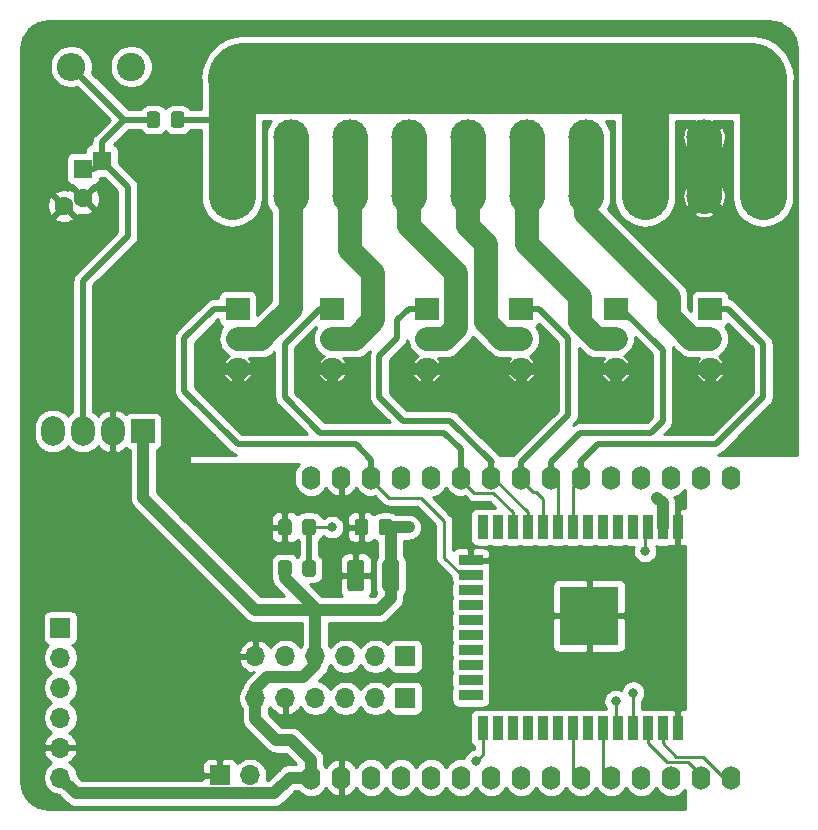
<source format=gbr>
%TF.GenerationSoftware,KiCad,Pcbnew,(5.1.7)-1*%
%TF.CreationDate,2020-11-01T18:23:12+02:00*%
%TF.ProjectId,esp32_mc_dimmer,65737033-325f-46d6-935f-64696d6d6572,rev?*%
%TF.SameCoordinates,Original*%
%TF.FileFunction,Copper,L1,Top*%
%TF.FilePolarity,Positive*%
%FSLAX46Y46*%
G04 Gerber Fmt 4.6, Leading zero omitted, Abs format (unit mm)*
G04 Created by KiCad (PCBNEW (5.1.7)-1) date 2020-11-01 18:23:12*
%MOMM*%
%LPD*%
G01*
G04 APERTURE LIST*
%TA.AperFunction,ComponentPad*%
%ADD10R,2.000000X2.000000*%
%TD*%
%TA.AperFunction,ComponentPad*%
%ADD11O,2.000000X2.500000*%
%TD*%
%TA.AperFunction,ComponentPad*%
%ADD12C,3.000000*%
%TD*%
%TA.AperFunction,ComponentPad*%
%ADD13O,1.600000X2.000000*%
%TD*%
%TA.AperFunction,ComponentPad*%
%ADD14C,1.600000*%
%TD*%
%TA.AperFunction,ComponentPad*%
%ADD15R,1.600000X1.600000*%
%TD*%
%TA.AperFunction,ComponentPad*%
%ADD16O,1.700000X1.700000*%
%TD*%
%TA.AperFunction,ComponentPad*%
%ADD17R,1.700000X1.700000*%
%TD*%
%TA.AperFunction,SMDPad,CuDef*%
%ADD18R,0.900000X2.000000*%
%TD*%
%TA.AperFunction,SMDPad,CuDef*%
%ADD19R,2.000000X0.900000*%
%TD*%
%TA.AperFunction,SMDPad,CuDef*%
%ADD20R,5.000000X5.000000*%
%TD*%
%TA.AperFunction,ComponentPad*%
%ADD21O,2.400000X2.400000*%
%TD*%
%TA.AperFunction,ComponentPad*%
%ADD22C,2.400000*%
%TD*%
%TA.AperFunction,ComponentPad*%
%ADD23O,2.000000X1.905000*%
%TD*%
%TA.AperFunction,ComponentPad*%
%ADD24R,2.000000X1.905000*%
%TD*%
%TA.AperFunction,ViaPad*%
%ADD25C,1.200000*%
%TD*%
%TA.AperFunction,ViaPad*%
%ADD26C,0.500000*%
%TD*%
%TA.AperFunction,ViaPad*%
%ADD27C,0.800000*%
%TD*%
%TA.AperFunction,Conductor*%
%ADD28C,3.000000*%
%TD*%
%TA.AperFunction,Conductor*%
%ADD29C,0.500000*%
%TD*%
%TA.AperFunction,Conductor*%
%ADD30C,1.000000*%
%TD*%
%TA.AperFunction,Conductor*%
%ADD31C,0.250000*%
%TD*%
%TA.AperFunction,Conductor*%
%ADD32C,4.000000*%
%TD*%
%TA.AperFunction,Conductor*%
%ADD33C,6.000000*%
%TD*%
%TA.AperFunction,Conductor*%
%ADD34C,2.000000*%
%TD*%
%TA.AperFunction,Conductor*%
%ADD35C,0.254000*%
%TD*%
%TA.AperFunction,Conductor*%
%ADD36C,0.100000*%
%TD*%
G04 APERTURE END LIST*
D10*
X133985000Y-102870000D03*
D11*
X131445000Y-102870000D03*
X128905000Y-102870000D03*
X126365000Y-102870000D03*
D12*
X141500000Y-78000000D03*
X141500000Y-83000000D03*
X146500000Y-78000000D03*
X146500000Y-83000000D03*
X151500000Y-78000000D03*
X151500000Y-83000000D03*
X156500000Y-78000000D03*
X156500000Y-83000000D03*
X161500000Y-78000000D03*
X161500000Y-83000000D03*
X166500000Y-78000000D03*
X166500000Y-83000000D03*
X171500000Y-78000000D03*
X171500000Y-83000000D03*
X176500000Y-78000000D03*
X176500000Y-83000000D03*
X181500000Y-78000000D03*
X181500000Y-83000000D03*
X186500000Y-78000000D03*
X186500000Y-83000000D03*
D13*
X148220000Y-106800000D03*
X148220000Y-132200000D03*
X150760000Y-106800000D03*
X150760000Y-132200000D03*
X153300000Y-106800000D03*
X153300000Y-132200000D03*
X155840000Y-106800000D03*
X155840000Y-132200000D03*
X158380000Y-106800000D03*
X158380000Y-132200000D03*
X160920000Y-106800000D03*
X160920000Y-132200000D03*
X163460000Y-106800000D03*
X163460000Y-132200000D03*
X166000000Y-106800000D03*
X166000000Y-132200000D03*
X168540000Y-106800000D03*
X168540000Y-132200000D03*
X171080000Y-106800000D03*
X171080000Y-132200000D03*
X173620000Y-106800000D03*
X173620000Y-132200000D03*
X176160000Y-106800000D03*
X176160000Y-132200000D03*
X178700000Y-106800000D03*
X178700000Y-132200000D03*
X181240000Y-106800000D03*
X181240000Y-132200000D03*
X183780000Y-106800000D03*
X183780000Y-132200000D03*
D14*
X127305000Y-83815937D03*
D15*
X130505000Y-79974063D03*
D14*
X128905000Y-83145000D03*
D15*
X128905000Y-80645000D03*
D16*
X143510000Y-121920000D03*
X146050000Y-121920000D03*
X148590000Y-121920000D03*
X151130000Y-121920000D03*
X153670000Y-121920000D03*
D17*
X156210000Y-121920000D03*
%TA.AperFunction,SMDPad,CuDef*%
G36*
G01*
X152712500Y-114025000D02*
X152712500Y-116175000D01*
G75*
G02*
X152462500Y-116425000I-250000J0D01*
G01*
X151537500Y-116425000D01*
G75*
G02*
X151287500Y-116175000I0J250000D01*
G01*
X151287500Y-114025000D01*
G75*
G02*
X151537500Y-113775000I250000J0D01*
G01*
X152462500Y-113775000D01*
G75*
G02*
X152712500Y-114025000I0J-250000D01*
G01*
G37*
%TD.AperFunction*%
%TA.AperFunction,SMDPad,CuDef*%
G36*
G01*
X155687500Y-114025000D02*
X155687500Y-116175000D01*
G75*
G02*
X155437500Y-116425000I-250000J0D01*
G01*
X154512500Y-116425000D01*
G75*
G02*
X154262500Y-116175000I0J250000D01*
G01*
X154262500Y-114025000D01*
G75*
G02*
X154512500Y-113775000I250000J0D01*
G01*
X155437500Y-113775000D01*
G75*
G02*
X155687500Y-114025000I0J-250000D01*
G01*
G37*
%TD.AperFunction*%
D18*
X179255000Y-128000000D03*
X177985000Y-128000000D03*
X176715000Y-128000000D03*
X175445000Y-128000000D03*
X174175000Y-128000000D03*
X172905000Y-128000000D03*
X171635000Y-128000000D03*
X170365000Y-128000000D03*
X169095000Y-128000000D03*
X167825000Y-128000000D03*
X166555000Y-128000000D03*
X165285000Y-128000000D03*
X164015000Y-128000000D03*
X162745000Y-128000000D03*
D19*
X161745000Y-125215000D03*
X161745000Y-123945000D03*
X161745000Y-122675000D03*
X161745000Y-121405000D03*
X161745000Y-120135000D03*
X161745000Y-118865000D03*
X161745000Y-117595000D03*
X161745000Y-116325000D03*
X161745000Y-115055000D03*
X161745000Y-113785000D03*
D18*
X162745000Y-111000000D03*
X164015000Y-111000000D03*
X165285000Y-111000000D03*
X166555000Y-111000000D03*
X167825000Y-111000000D03*
X169095000Y-111000000D03*
X170365000Y-111000000D03*
X171635000Y-111000000D03*
X172905000Y-111000000D03*
X174175000Y-111000000D03*
X175445000Y-111000000D03*
X176715000Y-111000000D03*
X177985000Y-111000000D03*
X179255000Y-111000000D03*
D20*
X171755000Y-118500000D03*
%TA.AperFunction,SMDPad,CuDef*%
G36*
G01*
X147475000Y-114950001D02*
X147475000Y-114049999D01*
G75*
G02*
X147724999Y-113800000I249999J0D01*
G01*
X148375001Y-113800000D01*
G75*
G02*
X148625000Y-114049999I0J-249999D01*
G01*
X148625000Y-114950001D01*
G75*
G02*
X148375001Y-115200000I-249999J0D01*
G01*
X147724999Y-115200000D01*
G75*
G02*
X147475000Y-114950001I0J249999D01*
G01*
G37*
%TD.AperFunction*%
%TA.AperFunction,SMDPad,CuDef*%
G36*
G01*
X145425000Y-114950001D02*
X145425000Y-114049999D01*
G75*
G02*
X145674999Y-113800000I249999J0D01*
G01*
X146325001Y-113800000D01*
G75*
G02*
X146575000Y-114049999I0J-249999D01*
G01*
X146575000Y-114950001D01*
G75*
G02*
X146325001Y-115200000I-249999J0D01*
G01*
X145674999Y-115200000D01*
G75*
G02*
X145425000Y-114950001I0J249999D01*
G01*
G37*
%TD.AperFunction*%
D16*
X143510000Y-125476000D03*
X146050000Y-125476000D03*
X148590000Y-125476000D03*
X151130000Y-125476000D03*
X153670000Y-125476000D03*
D17*
X156210000Y-125476000D03*
D16*
X143040000Y-132000000D03*
D17*
X140500000Y-132000000D03*
%TA.AperFunction,SMDPad,CuDef*%
G36*
G01*
X153050000Y-110549999D02*
X153050000Y-111450001D01*
G75*
G02*
X152800001Y-111700000I-249999J0D01*
G01*
X152149999Y-111700000D01*
G75*
G02*
X151900000Y-111450001I0J249999D01*
G01*
X151900000Y-110549999D01*
G75*
G02*
X152149999Y-110300000I249999J0D01*
G01*
X152800001Y-110300000D01*
G75*
G02*
X153050000Y-110549999I0J-249999D01*
G01*
G37*
%TD.AperFunction*%
%TA.AperFunction,SMDPad,CuDef*%
G36*
G01*
X155100000Y-110549999D02*
X155100000Y-111450001D01*
G75*
G02*
X154850001Y-111700000I-249999J0D01*
G01*
X154199999Y-111700000D01*
G75*
G02*
X153950000Y-111450001I0J249999D01*
G01*
X153950000Y-110549999D01*
G75*
G02*
X154199999Y-110300000I249999J0D01*
G01*
X154850001Y-110300000D01*
G75*
G02*
X155100000Y-110549999I0J-249999D01*
G01*
G37*
%TD.AperFunction*%
%TA.AperFunction,SMDPad,CuDef*%
G36*
G01*
X147475000Y-111450001D02*
X147475000Y-110549999D01*
G75*
G02*
X147724999Y-110300000I249999J0D01*
G01*
X148375001Y-110300000D01*
G75*
G02*
X148625000Y-110549999I0J-249999D01*
G01*
X148625000Y-111450001D01*
G75*
G02*
X148375001Y-111700000I-249999J0D01*
G01*
X147724999Y-111700000D01*
G75*
G02*
X147475000Y-111450001I0J249999D01*
G01*
G37*
%TD.AperFunction*%
%TA.AperFunction,SMDPad,CuDef*%
G36*
G01*
X145425000Y-111450001D02*
X145425000Y-110549999D01*
G75*
G02*
X145674999Y-110300000I249999J0D01*
G01*
X146325001Y-110300000D01*
G75*
G02*
X146575000Y-110549999I0J-249999D01*
G01*
X146575000Y-111450001D01*
G75*
G02*
X146325001Y-111700000I-249999J0D01*
G01*
X145674999Y-111700000D01*
G75*
G02*
X145425000Y-111450001I0J249999D01*
G01*
G37*
%TD.AperFunction*%
D21*
X127920000Y-72000000D03*
D22*
X133000000Y-72000000D03*
%TA.AperFunction,SMDPad,CuDef*%
G36*
G01*
X135440000Y-76049999D02*
X135440000Y-76950001D01*
G75*
G02*
X135190001Y-77200000I-249999J0D01*
G01*
X134539999Y-77200000D01*
G75*
G02*
X134290000Y-76950001I0J249999D01*
G01*
X134290000Y-76049999D01*
G75*
G02*
X134539999Y-75800000I249999J0D01*
G01*
X135190001Y-75800000D01*
G75*
G02*
X135440000Y-76049999I0J-249999D01*
G01*
G37*
%TD.AperFunction*%
%TA.AperFunction,SMDPad,CuDef*%
G36*
G01*
X137490000Y-76049999D02*
X137490000Y-76950001D01*
G75*
G02*
X137240001Y-77200000I-249999J0D01*
G01*
X136589999Y-77200000D01*
G75*
G02*
X136340000Y-76950001I0J249999D01*
G01*
X136340000Y-76049999D01*
G75*
G02*
X136589999Y-75800000I249999J0D01*
G01*
X137240001Y-75800000D01*
G75*
G02*
X137490000Y-76049999I0J-249999D01*
G01*
G37*
%TD.AperFunction*%
D23*
X182000000Y-97580000D03*
X182000000Y-95040000D03*
D24*
X182000000Y-92500000D03*
D23*
X174000000Y-97580000D03*
X174000000Y-95040000D03*
D24*
X174000000Y-92500000D03*
D23*
X166000000Y-97580000D03*
X166000000Y-95040000D03*
D24*
X166000000Y-92500000D03*
D23*
X158000000Y-97580000D03*
X158000000Y-95040000D03*
D24*
X158000000Y-92500000D03*
D23*
X150000000Y-97580000D03*
X150000000Y-95040000D03*
D24*
X150000000Y-92500000D03*
D23*
X142000000Y-97580000D03*
X142000000Y-95040000D03*
D24*
X142000000Y-92500000D03*
D16*
X127000000Y-132200000D03*
X127000000Y-129660000D03*
X127000000Y-127120000D03*
X127000000Y-124580000D03*
X127000000Y-122040000D03*
D17*
X127000000Y-119500000D03*
D25*
X144500000Y-97500000D03*
X142000000Y-100000000D03*
X150000000Y-100000000D03*
X152500000Y-97500000D03*
X158000000Y-100000000D03*
X160500000Y-97500000D03*
X166000000Y-100000000D03*
X168500000Y-97500000D03*
X163500000Y-97500000D03*
X155500000Y-97500000D03*
X147500000Y-97500000D03*
X139500000Y-97500000D03*
X171500000Y-97500000D03*
X174000000Y-100000000D03*
X176500000Y-97500000D03*
X179500000Y-97500000D03*
X182000000Y-100000000D03*
X184500000Y-97500000D03*
D26*
X184500000Y-91000000D03*
X184500000Y-90000000D03*
X184500000Y-89000000D03*
X184500000Y-88000000D03*
X184500000Y-87000000D03*
X179000000Y-113500000D03*
X179000000Y-116500000D03*
X179000000Y-119500000D03*
X179000000Y-122500000D03*
X179000000Y-125500000D03*
X164000000Y-113500000D03*
D27*
X156500000Y-111000000D03*
X177500000Y-108500000D03*
D26*
X179943749Y-94556251D03*
X179193749Y-93806251D03*
X178500000Y-93000000D03*
X172250000Y-85250000D03*
X173000000Y-86000000D03*
X166500000Y-85500000D03*
X166500000Y-86500000D03*
X171943749Y-94556251D03*
X171443749Y-94056251D03*
X171000000Y-93500000D03*
X163943749Y-94556251D03*
X163193749Y-93806251D03*
X163000000Y-93000000D03*
X161500000Y-85500000D03*
X162250000Y-86250000D03*
X159806251Y-94806251D03*
X160500000Y-94000000D03*
X160500000Y-93000000D03*
X156500000Y-85500000D03*
X157250000Y-86250000D03*
X152000000Y-95000000D03*
X152750000Y-94250000D03*
X153500000Y-93500000D03*
X151500000Y-85500000D03*
X151500000Y-86500000D03*
X144250000Y-94750000D03*
X145000000Y-94000000D03*
X145750000Y-93250000D03*
X146500000Y-85500000D03*
X146500000Y-86500000D03*
D27*
X150000000Y-111000000D03*
X176500000Y-113000000D03*
X162200000Y-130800000D03*
X174012653Y-125725000D03*
X175500000Y-125000000D03*
D28*
X181500000Y-78000000D02*
X181500000Y-83000000D01*
D29*
X134865000Y-76500000D02*
X133050000Y-76500000D01*
X132420000Y-76500000D02*
X133050000Y-76500000D01*
X127920000Y-72000000D02*
X132420000Y-76500000D01*
X129834063Y-80645000D02*
X130505000Y-79974063D01*
X128905000Y-80645000D02*
X129834063Y-80645000D01*
X128905000Y-102870000D02*
X128905000Y-90170000D01*
X128905000Y-90170000D02*
X132715000Y-86360000D01*
X132715000Y-82184063D02*
X130505000Y-79974063D01*
X132715000Y-86360000D02*
X132715000Y-82184063D01*
X130505000Y-78415000D02*
X132420000Y-76500000D01*
X130505000Y-79974063D02*
X130505000Y-78415000D01*
D30*
X177985000Y-108985000D02*
X177985000Y-111000000D01*
X177500000Y-108500000D02*
X177985000Y-108985000D01*
X156500000Y-111000000D02*
X154525000Y-111000000D01*
X148220000Y-132200000D02*
X146420000Y-132200000D01*
X146000000Y-115300000D02*
X146000000Y-114500000D01*
X149097919Y-118000000D02*
X148700000Y-118000000D01*
X148700000Y-118000000D02*
X146000000Y-115300000D01*
X134000000Y-108500000D02*
X143500000Y-118000000D01*
X145069999Y-133550001D02*
X146420000Y-132200000D01*
X127000000Y-132200000D02*
X128350001Y-133550001D01*
X128350001Y-133550001D02*
X145069999Y-133550001D01*
X154975000Y-117025000D02*
X154975000Y-115100000D01*
X149097919Y-118000000D02*
X154000000Y-118000000D01*
X154000000Y-118000000D02*
X154975000Y-117025000D01*
X154975000Y-111450000D02*
X154525000Y-111000000D01*
X154975000Y-115100000D02*
X154975000Y-111450000D01*
X148590000Y-118364000D02*
X148954000Y-118000000D01*
X148954000Y-118000000D02*
X149097919Y-118000000D01*
X148590000Y-121920000D02*
X148590000Y-118364000D01*
X143500000Y-118000000D02*
X148954000Y-118000000D01*
X144526000Y-123698000D02*
X143510000Y-124714000D01*
X147574000Y-123698000D02*
X144526000Y-123698000D01*
X143510000Y-124714000D02*
X143510000Y-125476000D01*
X148590000Y-122682000D02*
X147574000Y-123698000D01*
X148590000Y-121920000D02*
X148590000Y-122682000D01*
X143510000Y-125476000D02*
X143510000Y-127254000D01*
X148220000Y-132200000D02*
X148220000Y-130694000D01*
X148220000Y-130694000D02*
X146558000Y-129032000D01*
X145288000Y-129032000D02*
X143510000Y-127254000D01*
X146558000Y-129032000D02*
X145288000Y-129032000D01*
X134000000Y-102885000D02*
X133985000Y-102870000D01*
X134000000Y-108500000D02*
X134000000Y-102885000D01*
D31*
X170365000Y-131485000D02*
X171080000Y-132200000D01*
X170365000Y-128000000D02*
X170365000Y-131485000D01*
X172905000Y-131485000D02*
X173620000Y-132200000D01*
X172905000Y-128000000D02*
X172905000Y-131485000D01*
D29*
X127000000Y-122040000D02*
X127000000Y-122655998D01*
D31*
X181240000Y-132000000D02*
X181240000Y-132200000D01*
X180114990Y-130874990D02*
X181240000Y-132000000D01*
X178339990Y-130874990D02*
X180114990Y-130874990D01*
X176715000Y-129250000D02*
X178339990Y-130874990D01*
X176715000Y-128000000D02*
X176715000Y-129250000D01*
D29*
X183628622Y-132036972D02*
X183642126Y-132030940D01*
X183625398Y-132045399D02*
X183628622Y-132036972D01*
D31*
X179159980Y-130424980D02*
X181424980Y-130424980D01*
X177985000Y-128000000D02*
X177985000Y-129250000D01*
X177985000Y-129250000D02*
X179159980Y-130424980D01*
X183700099Y-132200000D02*
X183710296Y-132173341D01*
X181424980Y-130424980D02*
X183200000Y-132200000D01*
X183200000Y-132200000D02*
X183700099Y-132200000D01*
D32*
X141500000Y-78000000D02*
X141500000Y-73000000D01*
D33*
X142500000Y-73000000D02*
X185500000Y-73000000D01*
D32*
X186500000Y-78000000D02*
X186500000Y-73500000D01*
X176500000Y-78000000D02*
X176500000Y-73000000D01*
X141500000Y-78000000D02*
X141500000Y-83000000D01*
X176500000Y-78000000D02*
X176500000Y-83000000D01*
X186500000Y-78000000D02*
X186500000Y-83000000D01*
D29*
X140000001Y-76500001D02*
X141500000Y-78000000D01*
X136915000Y-76500000D02*
X140000001Y-76500001D01*
D34*
X178500000Y-91500000D02*
X173000000Y-86000000D01*
X171500000Y-84500000D02*
X171500000Y-83000000D01*
X180427498Y-95040000D02*
X179943749Y-94556251D01*
X182000000Y-95040000D02*
X180427498Y-95040000D01*
X178500000Y-93112502D02*
X178500000Y-93000000D01*
X179943749Y-94556251D02*
X179193749Y-93806251D01*
X179193749Y-93806251D02*
X178500000Y-93112502D01*
X178500000Y-93000000D02*
X178500000Y-91500000D01*
X172250000Y-85250000D02*
X171500000Y-84500000D01*
X173000000Y-86000000D02*
X172250000Y-85250000D01*
D28*
X171500000Y-83000000D02*
X171500000Y-78000000D01*
D34*
X171000000Y-91500000D02*
X166500000Y-87000000D01*
X172427498Y-95040000D02*
X171943749Y-94556251D01*
X166500000Y-87000000D02*
X166500000Y-86500000D01*
X171000000Y-93612502D02*
X171000000Y-93500000D01*
X174000000Y-95040000D02*
X172427498Y-95040000D01*
X166500000Y-85500000D02*
X166500000Y-83000000D01*
X166500000Y-86500000D02*
X166500000Y-85500000D01*
X171943749Y-94556251D02*
X171443749Y-94056251D01*
X171443749Y-94056251D02*
X171000000Y-93612502D01*
X171000000Y-93500000D02*
X171000000Y-91500000D01*
D28*
X166500000Y-78000000D02*
X166500000Y-83000000D01*
D34*
X166000000Y-95040000D02*
X164427498Y-95040000D01*
X161500000Y-85500000D02*
X161500000Y-85500000D01*
X163000000Y-87000000D02*
X162250000Y-86250000D01*
X163000000Y-93612502D02*
X163000000Y-93000000D01*
X164427498Y-95040000D02*
X163943749Y-94556251D01*
X163943749Y-94556251D02*
X163193749Y-93806251D01*
X163193749Y-93806251D02*
X163000000Y-93612502D01*
X163000000Y-93000000D02*
X163000000Y-87000000D01*
X161500000Y-85500000D02*
X161500000Y-83000000D01*
X162250000Y-86250000D02*
X161500000Y-85500000D01*
D28*
X161500000Y-83000000D02*
X161500000Y-78000000D01*
D34*
X156500000Y-85500000D02*
X156500000Y-85500000D01*
X160500000Y-94112502D02*
X160500000Y-94000000D01*
X158000000Y-95040000D02*
X159572502Y-95040000D01*
X159572502Y-95040000D02*
X159806251Y-94806251D01*
X160500000Y-89500000D02*
X157250000Y-86250000D01*
X159806251Y-94806251D02*
X160500000Y-94112502D01*
X160500000Y-94000000D02*
X160500000Y-93000000D01*
X160500000Y-93000000D02*
X160500000Y-89500000D01*
X156500000Y-85500000D02*
X156500000Y-83000000D01*
X157250000Y-86250000D02*
X156500000Y-85500000D01*
D28*
X156500000Y-78000000D02*
X156500000Y-83000000D01*
D34*
X153500000Y-93500000D02*
X153500000Y-89500000D01*
X151960000Y-95040000D02*
X152000000Y-95000000D01*
X151500000Y-87500000D02*
X151500000Y-86500000D01*
X153500000Y-89500000D02*
X151500000Y-87500000D01*
X150000000Y-95040000D02*
X151960000Y-95040000D01*
X152000000Y-95000000D02*
X152750000Y-94250000D01*
X152750000Y-94250000D02*
X153500000Y-93500000D01*
X153500000Y-93500000D02*
X153500000Y-93500000D01*
X151500000Y-85500000D02*
X151500000Y-83000000D01*
X151500000Y-86500000D02*
X151500000Y-85500000D01*
D28*
X151500000Y-83000000D02*
X151500000Y-78000000D01*
D34*
X142000000Y-95040000D02*
X143960000Y-95040000D01*
X146500000Y-92500000D02*
X146500000Y-86500000D01*
X143960000Y-95040000D02*
X144250000Y-94750000D01*
X144250000Y-94750000D02*
X145000000Y-94000000D01*
X145000000Y-94000000D02*
X145750000Y-93250000D01*
X145750000Y-93250000D02*
X146500000Y-92500000D01*
X146500000Y-85500000D02*
X146500000Y-83000000D01*
X146500000Y-86500000D02*
X146500000Y-85500000D01*
D28*
X146500000Y-78000000D02*
X146500000Y-83000000D01*
D29*
X153300000Y-105300000D02*
X153300000Y-106800000D01*
X140000000Y-92500000D02*
X137500000Y-95000000D01*
X137500000Y-95000000D02*
X137500000Y-99500000D01*
X142000000Y-92500000D02*
X140000000Y-92500000D01*
X137500000Y-99500000D02*
X142000000Y-104000000D01*
X142000000Y-104000000D02*
X152000000Y-104000000D01*
X152000000Y-104000000D02*
X153300000Y-105300000D01*
D31*
X159500000Y-113575002D02*
X159500000Y-110500000D01*
X160979998Y-115055000D02*
X159500000Y-113575002D01*
X161745000Y-115055000D02*
X160979998Y-115055000D01*
X153300000Y-106800000D02*
X153300000Y-107000000D01*
X153300000Y-107000000D02*
X154800000Y-108500000D01*
X154800000Y-108500000D02*
X157500000Y-108500000D01*
X157500000Y-108500000D02*
X159500000Y-110500000D01*
D29*
X149000000Y-92500000D02*
X146000000Y-95500000D01*
X150000000Y-92500000D02*
X149000000Y-92500000D01*
X160920000Y-104420000D02*
X160920000Y-106800000D01*
X146000000Y-95500000D02*
X146000000Y-100000000D01*
X146000000Y-100000000D02*
X149000000Y-103000000D01*
X149000000Y-103000000D02*
X159500000Y-103000000D01*
X159500000Y-103000000D02*
X160920000Y-104420000D01*
D31*
X160920000Y-107000000D02*
X160920000Y-106800000D01*
X162045010Y-108125010D02*
X160920000Y-107000000D01*
X163660010Y-108125010D02*
X162045010Y-108125010D01*
X165285000Y-109750000D02*
X163660010Y-108125010D01*
X165285000Y-111000000D02*
X165285000Y-109750000D01*
D29*
X158000000Y-92500000D02*
X156500000Y-92500000D01*
X156000000Y-102000000D02*
X160000000Y-102000000D01*
X160000000Y-102000000D02*
X163500000Y-105500000D01*
X163460000Y-105540000D02*
X163460000Y-106800000D01*
X163500000Y-105500000D02*
X163460000Y-105540000D01*
X156500000Y-92500000D02*
X155500000Y-93500000D01*
X155500000Y-93500000D02*
X155500000Y-95000000D01*
X155500000Y-95000000D02*
X154000000Y-96500000D01*
X154000000Y-100000000D02*
X156000000Y-102000000D01*
X154000000Y-96500000D02*
X154000000Y-100000000D01*
D31*
X163605000Y-106800000D02*
X163460000Y-106800000D01*
X166555000Y-109750000D02*
X163605000Y-106800000D01*
X166555000Y-111000000D02*
X166555000Y-109750000D01*
D29*
X166000000Y-105500000D02*
X166000000Y-106800000D01*
X170000000Y-101500000D02*
X166000000Y-105500000D01*
X170000000Y-95000000D02*
X170000000Y-101500000D01*
X166000000Y-92500000D02*
X167500000Y-92500000D01*
X167500000Y-92500000D02*
X170000000Y-95000000D01*
D31*
X166000000Y-107000000D02*
X166000000Y-106800000D01*
X167050000Y-108050000D02*
X166000000Y-107000000D01*
X167250000Y-108050000D02*
X167050000Y-108050000D01*
X167825000Y-108625000D02*
X167250000Y-108050000D01*
X167825000Y-111000000D02*
X167825000Y-108625000D01*
D29*
X168540000Y-105540000D02*
X168540000Y-106800000D01*
X168500000Y-105500000D02*
X168540000Y-105540000D01*
X174500000Y-92500000D02*
X178000000Y-96000000D01*
X174000000Y-92500000D02*
X174500000Y-92500000D01*
X178000000Y-96000000D02*
X178000000Y-102000000D01*
X178000000Y-102000000D02*
X177000000Y-103000000D01*
X177000000Y-103000000D02*
X171000000Y-103000000D01*
X171000000Y-103000000D02*
X168500000Y-105500000D01*
D31*
X169095000Y-107355000D02*
X168540000Y-106800000D01*
X169095000Y-111000000D02*
X169095000Y-107355000D01*
D29*
X183500000Y-92500000D02*
X186500000Y-95500000D01*
X182000000Y-92500000D02*
X183500000Y-92500000D01*
X186500000Y-95500000D02*
X186500000Y-100000000D01*
X186500000Y-100000000D02*
X182500000Y-104000000D01*
X182500000Y-104000000D02*
X172500000Y-104000000D01*
X172500000Y-104000000D02*
X171000000Y-105500000D01*
X171080000Y-105580000D02*
X171080000Y-106800000D01*
X171000000Y-105500000D02*
X171080000Y-105580000D01*
D31*
X170365000Y-107515000D02*
X171080000Y-106800000D01*
X170365000Y-111000000D02*
X170365000Y-107515000D01*
D29*
X148050000Y-114500000D02*
X148050000Y-111000000D01*
D31*
X148050000Y-111000000D02*
X150000000Y-111000000D01*
X176500000Y-111215000D02*
X176715000Y-111000000D01*
X176500000Y-113000000D02*
X176500000Y-111215000D01*
X162745000Y-130255000D02*
X162745000Y-128000000D01*
X162200000Y-130800000D02*
X162745000Y-130255000D01*
X174012653Y-127837653D02*
X174175000Y-128000000D01*
X174012653Y-125725000D02*
X174012653Y-127837653D01*
X175500000Y-127945000D02*
X175445000Y-128000000D01*
X175500000Y-125000000D02*
X175500000Y-127945000D01*
D35*
X187453893Y-68207670D02*
X187890498Y-68339489D01*
X188293185Y-68553600D01*
X188646612Y-68841848D01*
X188937327Y-69193261D01*
X189154242Y-69594439D01*
X189289106Y-70030113D01*
X189340000Y-70514344D01*
X189340001Y-104873000D01*
X182665317Y-104873000D01*
X182673490Y-104872195D01*
X182840313Y-104821589D01*
X182994059Y-104739411D01*
X183128817Y-104628817D01*
X183156534Y-104595044D01*
X187095049Y-100656530D01*
X187128817Y-100628817D01*
X187156533Y-100595046D01*
X187239410Y-100494060D01*
X187239411Y-100494059D01*
X187321589Y-100340313D01*
X187372195Y-100173490D01*
X187385000Y-100043477D01*
X187385000Y-100043467D01*
X187389281Y-100000001D01*
X187385000Y-99956535D01*
X187385000Y-95543469D01*
X187389281Y-95500000D01*
X187385000Y-95456531D01*
X187385000Y-95456523D01*
X187372195Y-95326510D01*
X187352198Y-95260589D01*
X187321589Y-95159686D01*
X187239411Y-95005941D01*
X187156532Y-94904953D01*
X187156530Y-94904951D01*
X187128817Y-94871183D01*
X187095050Y-94843471D01*
X184156534Y-91904956D01*
X184128817Y-91871183D01*
X183994059Y-91760589D01*
X183840313Y-91678411D01*
X183673490Y-91627805D01*
X183638072Y-91624317D01*
X183638072Y-91547500D01*
X183625812Y-91423018D01*
X183589502Y-91303320D01*
X183530537Y-91193006D01*
X183451185Y-91096315D01*
X183354494Y-91016963D01*
X183244180Y-90957998D01*
X183124482Y-90921688D01*
X183000000Y-90909428D01*
X181000000Y-90909428D01*
X180875518Y-90921688D01*
X180755820Y-90957998D01*
X180645506Y-91016963D01*
X180548815Y-91096315D01*
X180469463Y-91193006D01*
X180410498Y-91303320D01*
X180374188Y-91423018D01*
X180361928Y-91547500D01*
X180361928Y-92662192D01*
X180135000Y-92435264D01*
X180135000Y-91580322D01*
X180142911Y-91500000D01*
X180111343Y-91179483D01*
X180017852Y-90871285D01*
X179866030Y-90587247D01*
X179712916Y-90400676D01*
X179661714Y-90338286D01*
X179599324Y-90287084D01*
X174099323Y-84787085D01*
X173364586Y-84052348D01*
X173392012Y-84011302D01*
X173432346Y-83913927D01*
X173482026Y-83820982D01*
X173512619Y-83720131D01*
X173552953Y-83622756D01*
X173573515Y-83519384D01*
X173604108Y-83418533D01*
X173614438Y-83313651D01*
X173635000Y-83210279D01*
X173635000Y-77789721D01*
X173614438Y-77686349D01*
X173604108Y-77581467D01*
X173573515Y-77480616D01*
X173552953Y-77377244D01*
X173512619Y-77279869D01*
X173482026Y-77179018D01*
X173432346Y-77086073D01*
X173392012Y-76988698D01*
X173333457Y-76901064D01*
X173283777Y-76808119D01*
X173216919Y-76726653D01*
X173158363Y-76639017D01*
X173154346Y-76635000D01*
X173865000Y-76635000D01*
X173865000Y-77870559D01*
X173865001Y-83129442D01*
X173903128Y-83516550D01*
X174053800Y-84013250D01*
X174298478Y-84471011D01*
X174627760Y-84872241D01*
X175028990Y-85201523D01*
X175486751Y-85446201D01*
X175983451Y-85596873D01*
X176500000Y-85647749D01*
X177016550Y-85596873D01*
X177513250Y-85446201D01*
X177971011Y-85201523D01*
X178372241Y-84872241D01*
X178684582Y-84491653D01*
X180187952Y-84491653D01*
X180343962Y-84807214D01*
X180718745Y-84998020D01*
X181123551Y-85112044D01*
X181542824Y-85144902D01*
X181960451Y-85095334D01*
X182360383Y-84965243D01*
X182656038Y-84807214D01*
X182812048Y-84491653D01*
X181500000Y-83179605D01*
X180187952Y-84491653D01*
X178684582Y-84491653D01*
X178701523Y-84471011D01*
X178946201Y-84013250D01*
X179096873Y-83516550D01*
X179135000Y-83129442D01*
X179135000Y-83042824D01*
X179355098Y-83042824D01*
X179404666Y-83460451D01*
X179534757Y-83860383D01*
X179692786Y-84156038D01*
X180008347Y-84312048D01*
X181320395Y-83000000D01*
X181679605Y-83000000D01*
X182991653Y-84312048D01*
X183307214Y-84156038D01*
X183498020Y-83781255D01*
X183612044Y-83376449D01*
X183644902Y-82957176D01*
X183595334Y-82539549D01*
X183465243Y-82139617D01*
X183307214Y-81843962D01*
X182991653Y-81687952D01*
X181679605Y-83000000D01*
X181320395Y-83000000D01*
X180008347Y-81687952D01*
X179692786Y-81843962D01*
X179501980Y-82218745D01*
X179387956Y-82623551D01*
X179355098Y-83042824D01*
X179135000Y-83042824D01*
X179135000Y-81508347D01*
X180187952Y-81508347D01*
X181500000Y-82820395D01*
X182812048Y-81508347D01*
X182656038Y-81192786D01*
X182281255Y-81001980D01*
X181876449Y-80887956D01*
X181457176Y-80855098D01*
X181039549Y-80904666D01*
X180639617Y-81034757D01*
X180343962Y-81192786D01*
X180187952Y-81508347D01*
X179135000Y-81508347D01*
X179135000Y-79491653D01*
X180187952Y-79491653D01*
X180343962Y-79807214D01*
X180718745Y-79998020D01*
X181123551Y-80112044D01*
X181542824Y-80144902D01*
X181960451Y-80095334D01*
X182360383Y-79965243D01*
X182656038Y-79807214D01*
X182812048Y-79491653D01*
X181500000Y-78179605D01*
X180187952Y-79491653D01*
X179135000Y-79491653D01*
X179135000Y-76635000D01*
X179955392Y-76635000D01*
X180008345Y-76687953D01*
X179692786Y-76843962D01*
X179501980Y-77218745D01*
X179387956Y-77623551D01*
X179355098Y-78042824D01*
X179404666Y-78460451D01*
X179534757Y-78860383D01*
X179692786Y-79156038D01*
X180008347Y-79312048D01*
X181320395Y-78000000D01*
X181306253Y-77985858D01*
X181485858Y-77806253D01*
X181500000Y-77820395D01*
X181514143Y-77806253D01*
X181693748Y-77985858D01*
X181679605Y-78000000D01*
X182991653Y-79312048D01*
X183307214Y-79156038D01*
X183498020Y-78781255D01*
X183612044Y-78376449D01*
X183644902Y-77957176D01*
X183595334Y-77539549D01*
X183465243Y-77139617D01*
X183307214Y-76843962D01*
X182991655Y-76687953D01*
X183044608Y-76635000D01*
X183865000Y-76635000D01*
X183865000Y-77870559D01*
X183865001Y-83129442D01*
X183903128Y-83516550D01*
X184053800Y-84013250D01*
X184298478Y-84471011D01*
X184627760Y-84872241D01*
X185028990Y-85201523D01*
X185486751Y-85446201D01*
X185983451Y-85596873D01*
X186500000Y-85647749D01*
X187016550Y-85596873D01*
X187513250Y-85446201D01*
X187971011Y-85201523D01*
X188372241Y-84872241D01*
X188701523Y-84471011D01*
X188946201Y-84013250D01*
X189096873Y-83516550D01*
X189135000Y-83129442D01*
X189135000Y-73370558D01*
X189125546Y-73274567D01*
X189152588Y-73000000D01*
X189082405Y-72287415D01*
X188874551Y-71602215D01*
X188537016Y-70970731D01*
X188082770Y-70417230D01*
X187529269Y-69962984D01*
X186897785Y-69625449D01*
X186212585Y-69417595D01*
X185678575Y-69365000D01*
X142321425Y-69365000D01*
X141787415Y-69417595D01*
X141102215Y-69625449D01*
X140470731Y-69962984D01*
X139917230Y-70417230D01*
X139462984Y-70970731D01*
X139125449Y-71602215D01*
X138917595Y-72287415D01*
X138847412Y-73000000D01*
X138865001Y-73178585D01*
X138865000Y-75615001D01*
X138009614Y-75615001D01*
X137978405Y-75556613D01*
X137867962Y-75422038D01*
X137733387Y-75311595D01*
X137579851Y-75229528D01*
X137413255Y-75178992D01*
X137240001Y-75161928D01*
X136589999Y-75161928D01*
X136416745Y-75178992D01*
X136250149Y-75229528D01*
X136096613Y-75311595D01*
X135962038Y-75422038D01*
X135890000Y-75509816D01*
X135817962Y-75422038D01*
X135683387Y-75311595D01*
X135529851Y-75229528D01*
X135363255Y-75178992D01*
X135190001Y-75161928D01*
X134539999Y-75161928D01*
X134366745Y-75178992D01*
X134200149Y-75229528D01*
X134046613Y-75311595D01*
X133912038Y-75422038D01*
X133801595Y-75556613D01*
X133770386Y-75615000D01*
X132786579Y-75615000D01*
X129688189Y-72516611D01*
X129755000Y-72180732D01*
X129755000Y-71819268D01*
X131165000Y-71819268D01*
X131165000Y-72180732D01*
X131235518Y-72535250D01*
X131373844Y-72869199D01*
X131574662Y-73169744D01*
X131830256Y-73425338D01*
X132130801Y-73626156D01*
X132464750Y-73764482D01*
X132819268Y-73835000D01*
X133180732Y-73835000D01*
X133535250Y-73764482D01*
X133869199Y-73626156D01*
X134169744Y-73425338D01*
X134425338Y-73169744D01*
X134626156Y-72869199D01*
X134764482Y-72535250D01*
X134835000Y-72180732D01*
X134835000Y-71819268D01*
X134764482Y-71464750D01*
X134626156Y-71130801D01*
X134425338Y-70830256D01*
X134169744Y-70574662D01*
X133869199Y-70373844D01*
X133535250Y-70235518D01*
X133180732Y-70165000D01*
X132819268Y-70165000D01*
X132464750Y-70235518D01*
X132130801Y-70373844D01*
X131830256Y-70574662D01*
X131574662Y-70830256D01*
X131373844Y-71130801D01*
X131235518Y-71464750D01*
X131165000Y-71819268D01*
X129755000Y-71819268D01*
X129684482Y-71464750D01*
X129546156Y-71130801D01*
X129345338Y-70830256D01*
X129089744Y-70574662D01*
X128789199Y-70373844D01*
X128455250Y-70235518D01*
X128100732Y-70165000D01*
X127739268Y-70165000D01*
X127384750Y-70235518D01*
X127050801Y-70373844D01*
X126750256Y-70574662D01*
X126494662Y-70830256D01*
X126293844Y-71130801D01*
X126155518Y-71464750D01*
X126085000Y-71819268D01*
X126085000Y-72180732D01*
X126155518Y-72535250D01*
X126293844Y-72869199D01*
X126494662Y-73169744D01*
X126750256Y-73425338D01*
X127050801Y-73626156D01*
X127384750Y-73764482D01*
X127739268Y-73835000D01*
X128100732Y-73835000D01*
X128436611Y-73768189D01*
X131168421Y-76500000D01*
X129909951Y-77758471D01*
X129876184Y-77786183D01*
X129848471Y-77819951D01*
X129848468Y-77819954D01*
X129765590Y-77920941D01*
X129683412Y-78074687D01*
X129632805Y-78241510D01*
X129615719Y-78415000D01*
X129620001Y-78458479D01*
X129620001Y-78544362D01*
X129580518Y-78548251D01*
X129460820Y-78584561D01*
X129350506Y-78643526D01*
X129253815Y-78722878D01*
X129174463Y-78819569D01*
X129115498Y-78929883D01*
X129079188Y-79049581D01*
X129066928Y-79174063D01*
X129066928Y-79206928D01*
X128105000Y-79206928D01*
X127980518Y-79219188D01*
X127860820Y-79255498D01*
X127750506Y-79314463D01*
X127653815Y-79393815D01*
X127574463Y-79490506D01*
X127515498Y-79600820D01*
X127479188Y-79720518D01*
X127466928Y-79845000D01*
X127466928Y-81445000D01*
X127479188Y-81569482D01*
X127515498Y-81689180D01*
X127574463Y-81799494D01*
X127653815Y-81896185D01*
X127750506Y-81975537D01*
X127860820Y-82034502D01*
X127980518Y-82070812D01*
X128105000Y-82083072D01*
X128112215Y-82083072D01*
X128091903Y-82152298D01*
X128905000Y-82965395D01*
X129718097Y-82152298D01*
X129697785Y-82083072D01*
X129705000Y-82083072D01*
X129829482Y-82070812D01*
X129949180Y-82034502D01*
X130059494Y-81975537D01*
X130156185Y-81896185D01*
X130235537Y-81799494D01*
X130294502Y-81689180D01*
X130330812Y-81569482D01*
X130343072Y-81445000D01*
X130343072Y-81412135D01*
X130691494Y-81412135D01*
X131830001Y-82550643D01*
X131830000Y-85993421D01*
X128309951Y-89513470D01*
X128276184Y-89541183D01*
X128248471Y-89574951D01*
X128248468Y-89574954D01*
X128165590Y-89675941D01*
X128083412Y-89829687D01*
X128032805Y-89996510D01*
X128015719Y-90170000D01*
X128020001Y-90213479D01*
X128020000Y-101239136D01*
X127992249Y-101253969D01*
X127743286Y-101458286D01*
X127635000Y-101590233D01*
X127526714Y-101458286D01*
X127277752Y-101253969D01*
X126993715Y-101102148D01*
X126685516Y-101008657D01*
X126365000Y-100977089D01*
X126044485Y-101008657D01*
X125736286Y-101102148D01*
X125452249Y-101253969D01*
X125203286Y-101458286D01*
X124998969Y-101707248D01*
X124847148Y-101991285D01*
X124753657Y-102299484D01*
X124730000Y-102539678D01*
X124730000Y-103200321D01*
X124753657Y-103440515D01*
X124847148Y-103748714D01*
X124998969Y-104032751D01*
X125203286Y-104281714D01*
X125452248Y-104486031D01*
X125736285Y-104637852D01*
X126044484Y-104731343D01*
X126365000Y-104762911D01*
X126685515Y-104731343D01*
X126993714Y-104637852D01*
X127277751Y-104486031D01*
X127526714Y-104281714D01*
X127635000Y-104149766D01*
X127743286Y-104281714D01*
X127992248Y-104486031D01*
X128276285Y-104637852D01*
X128584484Y-104731343D01*
X128905000Y-104762911D01*
X129225515Y-104731343D01*
X129533714Y-104637852D01*
X129817751Y-104486031D01*
X130066714Y-104281714D01*
X130170039Y-104155812D01*
X130381660Y-104374300D01*
X130646794Y-104557646D01*
X130942602Y-104685744D01*
X131064566Y-104710124D01*
X131318000Y-104590777D01*
X131318000Y-102997000D01*
X131298000Y-102997000D01*
X131298000Y-102743000D01*
X131318000Y-102743000D01*
X131318000Y-101149223D01*
X131064566Y-101029876D01*
X130942602Y-101054256D01*
X130646794Y-101182354D01*
X130381660Y-101365700D01*
X130170039Y-101584188D01*
X130066714Y-101458286D01*
X129817752Y-101253969D01*
X129790000Y-101239135D01*
X129790000Y-90536578D01*
X133310050Y-87016529D01*
X133343817Y-86988817D01*
X133400559Y-86919678D01*
X133454411Y-86854059D01*
X133536589Y-86700314D01*
X133587195Y-86533490D01*
X133598404Y-86419678D01*
X133600000Y-86403477D01*
X133600000Y-86403469D01*
X133604281Y-86360000D01*
X133600000Y-86316531D01*
X133600000Y-82227532D01*
X133604281Y-82184063D01*
X133600000Y-82140594D01*
X133600000Y-82140586D01*
X133587195Y-82010573D01*
X133536589Y-81843750D01*
X133454411Y-81690004D01*
X133343817Y-81555246D01*
X133310049Y-81527533D01*
X131943072Y-80160557D01*
X131943072Y-79174063D01*
X131930812Y-79049581D01*
X131894502Y-78929883D01*
X131835537Y-78819569D01*
X131756185Y-78722878D01*
X131659494Y-78643526D01*
X131573837Y-78597741D01*
X132786579Y-77385000D01*
X133770386Y-77385000D01*
X133801595Y-77443387D01*
X133912038Y-77577962D01*
X134046613Y-77688405D01*
X134200149Y-77770472D01*
X134366745Y-77821008D01*
X134539999Y-77838072D01*
X135190001Y-77838072D01*
X135363255Y-77821008D01*
X135529851Y-77770472D01*
X135683387Y-77688405D01*
X135817962Y-77577962D01*
X135890000Y-77490184D01*
X135962038Y-77577962D01*
X136096613Y-77688405D01*
X136250149Y-77770472D01*
X136416745Y-77821008D01*
X136589999Y-77838072D01*
X137240001Y-77838072D01*
X137413255Y-77821008D01*
X137579851Y-77770472D01*
X137733387Y-77688405D01*
X137867962Y-77577962D01*
X137978405Y-77443387D01*
X138009614Y-77385000D01*
X138865000Y-77385000D01*
X138865000Y-77870559D01*
X138865001Y-83129442D01*
X138903128Y-83516550D01*
X139053800Y-84013250D01*
X139298478Y-84471011D01*
X139627760Y-84872241D01*
X140028990Y-85201523D01*
X140486751Y-85446201D01*
X140983451Y-85596873D01*
X141500000Y-85647749D01*
X142016550Y-85596873D01*
X142513250Y-85446201D01*
X142971011Y-85201523D01*
X143372241Y-84872241D01*
X143701523Y-84471011D01*
X143946201Y-84013250D01*
X144096873Y-83516550D01*
X144135000Y-83129442D01*
X144135000Y-76635000D01*
X144845654Y-76635000D01*
X144841637Y-76639017D01*
X144783081Y-76726653D01*
X144716223Y-76808119D01*
X144666543Y-76901063D01*
X144607988Y-76988698D01*
X144567653Y-77086076D01*
X144517974Y-77179019D01*
X144487382Y-77279866D01*
X144447047Y-77377244D01*
X144426484Y-77480618D01*
X144395892Y-77581468D01*
X144385562Y-77686348D01*
X144365000Y-77789721D01*
X144365000Y-77895119D01*
X144365001Y-82789716D01*
X144365000Y-82789721D01*
X144365000Y-83210279D01*
X144385564Y-83313661D01*
X144395893Y-83418533D01*
X144426483Y-83519375D01*
X144447047Y-83622756D01*
X144487385Y-83720140D01*
X144517975Y-83820982D01*
X144567650Y-83913919D01*
X144607988Y-84011302D01*
X144666548Y-84098943D01*
X144716224Y-84191881D01*
X144783076Y-84273341D01*
X144841637Y-84360983D01*
X144865000Y-84384346D01*
X144865000Y-86580321D01*
X144865001Y-86580331D01*
X144865000Y-91822762D01*
X143638072Y-93049690D01*
X143638072Y-91547500D01*
X143625812Y-91423018D01*
X143589502Y-91303320D01*
X143530537Y-91193006D01*
X143451185Y-91096315D01*
X143354494Y-91016963D01*
X143244180Y-90957998D01*
X143124482Y-90921688D01*
X143000000Y-90909428D01*
X141000000Y-90909428D01*
X140875518Y-90921688D01*
X140755820Y-90957998D01*
X140645506Y-91016963D01*
X140548815Y-91096315D01*
X140469463Y-91193006D01*
X140410498Y-91303320D01*
X140374188Y-91423018D01*
X140361928Y-91547500D01*
X140361928Y-91615000D01*
X140043469Y-91615000D01*
X140000000Y-91610719D01*
X139956531Y-91615000D01*
X139956523Y-91615000D01*
X139826510Y-91627805D01*
X139659687Y-91678411D01*
X139505941Y-91760589D01*
X139404953Y-91843468D01*
X139404951Y-91843470D01*
X139371183Y-91871183D01*
X139343470Y-91904951D01*
X136904956Y-94343466D01*
X136871183Y-94371183D01*
X136760589Y-94505942D01*
X136678411Y-94659688D01*
X136651015Y-94750000D01*
X136633951Y-94806252D01*
X136627805Y-94826511D01*
X136615000Y-94956524D01*
X136615000Y-94956531D01*
X136610719Y-95000000D01*
X136615000Y-95043469D01*
X136615001Y-99456521D01*
X136610719Y-99500000D01*
X136627805Y-99673490D01*
X136678412Y-99840313D01*
X136760590Y-99994059D01*
X136843468Y-100095046D01*
X136843471Y-100095049D01*
X136871184Y-100128817D01*
X136904952Y-100156530D01*
X141343468Y-104595047D01*
X141371183Y-104628817D01*
X141404951Y-104656530D01*
X141404953Y-104656532D01*
X141431613Y-104678411D01*
X141505941Y-104739411D01*
X141659687Y-104821589D01*
X141826510Y-104872195D01*
X141834683Y-104873000D01*
X138000000Y-104873000D01*
X137975224Y-104875440D01*
X137951399Y-104882667D01*
X137929443Y-104894403D01*
X137910197Y-104910197D01*
X137894403Y-104929443D01*
X137882667Y-104951399D01*
X137875440Y-104975224D01*
X137873000Y-105000000D01*
X137873000Y-105500000D01*
X137875440Y-105524776D01*
X137882667Y-105548601D01*
X137894403Y-105570557D01*
X137910197Y-105589803D01*
X137929443Y-105605597D01*
X137951399Y-105617333D01*
X137975224Y-105624560D01*
X138000000Y-105627000D01*
X147162143Y-105627000D01*
X147021068Y-105798900D01*
X146887818Y-106048193D01*
X146805764Y-106318692D01*
X146785000Y-106529509D01*
X146785000Y-107070492D01*
X146805764Y-107281309D01*
X146887818Y-107551808D01*
X147021068Y-107801101D01*
X147200393Y-108019608D01*
X147418900Y-108198932D01*
X147668193Y-108332182D01*
X147938692Y-108414236D01*
X148220000Y-108441943D01*
X148501309Y-108414236D01*
X148771808Y-108332182D01*
X149021101Y-108198932D01*
X149239608Y-108019608D01*
X149418932Y-107801101D01*
X149488122Y-107671655D01*
X149495570Y-107689227D01*
X149654327Y-107922662D01*
X149855575Y-108120639D01*
X150091579Y-108275551D01*
X150353270Y-108381444D01*
X150410961Y-108391904D01*
X150633000Y-108269915D01*
X150633000Y-106927000D01*
X150613000Y-106927000D01*
X150613000Y-106673000D01*
X150633000Y-106673000D01*
X150633000Y-106653000D01*
X150887000Y-106653000D01*
X150887000Y-106673000D01*
X150907000Y-106673000D01*
X150907000Y-106927000D01*
X150887000Y-106927000D01*
X150887000Y-108269915D01*
X151109039Y-108391904D01*
X151166730Y-108381444D01*
X151428421Y-108275551D01*
X151664425Y-108120639D01*
X151865673Y-107922662D01*
X152024430Y-107689227D01*
X152031878Y-107671655D01*
X152101068Y-107801101D01*
X152280393Y-108019608D01*
X152498900Y-108198932D01*
X152748193Y-108332182D01*
X153018692Y-108414236D01*
X153300000Y-108441943D01*
X153581309Y-108414236D01*
X153625906Y-108400708D01*
X154236200Y-109011002D01*
X154259999Y-109040001D01*
X154375724Y-109134974D01*
X154507753Y-109205546D01*
X154651014Y-109249003D01*
X154762667Y-109260000D01*
X154762676Y-109260000D01*
X154799999Y-109263676D01*
X154837322Y-109260000D01*
X157185199Y-109260000D01*
X158740001Y-110814803D01*
X158740000Y-113537679D01*
X158736324Y-113575002D01*
X158740000Y-113612324D01*
X158740000Y-113612334D01*
X158750997Y-113723987D01*
X158789752Y-113851746D01*
X158794454Y-113867248D01*
X158865026Y-113999278D01*
X158878338Y-114015498D01*
X158959999Y-114115003D01*
X158989003Y-114138806D01*
X160106928Y-115256732D01*
X160106928Y-115505000D01*
X160119188Y-115629482D01*
X160137546Y-115690000D01*
X160119188Y-115750518D01*
X160106928Y-115875000D01*
X160106928Y-116775000D01*
X160119188Y-116899482D01*
X160137546Y-116960000D01*
X160119188Y-117020518D01*
X160106928Y-117145000D01*
X160106928Y-118045000D01*
X160119188Y-118169482D01*
X160137546Y-118230000D01*
X160119188Y-118290518D01*
X160106928Y-118415000D01*
X160106928Y-119315000D01*
X160119188Y-119439482D01*
X160137546Y-119500000D01*
X160119188Y-119560518D01*
X160106928Y-119685000D01*
X160106928Y-120585000D01*
X160119188Y-120709482D01*
X160137546Y-120770000D01*
X160119188Y-120830518D01*
X160106928Y-120955000D01*
X160106928Y-121855000D01*
X160119188Y-121979482D01*
X160137546Y-122040000D01*
X160119188Y-122100518D01*
X160106928Y-122225000D01*
X160106928Y-123125000D01*
X160119188Y-123249482D01*
X160137546Y-123310000D01*
X160119188Y-123370518D01*
X160106928Y-123495000D01*
X160106928Y-124395000D01*
X160119188Y-124519482D01*
X160137546Y-124580000D01*
X160119188Y-124640518D01*
X160106928Y-124765000D01*
X160106928Y-125665000D01*
X160119188Y-125789482D01*
X160155498Y-125909180D01*
X160214463Y-126019494D01*
X160293815Y-126116185D01*
X160390506Y-126195537D01*
X160500820Y-126254502D01*
X160620518Y-126290812D01*
X160745000Y-126303072D01*
X162745000Y-126303072D01*
X162869482Y-126290812D01*
X162989180Y-126254502D01*
X163099494Y-126195537D01*
X163196185Y-126116185D01*
X163275537Y-126019494D01*
X163334502Y-125909180D01*
X163370812Y-125789482D01*
X163383072Y-125665000D01*
X163383072Y-124765000D01*
X163370812Y-124640518D01*
X163352454Y-124580000D01*
X163370812Y-124519482D01*
X163383072Y-124395000D01*
X163383072Y-123495000D01*
X163370812Y-123370518D01*
X163352454Y-123310000D01*
X163370812Y-123249482D01*
X163383072Y-123125000D01*
X163383072Y-122225000D01*
X163370812Y-122100518D01*
X163352454Y-122040000D01*
X163370812Y-121979482D01*
X163383072Y-121855000D01*
X163383072Y-121000000D01*
X168616928Y-121000000D01*
X168629188Y-121124482D01*
X168665498Y-121244180D01*
X168724463Y-121354494D01*
X168803815Y-121451185D01*
X168900506Y-121530537D01*
X169010820Y-121589502D01*
X169130518Y-121625812D01*
X169255000Y-121638072D01*
X171469250Y-121635000D01*
X171628000Y-121476250D01*
X171628000Y-118627000D01*
X171882000Y-118627000D01*
X171882000Y-121476250D01*
X172040750Y-121635000D01*
X174255000Y-121638072D01*
X174379482Y-121625812D01*
X174499180Y-121589502D01*
X174609494Y-121530537D01*
X174706185Y-121451185D01*
X174785537Y-121354494D01*
X174844502Y-121244180D01*
X174880812Y-121124482D01*
X174893072Y-121000000D01*
X174890000Y-118785750D01*
X174731250Y-118627000D01*
X171882000Y-118627000D01*
X171628000Y-118627000D01*
X168778750Y-118627000D01*
X168620000Y-118785750D01*
X168616928Y-121000000D01*
X163383072Y-121000000D01*
X163383072Y-120955000D01*
X163370812Y-120830518D01*
X163352454Y-120770000D01*
X163370812Y-120709482D01*
X163383072Y-120585000D01*
X163383072Y-119685000D01*
X163370812Y-119560518D01*
X163352454Y-119500000D01*
X163370812Y-119439482D01*
X163383072Y-119315000D01*
X163383072Y-118415000D01*
X163370812Y-118290518D01*
X163352454Y-118230000D01*
X163370812Y-118169482D01*
X163383072Y-118045000D01*
X163383072Y-117145000D01*
X163370812Y-117020518D01*
X163352454Y-116960000D01*
X163370812Y-116899482D01*
X163383072Y-116775000D01*
X163383072Y-116000000D01*
X168616928Y-116000000D01*
X168620000Y-118214250D01*
X168778750Y-118373000D01*
X171628000Y-118373000D01*
X171628000Y-115523750D01*
X171882000Y-115523750D01*
X171882000Y-118373000D01*
X174731250Y-118373000D01*
X174890000Y-118214250D01*
X174893072Y-116000000D01*
X174880812Y-115875518D01*
X174844502Y-115755820D01*
X174785537Y-115645506D01*
X174706185Y-115548815D01*
X174609494Y-115469463D01*
X174499180Y-115410498D01*
X174379482Y-115374188D01*
X174255000Y-115361928D01*
X172040750Y-115365000D01*
X171882000Y-115523750D01*
X171628000Y-115523750D01*
X171469250Y-115365000D01*
X169255000Y-115361928D01*
X169130518Y-115374188D01*
X169010820Y-115410498D01*
X168900506Y-115469463D01*
X168803815Y-115548815D01*
X168724463Y-115645506D01*
X168665498Y-115755820D01*
X168629188Y-115875518D01*
X168616928Y-116000000D01*
X163383072Y-116000000D01*
X163383072Y-115875000D01*
X163370812Y-115750518D01*
X163352454Y-115690000D01*
X163370812Y-115629482D01*
X163383072Y-115505000D01*
X163383072Y-114605000D01*
X163370812Y-114480518D01*
X163352454Y-114420000D01*
X163370812Y-114359482D01*
X163383072Y-114235000D01*
X163380000Y-114070750D01*
X163221250Y-113912000D01*
X161872000Y-113912000D01*
X161872000Y-113932000D01*
X161618000Y-113932000D01*
X161618000Y-113912000D01*
X161598000Y-113912000D01*
X161598000Y-113658000D01*
X161618000Y-113658000D01*
X161618000Y-112858750D01*
X161872000Y-112858750D01*
X161872000Y-113658000D01*
X163221250Y-113658000D01*
X163380000Y-113499250D01*
X163383072Y-113335000D01*
X163370812Y-113210518D01*
X163334502Y-113090820D01*
X163275537Y-112980506D01*
X163196185Y-112883815D01*
X163099494Y-112804463D01*
X162989180Y-112745498D01*
X162869482Y-112709188D01*
X162745000Y-112696928D01*
X162030750Y-112700000D01*
X161872000Y-112858750D01*
X161618000Y-112858750D01*
X161459250Y-112700000D01*
X160745000Y-112696928D01*
X160620518Y-112709188D01*
X160500820Y-112745498D01*
X160390506Y-112804463D01*
X160293815Y-112883815D01*
X160260000Y-112925019D01*
X160260000Y-110537322D01*
X160263676Y-110499999D01*
X160260000Y-110462676D01*
X160260000Y-110462667D01*
X160249003Y-110351014D01*
X160205546Y-110207753D01*
X160134974Y-110075723D01*
X160063799Y-109988997D01*
X160040001Y-109959999D01*
X160011003Y-109936201D01*
X158504483Y-108429682D01*
X158661309Y-108414236D01*
X158931808Y-108332182D01*
X159181101Y-108198932D01*
X159399608Y-108019608D01*
X159578932Y-107801101D01*
X159650000Y-107668142D01*
X159721068Y-107801101D01*
X159900393Y-108019608D01*
X160118900Y-108198932D01*
X160368193Y-108332182D01*
X160638692Y-108414236D01*
X160920000Y-108441943D01*
X161201309Y-108414236D01*
X161245905Y-108400708D01*
X161481215Y-108636018D01*
X161505009Y-108665011D01*
X161534002Y-108688805D01*
X161534006Y-108688809D01*
X161575057Y-108722498D01*
X161620734Y-108759984D01*
X161752763Y-108830556D01*
X161896024Y-108874013D01*
X162007677Y-108885010D01*
X162007686Y-108885010D01*
X162045009Y-108888686D01*
X162082332Y-108885010D01*
X163345209Y-108885010D01*
X163822127Y-109361928D01*
X163565000Y-109361928D01*
X163440518Y-109374188D01*
X163380000Y-109392546D01*
X163319482Y-109374188D01*
X163195000Y-109361928D01*
X162295000Y-109361928D01*
X162170518Y-109374188D01*
X162050820Y-109410498D01*
X161940506Y-109469463D01*
X161843815Y-109548815D01*
X161764463Y-109645506D01*
X161705498Y-109755820D01*
X161669188Y-109875518D01*
X161656928Y-110000000D01*
X161656928Y-112000000D01*
X161669188Y-112124482D01*
X161705498Y-112244180D01*
X161764463Y-112354494D01*
X161843815Y-112451185D01*
X161940506Y-112530537D01*
X162050820Y-112589502D01*
X162170518Y-112625812D01*
X162295000Y-112638072D01*
X163195000Y-112638072D01*
X163319482Y-112625812D01*
X163380000Y-112607454D01*
X163440518Y-112625812D01*
X163565000Y-112638072D01*
X164465000Y-112638072D01*
X164589482Y-112625812D01*
X164650000Y-112607454D01*
X164710518Y-112625812D01*
X164835000Y-112638072D01*
X165735000Y-112638072D01*
X165859482Y-112625812D01*
X165920000Y-112607454D01*
X165980518Y-112625812D01*
X166105000Y-112638072D01*
X167005000Y-112638072D01*
X167129482Y-112625812D01*
X167190000Y-112607454D01*
X167250518Y-112625812D01*
X167375000Y-112638072D01*
X168275000Y-112638072D01*
X168399482Y-112625812D01*
X168460000Y-112607454D01*
X168520518Y-112625812D01*
X168645000Y-112638072D01*
X169545000Y-112638072D01*
X169669482Y-112625812D01*
X169730000Y-112607454D01*
X169790518Y-112625812D01*
X169915000Y-112638072D01*
X170815000Y-112638072D01*
X170939482Y-112625812D01*
X171000000Y-112607454D01*
X171060518Y-112625812D01*
X171185000Y-112638072D01*
X172085000Y-112638072D01*
X172209482Y-112625812D01*
X172270000Y-112607454D01*
X172330518Y-112625812D01*
X172455000Y-112638072D01*
X173355000Y-112638072D01*
X173479482Y-112625812D01*
X173540000Y-112607454D01*
X173600518Y-112625812D01*
X173725000Y-112638072D01*
X174625000Y-112638072D01*
X174749482Y-112625812D01*
X174810000Y-112607454D01*
X174870518Y-112625812D01*
X174995000Y-112638072D01*
X175529639Y-112638072D01*
X175504774Y-112698102D01*
X175465000Y-112898061D01*
X175465000Y-113101939D01*
X175504774Y-113301898D01*
X175582795Y-113490256D01*
X175696063Y-113659774D01*
X175840226Y-113803937D01*
X176009744Y-113917205D01*
X176198102Y-113995226D01*
X176398061Y-114035000D01*
X176601939Y-114035000D01*
X176801898Y-113995226D01*
X176990256Y-113917205D01*
X177159774Y-113803937D01*
X177303937Y-113659774D01*
X177417205Y-113490256D01*
X177495226Y-113301898D01*
X177535000Y-113101939D01*
X177535000Y-112898061D01*
X177495226Y-112698102D01*
X177467611Y-112631435D01*
X177535000Y-112638072D01*
X178435000Y-112638072D01*
X178559482Y-112625812D01*
X178620000Y-112607454D01*
X178680518Y-112625812D01*
X178805000Y-112638072D01*
X178969250Y-112635000D01*
X179128000Y-112476250D01*
X179128000Y-111127000D01*
X179112983Y-111127000D01*
X179120000Y-111055752D01*
X179120000Y-110873000D01*
X179128000Y-110873000D01*
X179128000Y-109523750D01*
X179120000Y-109515750D01*
X179120000Y-109040752D01*
X179125491Y-108985000D01*
X179103577Y-108762501D01*
X179038676Y-108548553D01*
X179012724Y-108500000D01*
X178967604Y-108415586D01*
X178981309Y-108414236D01*
X179251808Y-108332182D01*
X179501101Y-108198932D01*
X179719608Y-108019608D01*
X179873000Y-107832699D01*
X179873000Y-109387389D01*
X179829482Y-109374188D01*
X179705000Y-109361928D01*
X179540750Y-109365000D01*
X179382000Y-109523750D01*
X179382000Y-110873000D01*
X179402000Y-110873000D01*
X179402000Y-111127000D01*
X179382000Y-111127000D01*
X179382000Y-112476250D01*
X179540750Y-112635000D01*
X179705000Y-112638072D01*
X179829482Y-112625812D01*
X179873000Y-112612611D01*
X179873000Y-126387389D01*
X179829482Y-126374188D01*
X179705000Y-126361928D01*
X179540750Y-126365000D01*
X179382000Y-126523750D01*
X179382000Y-127873000D01*
X179402000Y-127873000D01*
X179402000Y-128127000D01*
X179382000Y-128127000D01*
X179382000Y-128147000D01*
X179128000Y-128147000D01*
X179128000Y-128127000D01*
X179108000Y-128127000D01*
X179108000Y-127873000D01*
X179128000Y-127873000D01*
X179128000Y-126523750D01*
X178969250Y-126365000D01*
X178805000Y-126361928D01*
X178680518Y-126374188D01*
X178620000Y-126392546D01*
X178559482Y-126374188D01*
X178435000Y-126361928D01*
X177535000Y-126361928D01*
X177410518Y-126374188D01*
X177350000Y-126392546D01*
X177289482Y-126374188D01*
X177165000Y-126361928D01*
X176265000Y-126361928D01*
X176260000Y-126362420D01*
X176260000Y-125703711D01*
X176303937Y-125659774D01*
X176417205Y-125490256D01*
X176495226Y-125301898D01*
X176535000Y-125101939D01*
X176535000Y-124898061D01*
X176495226Y-124698102D01*
X176417205Y-124509744D01*
X176303937Y-124340226D01*
X176159774Y-124196063D01*
X175990256Y-124082795D01*
X175801898Y-124004774D01*
X175601939Y-123965000D01*
X175398061Y-123965000D01*
X175198102Y-124004774D01*
X175009744Y-124082795D01*
X174840226Y-124196063D01*
X174696063Y-124340226D01*
X174582795Y-124509744D01*
X174504774Y-124698102D01*
X174484474Y-124800159D01*
X174314551Y-124729774D01*
X174114592Y-124690000D01*
X173910714Y-124690000D01*
X173710755Y-124729774D01*
X173522397Y-124807795D01*
X173352879Y-124921063D01*
X173208716Y-125065226D01*
X173095448Y-125234744D01*
X173017427Y-125423102D01*
X172977653Y-125623061D01*
X172977653Y-125826939D01*
X173017427Y-126026898D01*
X173095448Y-126215256D01*
X173193451Y-126361928D01*
X172455000Y-126361928D01*
X172330518Y-126374188D01*
X172270000Y-126392546D01*
X172209482Y-126374188D01*
X172085000Y-126361928D01*
X171185000Y-126361928D01*
X171060518Y-126374188D01*
X171000000Y-126392546D01*
X170939482Y-126374188D01*
X170815000Y-126361928D01*
X169915000Y-126361928D01*
X169790518Y-126374188D01*
X169730000Y-126392546D01*
X169669482Y-126374188D01*
X169545000Y-126361928D01*
X168645000Y-126361928D01*
X168520518Y-126374188D01*
X168460000Y-126392546D01*
X168399482Y-126374188D01*
X168275000Y-126361928D01*
X167375000Y-126361928D01*
X167250518Y-126374188D01*
X167190000Y-126392546D01*
X167129482Y-126374188D01*
X167005000Y-126361928D01*
X166105000Y-126361928D01*
X165980518Y-126374188D01*
X165920000Y-126392546D01*
X165859482Y-126374188D01*
X165735000Y-126361928D01*
X164835000Y-126361928D01*
X164710518Y-126374188D01*
X164650000Y-126392546D01*
X164589482Y-126374188D01*
X164465000Y-126361928D01*
X163565000Y-126361928D01*
X163440518Y-126374188D01*
X163380000Y-126392546D01*
X163319482Y-126374188D01*
X163195000Y-126361928D01*
X162295000Y-126361928D01*
X162170518Y-126374188D01*
X162050820Y-126410498D01*
X161940506Y-126469463D01*
X161843815Y-126548815D01*
X161764463Y-126645506D01*
X161705498Y-126755820D01*
X161669188Y-126875518D01*
X161656928Y-127000000D01*
X161656928Y-129000000D01*
X161669188Y-129124482D01*
X161705498Y-129244180D01*
X161764463Y-129354494D01*
X161843815Y-129451185D01*
X161940506Y-129530537D01*
X161985000Y-129554320D01*
X161985000Y-129787489D01*
X161898102Y-129804774D01*
X161709744Y-129882795D01*
X161540226Y-129996063D01*
X161396063Y-130140226D01*
X161282795Y-130309744D01*
X161204774Y-130498102D01*
X161187606Y-130584414D01*
X160920000Y-130558057D01*
X160638691Y-130585764D01*
X160368192Y-130667818D01*
X160118899Y-130801068D01*
X159900392Y-130980393D01*
X159721068Y-131198900D01*
X159650000Y-131331858D01*
X159578932Y-131198899D01*
X159399607Y-130980392D01*
X159181100Y-130801068D01*
X158931807Y-130667818D01*
X158661308Y-130585764D01*
X158380000Y-130558057D01*
X158098691Y-130585764D01*
X157828192Y-130667818D01*
X157578899Y-130801068D01*
X157360392Y-130980393D01*
X157181068Y-131198900D01*
X157110000Y-131331858D01*
X157038932Y-131198899D01*
X156859607Y-130980392D01*
X156641100Y-130801068D01*
X156391807Y-130667818D01*
X156121308Y-130585764D01*
X155840000Y-130558057D01*
X155558691Y-130585764D01*
X155288192Y-130667818D01*
X155038899Y-130801068D01*
X154820392Y-130980393D01*
X154641068Y-131198900D01*
X154570000Y-131331858D01*
X154498932Y-131198899D01*
X154319607Y-130980392D01*
X154101100Y-130801068D01*
X153851807Y-130667818D01*
X153581308Y-130585764D01*
X153300000Y-130558057D01*
X153018691Y-130585764D01*
X152748192Y-130667818D01*
X152498899Y-130801068D01*
X152280392Y-130980393D01*
X152101068Y-131198900D01*
X152031878Y-131328345D01*
X152024430Y-131310773D01*
X151865673Y-131077338D01*
X151664425Y-130879361D01*
X151428421Y-130724449D01*
X151166730Y-130618556D01*
X151109039Y-130608096D01*
X150887000Y-130730085D01*
X150887000Y-132073000D01*
X150907000Y-132073000D01*
X150907000Y-132327000D01*
X150887000Y-132327000D01*
X150887000Y-133669915D01*
X151109039Y-133791904D01*
X151166730Y-133781444D01*
X151428421Y-133675551D01*
X151664425Y-133520639D01*
X151865673Y-133322662D01*
X152024430Y-133089227D01*
X152031878Y-133071655D01*
X152101068Y-133201101D01*
X152280393Y-133419608D01*
X152498900Y-133598932D01*
X152748193Y-133732182D01*
X153018692Y-133814236D01*
X153300000Y-133841943D01*
X153581309Y-133814236D01*
X153851808Y-133732182D01*
X154101101Y-133598932D01*
X154319608Y-133419608D01*
X154498932Y-133201101D01*
X154570000Y-133068142D01*
X154641068Y-133201101D01*
X154820393Y-133419608D01*
X155038900Y-133598932D01*
X155288193Y-133732182D01*
X155558692Y-133814236D01*
X155840000Y-133841943D01*
X156121309Y-133814236D01*
X156391808Y-133732182D01*
X156641101Y-133598932D01*
X156859608Y-133419608D01*
X157038932Y-133201101D01*
X157110000Y-133068142D01*
X157181068Y-133201101D01*
X157360393Y-133419608D01*
X157578900Y-133598932D01*
X157828193Y-133732182D01*
X158098692Y-133814236D01*
X158380000Y-133841943D01*
X158661309Y-133814236D01*
X158931808Y-133732182D01*
X159181101Y-133598932D01*
X159399608Y-133419608D01*
X159578932Y-133201101D01*
X159650000Y-133068142D01*
X159721068Y-133201101D01*
X159900393Y-133419608D01*
X160118900Y-133598932D01*
X160368193Y-133732182D01*
X160638692Y-133814236D01*
X160920000Y-133841943D01*
X161201309Y-133814236D01*
X161471808Y-133732182D01*
X161721101Y-133598932D01*
X161939608Y-133419608D01*
X162118932Y-133201101D01*
X162190000Y-133068142D01*
X162261068Y-133201101D01*
X162440393Y-133419608D01*
X162658900Y-133598932D01*
X162908193Y-133732182D01*
X163178692Y-133814236D01*
X163460000Y-133841943D01*
X163741309Y-133814236D01*
X164011808Y-133732182D01*
X164261101Y-133598932D01*
X164479608Y-133419608D01*
X164658932Y-133201101D01*
X164730000Y-133068142D01*
X164801068Y-133201101D01*
X164980393Y-133419608D01*
X165198900Y-133598932D01*
X165448193Y-133732182D01*
X165718692Y-133814236D01*
X166000000Y-133841943D01*
X166281309Y-133814236D01*
X166551808Y-133732182D01*
X166801101Y-133598932D01*
X167019608Y-133419608D01*
X167198932Y-133201101D01*
X167270000Y-133068142D01*
X167341068Y-133201101D01*
X167520393Y-133419608D01*
X167738900Y-133598932D01*
X167988193Y-133732182D01*
X168258692Y-133814236D01*
X168540000Y-133841943D01*
X168821309Y-133814236D01*
X169091808Y-133732182D01*
X169341101Y-133598932D01*
X169559608Y-133419608D01*
X169738932Y-133201101D01*
X169810000Y-133068142D01*
X169881068Y-133201101D01*
X170060393Y-133419608D01*
X170278900Y-133598932D01*
X170528193Y-133732182D01*
X170798692Y-133814236D01*
X171080000Y-133841943D01*
X171361309Y-133814236D01*
X171631808Y-133732182D01*
X171881101Y-133598932D01*
X172099608Y-133419608D01*
X172278932Y-133201101D01*
X172350000Y-133068142D01*
X172421068Y-133201101D01*
X172600393Y-133419608D01*
X172818900Y-133598932D01*
X173068193Y-133732182D01*
X173338692Y-133814236D01*
X173620000Y-133841943D01*
X173901309Y-133814236D01*
X174171808Y-133732182D01*
X174421101Y-133598932D01*
X174639608Y-133419608D01*
X174818932Y-133201101D01*
X174890000Y-133068142D01*
X174961068Y-133201101D01*
X175140393Y-133419608D01*
X175358900Y-133598932D01*
X175608193Y-133732182D01*
X175878692Y-133814236D01*
X176160000Y-133841943D01*
X176441309Y-133814236D01*
X176711808Y-133732182D01*
X176961101Y-133598932D01*
X177179608Y-133419608D01*
X177358932Y-133201101D01*
X177430000Y-133068142D01*
X177501068Y-133201101D01*
X177680393Y-133419608D01*
X177898900Y-133598932D01*
X178148193Y-133732182D01*
X178418692Y-133814236D01*
X178700000Y-133841943D01*
X178981309Y-133814236D01*
X179251808Y-133732182D01*
X179501101Y-133598932D01*
X179719608Y-133419608D01*
X179873000Y-133232699D01*
X179873000Y-134840000D01*
X126032279Y-134840000D01*
X125546106Y-134792330D01*
X125109503Y-134660512D01*
X124706814Y-134446399D01*
X124353387Y-134158150D01*
X124062673Y-133806739D01*
X123845760Y-133405564D01*
X123710894Y-132969886D01*
X123660000Y-132485664D01*
X123660000Y-132053740D01*
X125515000Y-132053740D01*
X125515000Y-132346260D01*
X125572068Y-132633158D01*
X125684010Y-132903411D01*
X125846525Y-133146632D01*
X126053368Y-133353475D01*
X126296589Y-133515990D01*
X126566842Y-133627932D01*
X126853740Y-133685000D01*
X126879868Y-133685000D01*
X127508014Y-134313147D01*
X127543552Y-134356450D01*
X127586855Y-134391988D01*
X127586857Y-134391990D01*
X127710151Y-134493175D01*
X127716378Y-134498285D01*
X127913554Y-134603677D01*
X128127502Y-134668578D01*
X128188016Y-134674538D01*
X128350001Y-134690492D01*
X128405753Y-134685001D01*
X145014248Y-134685001D01*
X145069999Y-134690492D01*
X145125750Y-134685001D01*
X145125751Y-134685001D01*
X145292498Y-134668578D01*
X145506446Y-134603677D01*
X145703622Y-134498285D01*
X145876448Y-134356450D01*
X145911994Y-134313137D01*
X146890132Y-133335000D01*
X147130957Y-133335000D01*
X147200393Y-133419608D01*
X147418900Y-133598932D01*
X147668193Y-133732182D01*
X147938692Y-133814236D01*
X148220000Y-133841943D01*
X148501309Y-133814236D01*
X148771808Y-133732182D01*
X149021101Y-133598932D01*
X149239608Y-133419608D01*
X149418932Y-133201101D01*
X149488122Y-133071655D01*
X149495570Y-133089227D01*
X149654327Y-133322662D01*
X149855575Y-133520639D01*
X150091579Y-133675551D01*
X150353270Y-133781444D01*
X150410961Y-133791904D01*
X150633000Y-133669915D01*
X150633000Y-132327000D01*
X150613000Y-132327000D01*
X150613000Y-132073000D01*
X150633000Y-132073000D01*
X150633000Y-130730085D01*
X150410961Y-130608096D01*
X150353270Y-130618556D01*
X150091579Y-130724449D01*
X149855575Y-130879361D01*
X149654327Y-131077338D01*
X149495570Y-131310773D01*
X149488122Y-131328345D01*
X149418932Y-131198899D01*
X149355000Y-131120998D01*
X149355000Y-130749751D01*
X149360491Y-130694000D01*
X149353061Y-130618556D01*
X149338577Y-130471501D01*
X149273676Y-130257553D01*
X149168284Y-130060377D01*
X149026449Y-129887551D01*
X148983140Y-129852009D01*
X147399996Y-128268865D01*
X147364449Y-128225551D01*
X147191623Y-128083716D01*
X146994447Y-127978324D01*
X146780499Y-127913423D01*
X146613752Y-127897000D01*
X146613751Y-127897000D01*
X146558000Y-127891509D01*
X146502249Y-127897000D01*
X145758133Y-127897000D01*
X144645000Y-126783869D01*
X144645000Y-126441107D01*
X144663475Y-126422632D01*
X144785195Y-126240466D01*
X144854822Y-126357355D01*
X145049731Y-126573588D01*
X145283080Y-126747641D01*
X145545901Y-126872825D01*
X145693110Y-126917476D01*
X145923000Y-126796155D01*
X145923000Y-125603000D01*
X145903000Y-125603000D01*
X145903000Y-125349000D01*
X145923000Y-125349000D01*
X145923000Y-125329000D01*
X146177000Y-125329000D01*
X146177000Y-125349000D01*
X146197000Y-125349000D01*
X146197000Y-125603000D01*
X146177000Y-125603000D01*
X146177000Y-126796155D01*
X146406890Y-126917476D01*
X146554099Y-126872825D01*
X146816920Y-126747641D01*
X147050269Y-126573588D01*
X147245178Y-126357355D01*
X147314805Y-126240466D01*
X147436525Y-126422632D01*
X147643368Y-126629475D01*
X147886589Y-126791990D01*
X148156842Y-126903932D01*
X148443740Y-126961000D01*
X148736260Y-126961000D01*
X149023158Y-126903932D01*
X149293411Y-126791990D01*
X149536632Y-126629475D01*
X149743475Y-126422632D01*
X149860000Y-126248240D01*
X149976525Y-126422632D01*
X150183368Y-126629475D01*
X150426589Y-126791990D01*
X150696842Y-126903932D01*
X150983740Y-126961000D01*
X151276260Y-126961000D01*
X151563158Y-126903932D01*
X151833411Y-126791990D01*
X152076632Y-126629475D01*
X152283475Y-126422632D01*
X152400000Y-126248240D01*
X152516525Y-126422632D01*
X152723368Y-126629475D01*
X152966589Y-126791990D01*
X153236842Y-126903932D01*
X153523740Y-126961000D01*
X153816260Y-126961000D01*
X154103158Y-126903932D01*
X154373411Y-126791990D01*
X154616632Y-126629475D01*
X154748487Y-126497620D01*
X154770498Y-126570180D01*
X154829463Y-126680494D01*
X154908815Y-126777185D01*
X155005506Y-126856537D01*
X155115820Y-126915502D01*
X155235518Y-126951812D01*
X155360000Y-126964072D01*
X157060000Y-126964072D01*
X157184482Y-126951812D01*
X157304180Y-126915502D01*
X157414494Y-126856537D01*
X157511185Y-126777185D01*
X157590537Y-126680494D01*
X157649502Y-126570180D01*
X157685812Y-126450482D01*
X157698072Y-126326000D01*
X157698072Y-124626000D01*
X157685812Y-124501518D01*
X157649502Y-124381820D01*
X157590537Y-124271506D01*
X157511185Y-124174815D01*
X157414494Y-124095463D01*
X157304180Y-124036498D01*
X157184482Y-124000188D01*
X157060000Y-123987928D01*
X155360000Y-123987928D01*
X155235518Y-124000188D01*
X155115820Y-124036498D01*
X155005506Y-124095463D01*
X154908815Y-124174815D01*
X154829463Y-124271506D01*
X154770498Y-124381820D01*
X154748487Y-124454380D01*
X154616632Y-124322525D01*
X154373411Y-124160010D01*
X154103158Y-124048068D01*
X153816260Y-123991000D01*
X153523740Y-123991000D01*
X153236842Y-124048068D01*
X152966589Y-124160010D01*
X152723368Y-124322525D01*
X152516525Y-124529368D01*
X152400000Y-124703760D01*
X152283475Y-124529368D01*
X152076632Y-124322525D01*
X151833411Y-124160010D01*
X151563158Y-124048068D01*
X151276260Y-123991000D01*
X150983740Y-123991000D01*
X150696842Y-124048068D01*
X150426589Y-124160010D01*
X150183368Y-124322525D01*
X149976525Y-124529368D01*
X149860000Y-124703760D01*
X149743475Y-124529368D01*
X149536632Y-124322525D01*
X149293411Y-124160010D01*
X149023158Y-124048068D01*
X148861266Y-124015865D01*
X149353140Y-123523992D01*
X149396449Y-123488449D01*
X149538284Y-123315623D01*
X149643676Y-123118447D01*
X149661257Y-123060491D01*
X149708577Y-122904499D01*
X149708901Y-122901206D01*
X149743475Y-122866632D01*
X149860000Y-122692240D01*
X149976525Y-122866632D01*
X150183368Y-123073475D01*
X150426589Y-123235990D01*
X150696842Y-123347932D01*
X150983740Y-123405000D01*
X151276260Y-123405000D01*
X151563158Y-123347932D01*
X151833411Y-123235990D01*
X152076632Y-123073475D01*
X152283475Y-122866632D01*
X152400000Y-122692240D01*
X152516525Y-122866632D01*
X152723368Y-123073475D01*
X152966589Y-123235990D01*
X153236842Y-123347932D01*
X153523740Y-123405000D01*
X153816260Y-123405000D01*
X154103158Y-123347932D01*
X154373411Y-123235990D01*
X154616632Y-123073475D01*
X154748487Y-122941620D01*
X154770498Y-123014180D01*
X154829463Y-123124494D01*
X154908815Y-123221185D01*
X155005506Y-123300537D01*
X155115820Y-123359502D01*
X155235518Y-123395812D01*
X155360000Y-123408072D01*
X157060000Y-123408072D01*
X157184482Y-123395812D01*
X157304180Y-123359502D01*
X157414494Y-123300537D01*
X157511185Y-123221185D01*
X157590537Y-123124494D01*
X157649502Y-123014180D01*
X157685812Y-122894482D01*
X157698072Y-122770000D01*
X157698072Y-121070000D01*
X157685812Y-120945518D01*
X157649502Y-120825820D01*
X157590537Y-120715506D01*
X157511185Y-120618815D01*
X157414494Y-120539463D01*
X157304180Y-120480498D01*
X157184482Y-120444188D01*
X157060000Y-120431928D01*
X155360000Y-120431928D01*
X155235518Y-120444188D01*
X155115820Y-120480498D01*
X155005506Y-120539463D01*
X154908815Y-120618815D01*
X154829463Y-120715506D01*
X154770498Y-120825820D01*
X154748487Y-120898380D01*
X154616632Y-120766525D01*
X154373411Y-120604010D01*
X154103158Y-120492068D01*
X153816260Y-120435000D01*
X153523740Y-120435000D01*
X153236842Y-120492068D01*
X152966589Y-120604010D01*
X152723368Y-120766525D01*
X152516525Y-120973368D01*
X152400000Y-121147760D01*
X152283475Y-120973368D01*
X152076632Y-120766525D01*
X151833411Y-120604010D01*
X151563158Y-120492068D01*
X151276260Y-120435000D01*
X150983740Y-120435000D01*
X150696842Y-120492068D01*
X150426589Y-120604010D01*
X150183368Y-120766525D01*
X149976525Y-120973368D01*
X149860000Y-121147760D01*
X149743475Y-120973368D01*
X149725000Y-120954893D01*
X149725000Y-119135000D01*
X153944249Y-119135000D01*
X154000000Y-119140491D01*
X154055751Y-119135000D01*
X154055752Y-119135000D01*
X154222499Y-119118577D01*
X154436447Y-119053676D01*
X154633623Y-118948284D01*
X154806449Y-118806449D01*
X154841996Y-118763136D01*
X155738140Y-117866992D01*
X155781449Y-117831449D01*
X155923284Y-117658623D01*
X156028676Y-117461447D01*
X156093577Y-117247499D01*
X156093782Y-117245423D01*
X156098890Y-117193551D01*
X156110000Y-117080752D01*
X156110000Y-117080745D01*
X156115490Y-117025001D01*
X156110000Y-116969257D01*
X156110000Y-116748692D01*
X156175905Y-116668386D01*
X156257972Y-116514850D01*
X156308508Y-116348254D01*
X156325572Y-116175000D01*
X156325572Y-114025000D01*
X156308508Y-113851746D01*
X156257972Y-113685150D01*
X156175905Y-113531614D01*
X156110000Y-113451308D01*
X156110000Y-112135000D01*
X156555752Y-112135000D01*
X156722499Y-112118577D01*
X156936447Y-112053676D01*
X157133623Y-111948284D01*
X157306449Y-111806449D01*
X157448284Y-111633623D01*
X157553676Y-111436447D01*
X157618577Y-111222499D01*
X157640491Y-111000000D01*
X157618577Y-110777501D01*
X157553676Y-110563553D01*
X157448284Y-110366377D01*
X157306449Y-110193551D01*
X157133623Y-110051716D01*
X156936447Y-109946324D01*
X156722499Y-109881423D01*
X156555752Y-109865000D01*
X155408461Y-109865000D01*
X155343387Y-109811595D01*
X155189851Y-109729528D01*
X155023255Y-109678992D01*
X154850001Y-109661928D01*
X154199999Y-109661928D01*
X154026745Y-109678992D01*
X153860149Y-109729528D01*
X153706613Y-109811595D01*
X153572038Y-109922038D01*
X153566658Y-109928594D01*
X153501185Y-109848815D01*
X153404494Y-109769463D01*
X153294180Y-109710498D01*
X153174482Y-109674188D01*
X153050000Y-109661928D01*
X152760750Y-109665000D01*
X152602000Y-109823750D01*
X152602000Y-110873000D01*
X152622000Y-110873000D01*
X152622000Y-111127000D01*
X152602000Y-111127000D01*
X152602000Y-112176250D01*
X152760750Y-112335000D01*
X153050000Y-112338072D01*
X153174482Y-112325812D01*
X153294180Y-112289502D01*
X153404494Y-112230537D01*
X153501185Y-112151185D01*
X153566658Y-112071406D01*
X153572038Y-112077962D01*
X153706613Y-112188405D01*
X153840001Y-112259703D01*
X153840000Y-113451307D01*
X153774095Y-113531614D01*
X153692028Y-113685150D01*
X153641492Y-113851746D01*
X153624428Y-114025000D01*
X153624428Y-116175000D01*
X153641492Y-116348254D01*
X153692028Y-116514850D01*
X153757510Y-116637358D01*
X153529869Y-116865000D01*
X153172864Y-116865000D01*
X153243037Y-116779494D01*
X153302002Y-116669180D01*
X153338312Y-116549482D01*
X153350572Y-116425000D01*
X153347500Y-115385750D01*
X153188750Y-115227000D01*
X152127000Y-115227000D01*
X152127000Y-115247000D01*
X151873000Y-115247000D01*
X151873000Y-115227000D01*
X150811250Y-115227000D01*
X150652500Y-115385750D01*
X150649428Y-116425000D01*
X150661688Y-116549482D01*
X150697998Y-116669180D01*
X150756963Y-116779494D01*
X150827136Y-116865000D01*
X149170133Y-116865000D01*
X148143204Y-115838072D01*
X148375001Y-115838072D01*
X148548255Y-115821008D01*
X148714851Y-115770472D01*
X148868387Y-115688405D01*
X149002962Y-115577962D01*
X149113405Y-115443387D01*
X149195472Y-115289851D01*
X149246008Y-115123255D01*
X149263072Y-114950001D01*
X149263072Y-114049999D01*
X149246008Y-113876745D01*
X149215145Y-113775000D01*
X150649428Y-113775000D01*
X150652500Y-114814250D01*
X150811250Y-114973000D01*
X151873000Y-114973000D01*
X151873000Y-113298750D01*
X152127000Y-113298750D01*
X152127000Y-114973000D01*
X153188750Y-114973000D01*
X153347500Y-114814250D01*
X153350572Y-113775000D01*
X153338312Y-113650518D01*
X153302002Y-113530820D01*
X153243037Y-113420506D01*
X153163685Y-113323815D01*
X153066994Y-113244463D01*
X152956680Y-113185498D01*
X152836982Y-113149188D01*
X152712500Y-113136928D01*
X152285750Y-113140000D01*
X152127000Y-113298750D01*
X151873000Y-113298750D01*
X151714250Y-113140000D01*
X151287500Y-113136928D01*
X151163018Y-113149188D01*
X151043320Y-113185498D01*
X150933006Y-113244463D01*
X150836315Y-113323815D01*
X150756963Y-113420506D01*
X150697998Y-113530820D01*
X150661688Y-113650518D01*
X150649428Y-113775000D01*
X149215145Y-113775000D01*
X149195472Y-113710149D01*
X149113405Y-113556613D01*
X149002962Y-113422038D01*
X148935000Y-113366263D01*
X148935000Y-112133737D01*
X149002962Y-112077962D01*
X149113405Y-111943387D01*
X149195472Y-111789851D01*
X149204527Y-111760000D01*
X149296289Y-111760000D01*
X149340226Y-111803937D01*
X149509744Y-111917205D01*
X149698102Y-111995226D01*
X149898061Y-112035000D01*
X150101939Y-112035000D01*
X150301898Y-111995226D01*
X150490256Y-111917205D01*
X150659774Y-111803937D01*
X150763711Y-111700000D01*
X151261928Y-111700000D01*
X151274188Y-111824482D01*
X151310498Y-111944180D01*
X151369463Y-112054494D01*
X151448815Y-112151185D01*
X151545506Y-112230537D01*
X151655820Y-112289502D01*
X151775518Y-112325812D01*
X151900000Y-112338072D01*
X152189250Y-112335000D01*
X152348000Y-112176250D01*
X152348000Y-111127000D01*
X151423750Y-111127000D01*
X151265000Y-111285750D01*
X151261928Y-111700000D01*
X150763711Y-111700000D01*
X150803937Y-111659774D01*
X150917205Y-111490256D01*
X150995226Y-111301898D01*
X151035000Y-111101939D01*
X151035000Y-110898061D01*
X150995226Y-110698102D01*
X150917205Y-110509744D01*
X150803937Y-110340226D01*
X150763711Y-110300000D01*
X151261928Y-110300000D01*
X151265000Y-110714250D01*
X151423750Y-110873000D01*
X152348000Y-110873000D01*
X152348000Y-109823750D01*
X152189250Y-109665000D01*
X151900000Y-109661928D01*
X151775518Y-109674188D01*
X151655820Y-109710498D01*
X151545506Y-109769463D01*
X151448815Y-109848815D01*
X151369463Y-109945506D01*
X151310498Y-110055820D01*
X151274188Y-110175518D01*
X151261928Y-110300000D01*
X150763711Y-110300000D01*
X150659774Y-110196063D01*
X150490256Y-110082795D01*
X150301898Y-110004774D01*
X150101939Y-109965000D01*
X149898061Y-109965000D01*
X149698102Y-110004774D01*
X149509744Y-110082795D01*
X149340226Y-110196063D01*
X149296289Y-110240000D01*
X149204527Y-110240000D01*
X149195472Y-110210149D01*
X149113405Y-110056613D01*
X149002962Y-109922038D01*
X148868387Y-109811595D01*
X148714851Y-109729528D01*
X148548255Y-109678992D01*
X148375001Y-109661928D01*
X147724999Y-109661928D01*
X147551745Y-109678992D01*
X147385149Y-109729528D01*
X147231613Y-109811595D01*
X147097038Y-109922038D01*
X147091658Y-109928594D01*
X147026185Y-109848815D01*
X146929494Y-109769463D01*
X146819180Y-109710498D01*
X146699482Y-109674188D01*
X146575000Y-109661928D01*
X146285750Y-109665000D01*
X146127000Y-109823750D01*
X146127000Y-110873000D01*
X146147000Y-110873000D01*
X146147000Y-111127000D01*
X146127000Y-111127000D01*
X146127000Y-112176250D01*
X146285750Y-112335000D01*
X146575000Y-112338072D01*
X146699482Y-112325812D01*
X146819180Y-112289502D01*
X146929494Y-112230537D01*
X147026185Y-112151185D01*
X147091658Y-112071406D01*
X147097038Y-112077962D01*
X147165001Y-112133738D01*
X147165000Y-113366263D01*
X147097038Y-113422038D01*
X147025000Y-113509816D01*
X146952962Y-113422038D01*
X146818387Y-113311595D01*
X146664851Y-113229528D01*
X146498255Y-113178992D01*
X146325001Y-113161928D01*
X145674999Y-113161928D01*
X145501745Y-113178992D01*
X145335149Y-113229528D01*
X145181613Y-113311595D01*
X145047038Y-113422038D01*
X144936595Y-113556613D01*
X144854528Y-113710149D01*
X144803992Y-113876745D01*
X144786928Y-114049999D01*
X144786928Y-114950001D01*
X144803992Y-115123255D01*
X144854528Y-115289851D01*
X144859578Y-115299299D01*
X144859509Y-115300000D01*
X144865000Y-115355751D01*
X144881423Y-115522498D01*
X144946324Y-115736446D01*
X145051716Y-115933623D01*
X145193551Y-116106449D01*
X145236865Y-116141996D01*
X145959868Y-116865000D01*
X143970132Y-116865000D01*
X138805132Y-111700000D01*
X144786928Y-111700000D01*
X144799188Y-111824482D01*
X144835498Y-111944180D01*
X144894463Y-112054494D01*
X144973815Y-112151185D01*
X145070506Y-112230537D01*
X145180820Y-112289502D01*
X145300518Y-112325812D01*
X145425000Y-112338072D01*
X145714250Y-112335000D01*
X145873000Y-112176250D01*
X145873000Y-111127000D01*
X144948750Y-111127000D01*
X144790000Y-111285750D01*
X144786928Y-111700000D01*
X138805132Y-111700000D01*
X137405132Y-110300000D01*
X144786928Y-110300000D01*
X144790000Y-110714250D01*
X144948750Y-110873000D01*
X145873000Y-110873000D01*
X145873000Y-109823750D01*
X145714250Y-109665000D01*
X145425000Y-109661928D01*
X145300518Y-109674188D01*
X145180820Y-109710498D01*
X145070506Y-109769463D01*
X144973815Y-109848815D01*
X144894463Y-109945506D01*
X144835498Y-110055820D01*
X144799188Y-110175518D01*
X144786928Y-110300000D01*
X137405132Y-110300000D01*
X135135000Y-108029869D01*
X135135000Y-104488071D01*
X135229180Y-104459502D01*
X135339494Y-104400537D01*
X135436185Y-104321185D01*
X135515537Y-104224494D01*
X135574502Y-104114180D01*
X135610812Y-103994482D01*
X135623072Y-103870000D01*
X135623072Y-101870000D01*
X135610812Y-101745518D01*
X135574502Y-101625820D01*
X135515537Y-101515506D01*
X135436185Y-101418815D01*
X135339494Y-101339463D01*
X135229180Y-101280498D01*
X135109482Y-101244188D01*
X134985000Y-101231928D01*
X132985000Y-101231928D01*
X132860518Y-101244188D01*
X132740820Y-101280498D01*
X132630506Y-101339463D01*
X132548284Y-101406940D01*
X132508340Y-101365700D01*
X132243206Y-101182354D01*
X131947398Y-101054256D01*
X131825434Y-101029876D01*
X131572000Y-101149223D01*
X131572000Y-102743000D01*
X131592000Y-102743000D01*
X131592000Y-102997000D01*
X131572000Y-102997000D01*
X131572000Y-104590777D01*
X131825434Y-104710124D01*
X131947398Y-104685744D01*
X132243206Y-104557646D01*
X132508340Y-104374300D01*
X132548284Y-104333060D01*
X132630506Y-104400537D01*
X132740820Y-104459502D01*
X132860518Y-104495812D01*
X132865001Y-104496253D01*
X132865000Y-108444248D01*
X132859509Y-108500000D01*
X132865000Y-108555751D01*
X132881423Y-108722498D01*
X132946324Y-108936446D01*
X133051716Y-109133623D01*
X133193551Y-109306449D01*
X133236865Y-109341996D01*
X142658009Y-118763141D01*
X142693551Y-118806449D01*
X142736857Y-118841989D01*
X142866377Y-118948284D01*
X143063553Y-119053676D01*
X143277501Y-119118577D01*
X143500000Y-119140491D01*
X143555752Y-119135000D01*
X147455001Y-119135000D01*
X147455000Y-120954893D01*
X147436525Y-120973368D01*
X147320000Y-121147760D01*
X147203475Y-120973368D01*
X146996632Y-120766525D01*
X146753411Y-120604010D01*
X146483158Y-120492068D01*
X146196260Y-120435000D01*
X145903740Y-120435000D01*
X145616842Y-120492068D01*
X145346589Y-120604010D01*
X145103368Y-120766525D01*
X144896525Y-120973368D01*
X144774805Y-121155534D01*
X144705178Y-121038645D01*
X144510269Y-120822412D01*
X144276920Y-120648359D01*
X144014099Y-120523175D01*
X143866890Y-120478524D01*
X143637000Y-120599845D01*
X143637000Y-121793000D01*
X143657000Y-121793000D01*
X143657000Y-122047000D01*
X143637000Y-122047000D01*
X143637000Y-122067000D01*
X143383000Y-122067000D01*
X143383000Y-122047000D01*
X142189186Y-122047000D01*
X142068519Y-122276891D01*
X142165843Y-122551252D01*
X142314822Y-122801355D01*
X142509731Y-123017588D01*
X142743080Y-123191641D01*
X143005901Y-123316825D01*
X143153110Y-123361476D01*
X143373923Y-123244945D01*
X142746864Y-123872004D01*
X142703551Y-123907551D01*
X142561716Y-124080377D01*
X142478362Y-124236323D01*
X142456324Y-124277554D01*
X142391423Y-124491502D01*
X142391099Y-124494794D01*
X142356525Y-124529368D01*
X142194010Y-124772589D01*
X142082068Y-125042842D01*
X142025000Y-125329740D01*
X142025000Y-125622260D01*
X142082068Y-125909158D01*
X142194010Y-126179411D01*
X142356525Y-126422632D01*
X142375000Y-126441107D01*
X142375000Y-127198249D01*
X142369509Y-127254000D01*
X142391423Y-127476498D01*
X142456324Y-127690446D01*
X142469048Y-127714250D01*
X142561717Y-127887623D01*
X142703552Y-128060449D01*
X142746860Y-128095991D01*
X144446013Y-129795146D01*
X144481551Y-129838449D01*
X144524854Y-129873987D01*
X144524856Y-129873989D01*
X144573582Y-129913977D01*
X144654377Y-129980284D01*
X144851553Y-130085676D01*
X145065501Y-130150577D01*
X145202794Y-130164099D01*
X145288000Y-130172491D01*
X145343752Y-130167000D01*
X146087869Y-130167000D01*
X146985868Y-131065000D01*
X146475752Y-131065000D01*
X146420000Y-131059509D01*
X146197501Y-131081423D01*
X145983553Y-131146324D01*
X145786377Y-131251716D01*
X145656856Y-131358011D01*
X145656855Y-131358012D01*
X145613551Y-131393551D01*
X145578013Y-131436854D01*
X144599867Y-132415001D01*
X144471544Y-132415001D01*
X144525000Y-132146260D01*
X144525000Y-131853740D01*
X144467932Y-131566842D01*
X144355990Y-131296589D01*
X144193475Y-131053368D01*
X143986632Y-130846525D01*
X143743411Y-130684010D01*
X143473158Y-130572068D01*
X143186260Y-130515000D01*
X142893740Y-130515000D01*
X142606842Y-130572068D01*
X142336589Y-130684010D01*
X142093368Y-130846525D01*
X141961513Y-130978380D01*
X141939502Y-130905820D01*
X141880537Y-130795506D01*
X141801185Y-130698815D01*
X141704494Y-130619463D01*
X141594180Y-130560498D01*
X141474482Y-130524188D01*
X141350000Y-130511928D01*
X140785750Y-130515000D01*
X140627000Y-130673750D01*
X140627000Y-131873000D01*
X140647000Y-131873000D01*
X140647000Y-132127000D01*
X140627000Y-132127000D01*
X140627000Y-132147000D01*
X140373000Y-132147000D01*
X140373000Y-132127000D01*
X139173750Y-132127000D01*
X139015000Y-132285750D01*
X139014296Y-132415001D01*
X128820133Y-132415001D01*
X128485000Y-132079868D01*
X128485000Y-132053740D01*
X128427932Y-131766842D01*
X128315990Y-131496589D01*
X128153475Y-131253368D01*
X128050107Y-131150000D01*
X139011928Y-131150000D01*
X139015000Y-131714250D01*
X139173750Y-131873000D01*
X140373000Y-131873000D01*
X140373000Y-130673750D01*
X140214250Y-130515000D01*
X139650000Y-130511928D01*
X139525518Y-130524188D01*
X139405820Y-130560498D01*
X139295506Y-130619463D01*
X139198815Y-130698815D01*
X139119463Y-130795506D01*
X139060498Y-130905820D01*
X139024188Y-131025518D01*
X139011928Y-131150000D01*
X128050107Y-131150000D01*
X127946632Y-131046525D01*
X127764466Y-130924805D01*
X127881355Y-130855178D01*
X128097588Y-130660269D01*
X128271641Y-130426920D01*
X128396825Y-130164099D01*
X128441476Y-130016890D01*
X128320155Y-129787000D01*
X127127000Y-129787000D01*
X127127000Y-129807000D01*
X126873000Y-129807000D01*
X126873000Y-129787000D01*
X125679845Y-129787000D01*
X125558524Y-130016890D01*
X125603175Y-130164099D01*
X125728359Y-130426920D01*
X125902412Y-130660269D01*
X126118645Y-130855178D01*
X126235534Y-130924805D01*
X126053368Y-131046525D01*
X125846525Y-131253368D01*
X125684010Y-131496589D01*
X125572068Y-131766842D01*
X125515000Y-132053740D01*
X123660000Y-132053740D01*
X123660000Y-118650000D01*
X125511928Y-118650000D01*
X125511928Y-120350000D01*
X125524188Y-120474482D01*
X125560498Y-120594180D01*
X125619463Y-120704494D01*
X125698815Y-120801185D01*
X125795506Y-120880537D01*
X125905820Y-120939502D01*
X125978380Y-120961513D01*
X125846525Y-121093368D01*
X125684010Y-121336589D01*
X125572068Y-121606842D01*
X125515000Y-121893740D01*
X125515000Y-122186260D01*
X125572068Y-122473158D01*
X125684010Y-122743411D01*
X125846525Y-122986632D01*
X126053368Y-123193475D01*
X126227760Y-123310000D01*
X126053368Y-123426525D01*
X125846525Y-123633368D01*
X125684010Y-123876589D01*
X125572068Y-124146842D01*
X125515000Y-124433740D01*
X125515000Y-124726260D01*
X125572068Y-125013158D01*
X125684010Y-125283411D01*
X125846525Y-125526632D01*
X126053368Y-125733475D01*
X126227760Y-125850000D01*
X126053368Y-125966525D01*
X125846525Y-126173368D01*
X125684010Y-126416589D01*
X125572068Y-126686842D01*
X125515000Y-126973740D01*
X125515000Y-127266260D01*
X125572068Y-127553158D01*
X125684010Y-127823411D01*
X125846525Y-128066632D01*
X126053368Y-128273475D01*
X126235534Y-128395195D01*
X126118645Y-128464822D01*
X125902412Y-128659731D01*
X125728359Y-128893080D01*
X125603175Y-129155901D01*
X125558524Y-129303110D01*
X125679845Y-129533000D01*
X126873000Y-129533000D01*
X126873000Y-129513000D01*
X127127000Y-129513000D01*
X127127000Y-129533000D01*
X128320155Y-129533000D01*
X128441476Y-129303110D01*
X128396825Y-129155901D01*
X128271641Y-128893080D01*
X128097588Y-128659731D01*
X127881355Y-128464822D01*
X127764466Y-128395195D01*
X127946632Y-128273475D01*
X128153475Y-128066632D01*
X128315990Y-127823411D01*
X128427932Y-127553158D01*
X128485000Y-127266260D01*
X128485000Y-126973740D01*
X128427932Y-126686842D01*
X128315990Y-126416589D01*
X128153475Y-126173368D01*
X127946632Y-125966525D01*
X127772240Y-125850000D01*
X127946632Y-125733475D01*
X128153475Y-125526632D01*
X128315990Y-125283411D01*
X128427932Y-125013158D01*
X128485000Y-124726260D01*
X128485000Y-124433740D01*
X128427932Y-124146842D01*
X128315990Y-123876589D01*
X128153475Y-123633368D01*
X127946632Y-123426525D01*
X127772240Y-123310000D01*
X127946632Y-123193475D01*
X128153475Y-122986632D01*
X128315990Y-122743411D01*
X128427932Y-122473158D01*
X128485000Y-122186260D01*
X128485000Y-121893740D01*
X128427932Y-121606842D01*
X128409818Y-121563109D01*
X142068519Y-121563109D01*
X142189186Y-121793000D01*
X143383000Y-121793000D01*
X143383000Y-120599845D01*
X143153110Y-120478524D01*
X143005901Y-120523175D01*
X142743080Y-120648359D01*
X142509731Y-120822412D01*
X142314822Y-121038645D01*
X142165843Y-121288748D01*
X142068519Y-121563109D01*
X128409818Y-121563109D01*
X128315990Y-121336589D01*
X128153475Y-121093368D01*
X128021620Y-120961513D01*
X128094180Y-120939502D01*
X128204494Y-120880537D01*
X128301185Y-120801185D01*
X128380537Y-120704494D01*
X128439502Y-120594180D01*
X128475812Y-120474482D01*
X128488072Y-120350000D01*
X128488072Y-118650000D01*
X128475812Y-118525518D01*
X128439502Y-118405820D01*
X128380537Y-118295506D01*
X128301185Y-118198815D01*
X128204494Y-118119463D01*
X128094180Y-118060498D01*
X127974482Y-118024188D01*
X127850000Y-118011928D01*
X126150000Y-118011928D01*
X126025518Y-118024188D01*
X125905820Y-118060498D01*
X125795506Y-118119463D01*
X125698815Y-118198815D01*
X125619463Y-118295506D01*
X125560498Y-118405820D01*
X125524188Y-118525518D01*
X125511928Y-118650000D01*
X123660000Y-118650000D01*
X123660000Y-84808639D01*
X126491903Y-84808639D01*
X126563486Y-85052608D01*
X126818996Y-85173508D01*
X127093184Y-85242237D01*
X127375512Y-85256154D01*
X127655130Y-85214724D01*
X127921292Y-85119540D01*
X128046514Y-85052608D01*
X128118097Y-84808639D01*
X127305000Y-83995542D01*
X126491903Y-84808639D01*
X123660000Y-84808639D01*
X123660000Y-83886449D01*
X125864783Y-83886449D01*
X125906213Y-84166067D01*
X126001397Y-84432229D01*
X126068329Y-84557451D01*
X126312298Y-84629034D01*
X127125395Y-83815937D01*
X126312298Y-83002840D01*
X126068329Y-83074423D01*
X125947429Y-83329933D01*
X125878700Y-83604121D01*
X125864783Y-83886449D01*
X123660000Y-83886449D01*
X123660000Y-82823235D01*
X126491903Y-82823235D01*
X127305000Y-83636332D01*
X127319143Y-83622190D01*
X127498748Y-83801795D01*
X127484605Y-83815937D01*
X128297702Y-84629034D01*
X128541671Y-84557451D01*
X128551878Y-84535880D01*
X128693184Y-84571300D01*
X128975512Y-84585217D01*
X129255130Y-84543787D01*
X129521292Y-84448603D01*
X129646514Y-84381671D01*
X129718097Y-84137702D01*
X128905000Y-83324605D01*
X128890858Y-83338748D01*
X128711253Y-83159143D01*
X128725395Y-83145000D01*
X129084605Y-83145000D01*
X129897702Y-83958097D01*
X130141671Y-83886514D01*
X130262571Y-83631004D01*
X130331300Y-83356816D01*
X130345217Y-83074488D01*
X130303787Y-82794870D01*
X130208603Y-82528708D01*
X130141671Y-82403486D01*
X129897702Y-82331903D01*
X129084605Y-83145000D01*
X128725395Y-83145000D01*
X127912298Y-82331903D01*
X127668329Y-82403486D01*
X127658122Y-82425057D01*
X127516816Y-82389637D01*
X127234488Y-82375720D01*
X126954870Y-82417150D01*
X126688708Y-82512334D01*
X126563486Y-82579266D01*
X126491903Y-82823235D01*
X123660000Y-82823235D01*
X123660000Y-70532279D01*
X123707670Y-70046107D01*
X123839489Y-69609502D01*
X124053600Y-69206815D01*
X124341848Y-68853388D01*
X124693261Y-68562673D01*
X125094439Y-68345758D01*
X125530113Y-68210894D01*
X126014344Y-68160000D01*
X186967721Y-68160000D01*
X187453893Y-68207670D01*
%TA.AperFunction,Conductor*%
D36*
G36*
X187453893Y-68207670D02*
G01*
X187890498Y-68339489D01*
X188293185Y-68553600D01*
X188646612Y-68841848D01*
X188937327Y-69193261D01*
X189154242Y-69594439D01*
X189289106Y-70030113D01*
X189340000Y-70514344D01*
X189340001Y-104873000D01*
X182665317Y-104873000D01*
X182673490Y-104872195D01*
X182840313Y-104821589D01*
X182994059Y-104739411D01*
X183128817Y-104628817D01*
X183156534Y-104595044D01*
X187095049Y-100656530D01*
X187128817Y-100628817D01*
X187156533Y-100595046D01*
X187239410Y-100494060D01*
X187239411Y-100494059D01*
X187321589Y-100340313D01*
X187372195Y-100173490D01*
X187385000Y-100043477D01*
X187385000Y-100043467D01*
X187389281Y-100000001D01*
X187385000Y-99956535D01*
X187385000Y-95543469D01*
X187389281Y-95500000D01*
X187385000Y-95456531D01*
X187385000Y-95456523D01*
X187372195Y-95326510D01*
X187352198Y-95260589D01*
X187321589Y-95159686D01*
X187239411Y-95005941D01*
X187156532Y-94904953D01*
X187156530Y-94904951D01*
X187128817Y-94871183D01*
X187095050Y-94843471D01*
X184156534Y-91904956D01*
X184128817Y-91871183D01*
X183994059Y-91760589D01*
X183840313Y-91678411D01*
X183673490Y-91627805D01*
X183638072Y-91624317D01*
X183638072Y-91547500D01*
X183625812Y-91423018D01*
X183589502Y-91303320D01*
X183530537Y-91193006D01*
X183451185Y-91096315D01*
X183354494Y-91016963D01*
X183244180Y-90957998D01*
X183124482Y-90921688D01*
X183000000Y-90909428D01*
X181000000Y-90909428D01*
X180875518Y-90921688D01*
X180755820Y-90957998D01*
X180645506Y-91016963D01*
X180548815Y-91096315D01*
X180469463Y-91193006D01*
X180410498Y-91303320D01*
X180374188Y-91423018D01*
X180361928Y-91547500D01*
X180361928Y-92662192D01*
X180135000Y-92435264D01*
X180135000Y-91580322D01*
X180142911Y-91500000D01*
X180111343Y-91179483D01*
X180017852Y-90871285D01*
X179866030Y-90587247D01*
X179712916Y-90400676D01*
X179661714Y-90338286D01*
X179599324Y-90287084D01*
X174099323Y-84787085D01*
X173364586Y-84052348D01*
X173392012Y-84011302D01*
X173432346Y-83913927D01*
X173482026Y-83820982D01*
X173512619Y-83720131D01*
X173552953Y-83622756D01*
X173573515Y-83519384D01*
X173604108Y-83418533D01*
X173614438Y-83313651D01*
X173635000Y-83210279D01*
X173635000Y-77789721D01*
X173614438Y-77686349D01*
X173604108Y-77581467D01*
X173573515Y-77480616D01*
X173552953Y-77377244D01*
X173512619Y-77279869D01*
X173482026Y-77179018D01*
X173432346Y-77086073D01*
X173392012Y-76988698D01*
X173333457Y-76901064D01*
X173283777Y-76808119D01*
X173216919Y-76726653D01*
X173158363Y-76639017D01*
X173154346Y-76635000D01*
X173865000Y-76635000D01*
X173865000Y-77870559D01*
X173865001Y-83129442D01*
X173903128Y-83516550D01*
X174053800Y-84013250D01*
X174298478Y-84471011D01*
X174627760Y-84872241D01*
X175028990Y-85201523D01*
X175486751Y-85446201D01*
X175983451Y-85596873D01*
X176500000Y-85647749D01*
X177016550Y-85596873D01*
X177513250Y-85446201D01*
X177971011Y-85201523D01*
X178372241Y-84872241D01*
X178684582Y-84491653D01*
X180187952Y-84491653D01*
X180343962Y-84807214D01*
X180718745Y-84998020D01*
X181123551Y-85112044D01*
X181542824Y-85144902D01*
X181960451Y-85095334D01*
X182360383Y-84965243D01*
X182656038Y-84807214D01*
X182812048Y-84491653D01*
X181500000Y-83179605D01*
X180187952Y-84491653D01*
X178684582Y-84491653D01*
X178701523Y-84471011D01*
X178946201Y-84013250D01*
X179096873Y-83516550D01*
X179135000Y-83129442D01*
X179135000Y-83042824D01*
X179355098Y-83042824D01*
X179404666Y-83460451D01*
X179534757Y-83860383D01*
X179692786Y-84156038D01*
X180008347Y-84312048D01*
X181320395Y-83000000D01*
X181679605Y-83000000D01*
X182991653Y-84312048D01*
X183307214Y-84156038D01*
X183498020Y-83781255D01*
X183612044Y-83376449D01*
X183644902Y-82957176D01*
X183595334Y-82539549D01*
X183465243Y-82139617D01*
X183307214Y-81843962D01*
X182991653Y-81687952D01*
X181679605Y-83000000D01*
X181320395Y-83000000D01*
X180008347Y-81687952D01*
X179692786Y-81843962D01*
X179501980Y-82218745D01*
X179387956Y-82623551D01*
X179355098Y-83042824D01*
X179135000Y-83042824D01*
X179135000Y-81508347D01*
X180187952Y-81508347D01*
X181500000Y-82820395D01*
X182812048Y-81508347D01*
X182656038Y-81192786D01*
X182281255Y-81001980D01*
X181876449Y-80887956D01*
X181457176Y-80855098D01*
X181039549Y-80904666D01*
X180639617Y-81034757D01*
X180343962Y-81192786D01*
X180187952Y-81508347D01*
X179135000Y-81508347D01*
X179135000Y-79491653D01*
X180187952Y-79491653D01*
X180343962Y-79807214D01*
X180718745Y-79998020D01*
X181123551Y-80112044D01*
X181542824Y-80144902D01*
X181960451Y-80095334D01*
X182360383Y-79965243D01*
X182656038Y-79807214D01*
X182812048Y-79491653D01*
X181500000Y-78179605D01*
X180187952Y-79491653D01*
X179135000Y-79491653D01*
X179135000Y-76635000D01*
X179955392Y-76635000D01*
X180008345Y-76687953D01*
X179692786Y-76843962D01*
X179501980Y-77218745D01*
X179387956Y-77623551D01*
X179355098Y-78042824D01*
X179404666Y-78460451D01*
X179534757Y-78860383D01*
X179692786Y-79156038D01*
X180008347Y-79312048D01*
X181320395Y-78000000D01*
X181306253Y-77985858D01*
X181485858Y-77806253D01*
X181500000Y-77820395D01*
X181514143Y-77806253D01*
X181693748Y-77985858D01*
X181679605Y-78000000D01*
X182991653Y-79312048D01*
X183307214Y-79156038D01*
X183498020Y-78781255D01*
X183612044Y-78376449D01*
X183644902Y-77957176D01*
X183595334Y-77539549D01*
X183465243Y-77139617D01*
X183307214Y-76843962D01*
X182991655Y-76687953D01*
X183044608Y-76635000D01*
X183865000Y-76635000D01*
X183865000Y-77870559D01*
X183865001Y-83129442D01*
X183903128Y-83516550D01*
X184053800Y-84013250D01*
X184298478Y-84471011D01*
X184627760Y-84872241D01*
X185028990Y-85201523D01*
X185486751Y-85446201D01*
X185983451Y-85596873D01*
X186500000Y-85647749D01*
X187016550Y-85596873D01*
X187513250Y-85446201D01*
X187971011Y-85201523D01*
X188372241Y-84872241D01*
X188701523Y-84471011D01*
X188946201Y-84013250D01*
X189096873Y-83516550D01*
X189135000Y-83129442D01*
X189135000Y-73370558D01*
X189125546Y-73274567D01*
X189152588Y-73000000D01*
X189082405Y-72287415D01*
X188874551Y-71602215D01*
X188537016Y-70970731D01*
X188082770Y-70417230D01*
X187529269Y-69962984D01*
X186897785Y-69625449D01*
X186212585Y-69417595D01*
X185678575Y-69365000D01*
X142321425Y-69365000D01*
X141787415Y-69417595D01*
X141102215Y-69625449D01*
X140470731Y-69962984D01*
X139917230Y-70417230D01*
X139462984Y-70970731D01*
X139125449Y-71602215D01*
X138917595Y-72287415D01*
X138847412Y-73000000D01*
X138865001Y-73178585D01*
X138865000Y-75615001D01*
X138009614Y-75615001D01*
X137978405Y-75556613D01*
X137867962Y-75422038D01*
X137733387Y-75311595D01*
X137579851Y-75229528D01*
X137413255Y-75178992D01*
X137240001Y-75161928D01*
X136589999Y-75161928D01*
X136416745Y-75178992D01*
X136250149Y-75229528D01*
X136096613Y-75311595D01*
X135962038Y-75422038D01*
X135890000Y-75509816D01*
X135817962Y-75422038D01*
X135683387Y-75311595D01*
X135529851Y-75229528D01*
X135363255Y-75178992D01*
X135190001Y-75161928D01*
X134539999Y-75161928D01*
X134366745Y-75178992D01*
X134200149Y-75229528D01*
X134046613Y-75311595D01*
X133912038Y-75422038D01*
X133801595Y-75556613D01*
X133770386Y-75615000D01*
X132786579Y-75615000D01*
X129688189Y-72516611D01*
X129755000Y-72180732D01*
X129755000Y-71819268D01*
X131165000Y-71819268D01*
X131165000Y-72180732D01*
X131235518Y-72535250D01*
X131373844Y-72869199D01*
X131574662Y-73169744D01*
X131830256Y-73425338D01*
X132130801Y-73626156D01*
X132464750Y-73764482D01*
X132819268Y-73835000D01*
X133180732Y-73835000D01*
X133535250Y-73764482D01*
X133869199Y-73626156D01*
X134169744Y-73425338D01*
X134425338Y-73169744D01*
X134626156Y-72869199D01*
X134764482Y-72535250D01*
X134835000Y-72180732D01*
X134835000Y-71819268D01*
X134764482Y-71464750D01*
X134626156Y-71130801D01*
X134425338Y-70830256D01*
X134169744Y-70574662D01*
X133869199Y-70373844D01*
X133535250Y-70235518D01*
X133180732Y-70165000D01*
X132819268Y-70165000D01*
X132464750Y-70235518D01*
X132130801Y-70373844D01*
X131830256Y-70574662D01*
X131574662Y-70830256D01*
X131373844Y-71130801D01*
X131235518Y-71464750D01*
X131165000Y-71819268D01*
X129755000Y-71819268D01*
X129684482Y-71464750D01*
X129546156Y-71130801D01*
X129345338Y-70830256D01*
X129089744Y-70574662D01*
X128789199Y-70373844D01*
X128455250Y-70235518D01*
X128100732Y-70165000D01*
X127739268Y-70165000D01*
X127384750Y-70235518D01*
X127050801Y-70373844D01*
X126750256Y-70574662D01*
X126494662Y-70830256D01*
X126293844Y-71130801D01*
X126155518Y-71464750D01*
X126085000Y-71819268D01*
X126085000Y-72180732D01*
X126155518Y-72535250D01*
X126293844Y-72869199D01*
X126494662Y-73169744D01*
X126750256Y-73425338D01*
X127050801Y-73626156D01*
X127384750Y-73764482D01*
X127739268Y-73835000D01*
X128100732Y-73835000D01*
X128436611Y-73768189D01*
X131168421Y-76500000D01*
X129909951Y-77758471D01*
X129876184Y-77786183D01*
X129848471Y-77819951D01*
X129848468Y-77819954D01*
X129765590Y-77920941D01*
X129683412Y-78074687D01*
X129632805Y-78241510D01*
X129615719Y-78415000D01*
X129620001Y-78458479D01*
X129620001Y-78544362D01*
X129580518Y-78548251D01*
X129460820Y-78584561D01*
X129350506Y-78643526D01*
X129253815Y-78722878D01*
X129174463Y-78819569D01*
X129115498Y-78929883D01*
X129079188Y-79049581D01*
X129066928Y-79174063D01*
X129066928Y-79206928D01*
X128105000Y-79206928D01*
X127980518Y-79219188D01*
X127860820Y-79255498D01*
X127750506Y-79314463D01*
X127653815Y-79393815D01*
X127574463Y-79490506D01*
X127515498Y-79600820D01*
X127479188Y-79720518D01*
X127466928Y-79845000D01*
X127466928Y-81445000D01*
X127479188Y-81569482D01*
X127515498Y-81689180D01*
X127574463Y-81799494D01*
X127653815Y-81896185D01*
X127750506Y-81975537D01*
X127860820Y-82034502D01*
X127980518Y-82070812D01*
X128105000Y-82083072D01*
X128112215Y-82083072D01*
X128091903Y-82152298D01*
X128905000Y-82965395D01*
X129718097Y-82152298D01*
X129697785Y-82083072D01*
X129705000Y-82083072D01*
X129829482Y-82070812D01*
X129949180Y-82034502D01*
X130059494Y-81975537D01*
X130156185Y-81896185D01*
X130235537Y-81799494D01*
X130294502Y-81689180D01*
X130330812Y-81569482D01*
X130343072Y-81445000D01*
X130343072Y-81412135D01*
X130691494Y-81412135D01*
X131830001Y-82550643D01*
X131830000Y-85993421D01*
X128309951Y-89513470D01*
X128276184Y-89541183D01*
X128248471Y-89574951D01*
X128248468Y-89574954D01*
X128165590Y-89675941D01*
X128083412Y-89829687D01*
X128032805Y-89996510D01*
X128015719Y-90170000D01*
X128020001Y-90213479D01*
X128020000Y-101239136D01*
X127992249Y-101253969D01*
X127743286Y-101458286D01*
X127635000Y-101590233D01*
X127526714Y-101458286D01*
X127277752Y-101253969D01*
X126993715Y-101102148D01*
X126685516Y-101008657D01*
X126365000Y-100977089D01*
X126044485Y-101008657D01*
X125736286Y-101102148D01*
X125452249Y-101253969D01*
X125203286Y-101458286D01*
X124998969Y-101707248D01*
X124847148Y-101991285D01*
X124753657Y-102299484D01*
X124730000Y-102539678D01*
X124730000Y-103200321D01*
X124753657Y-103440515D01*
X124847148Y-103748714D01*
X124998969Y-104032751D01*
X125203286Y-104281714D01*
X125452248Y-104486031D01*
X125736285Y-104637852D01*
X126044484Y-104731343D01*
X126365000Y-104762911D01*
X126685515Y-104731343D01*
X126993714Y-104637852D01*
X127277751Y-104486031D01*
X127526714Y-104281714D01*
X127635000Y-104149766D01*
X127743286Y-104281714D01*
X127992248Y-104486031D01*
X128276285Y-104637852D01*
X128584484Y-104731343D01*
X128905000Y-104762911D01*
X129225515Y-104731343D01*
X129533714Y-104637852D01*
X129817751Y-104486031D01*
X130066714Y-104281714D01*
X130170039Y-104155812D01*
X130381660Y-104374300D01*
X130646794Y-104557646D01*
X130942602Y-104685744D01*
X131064566Y-104710124D01*
X131318000Y-104590777D01*
X131318000Y-102997000D01*
X131298000Y-102997000D01*
X131298000Y-102743000D01*
X131318000Y-102743000D01*
X131318000Y-101149223D01*
X131064566Y-101029876D01*
X130942602Y-101054256D01*
X130646794Y-101182354D01*
X130381660Y-101365700D01*
X130170039Y-101584188D01*
X130066714Y-101458286D01*
X129817752Y-101253969D01*
X129790000Y-101239135D01*
X129790000Y-90536578D01*
X133310050Y-87016529D01*
X133343817Y-86988817D01*
X133400559Y-86919678D01*
X133454411Y-86854059D01*
X133536589Y-86700314D01*
X133587195Y-86533490D01*
X133598404Y-86419678D01*
X133600000Y-86403477D01*
X133600000Y-86403469D01*
X133604281Y-86360000D01*
X133600000Y-86316531D01*
X133600000Y-82227532D01*
X133604281Y-82184063D01*
X133600000Y-82140594D01*
X133600000Y-82140586D01*
X133587195Y-82010573D01*
X133536589Y-81843750D01*
X133454411Y-81690004D01*
X133343817Y-81555246D01*
X133310049Y-81527533D01*
X131943072Y-80160557D01*
X131943072Y-79174063D01*
X131930812Y-79049581D01*
X131894502Y-78929883D01*
X131835537Y-78819569D01*
X131756185Y-78722878D01*
X131659494Y-78643526D01*
X131573837Y-78597741D01*
X132786579Y-77385000D01*
X133770386Y-77385000D01*
X133801595Y-77443387D01*
X133912038Y-77577962D01*
X134046613Y-77688405D01*
X134200149Y-77770472D01*
X134366745Y-77821008D01*
X134539999Y-77838072D01*
X135190001Y-77838072D01*
X135363255Y-77821008D01*
X135529851Y-77770472D01*
X135683387Y-77688405D01*
X135817962Y-77577962D01*
X135890000Y-77490184D01*
X135962038Y-77577962D01*
X136096613Y-77688405D01*
X136250149Y-77770472D01*
X136416745Y-77821008D01*
X136589999Y-77838072D01*
X137240001Y-77838072D01*
X137413255Y-77821008D01*
X137579851Y-77770472D01*
X137733387Y-77688405D01*
X137867962Y-77577962D01*
X137978405Y-77443387D01*
X138009614Y-77385000D01*
X138865000Y-77385000D01*
X138865000Y-77870559D01*
X138865001Y-83129442D01*
X138903128Y-83516550D01*
X139053800Y-84013250D01*
X139298478Y-84471011D01*
X139627760Y-84872241D01*
X140028990Y-85201523D01*
X140486751Y-85446201D01*
X140983451Y-85596873D01*
X141500000Y-85647749D01*
X142016550Y-85596873D01*
X142513250Y-85446201D01*
X142971011Y-85201523D01*
X143372241Y-84872241D01*
X143701523Y-84471011D01*
X143946201Y-84013250D01*
X144096873Y-83516550D01*
X144135000Y-83129442D01*
X144135000Y-76635000D01*
X144845654Y-76635000D01*
X144841637Y-76639017D01*
X144783081Y-76726653D01*
X144716223Y-76808119D01*
X144666543Y-76901063D01*
X144607988Y-76988698D01*
X144567653Y-77086076D01*
X144517974Y-77179019D01*
X144487382Y-77279866D01*
X144447047Y-77377244D01*
X144426484Y-77480618D01*
X144395892Y-77581468D01*
X144385562Y-77686348D01*
X144365000Y-77789721D01*
X144365000Y-77895119D01*
X144365001Y-82789716D01*
X144365000Y-82789721D01*
X144365000Y-83210279D01*
X144385564Y-83313661D01*
X144395893Y-83418533D01*
X144426483Y-83519375D01*
X144447047Y-83622756D01*
X144487385Y-83720140D01*
X144517975Y-83820982D01*
X144567650Y-83913919D01*
X144607988Y-84011302D01*
X144666548Y-84098943D01*
X144716224Y-84191881D01*
X144783076Y-84273341D01*
X144841637Y-84360983D01*
X144865000Y-84384346D01*
X144865000Y-86580321D01*
X144865001Y-86580331D01*
X144865000Y-91822762D01*
X143638072Y-93049690D01*
X143638072Y-91547500D01*
X143625812Y-91423018D01*
X143589502Y-91303320D01*
X143530537Y-91193006D01*
X143451185Y-91096315D01*
X143354494Y-91016963D01*
X143244180Y-90957998D01*
X143124482Y-90921688D01*
X143000000Y-90909428D01*
X141000000Y-90909428D01*
X140875518Y-90921688D01*
X140755820Y-90957998D01*
X140645506Y-91016963D01*
X140548815Y-91096315D01*
X140469463Y-91193006D01*
X140410498Y-91303320D01*
X140374188Y-91423018D01*
X140361928Y-91547500D01*
X140361928Y-91615000D01*
X140043469Y-91615000D01*
X140000000Y-91610719D01*
X139956531Y-91615000D01*
X139956523Y-91615000D01*
X139826510Y-91627805D01*
X139659687Y-91678411D01*
X139505941Y-91760589D01*
X139404953Y-91843468D01*
X139404951Y-91843470D01*
X139371183Y-91871183D01*
X139343470Y-91904951D01*
X136904956Y-94343466D01*
X136871183Y-94371183D01*
X136760589Y-94505942D01*
X136678411Y-94659688D01*
X136651015Y-94750000D01*
X136633951Y-94806252D01*
X136627805Y-94826511D01*
X136615000Y-94956524D01*
X136615000Y-94956531D01*
X136610719Y-95000000D01*
X136615000Y-95043469D01*
X136615001Y-99456521D01*
X136610719Y-99500000D01*
X136627805Y-99673490D01*
X136678412Y-99840313D01*
X136760590Y-99994059D01*
X136843468Y-100095046D01*
X136843471Y-100095049D01*
X136871184Y-100128817D01*
X136904952Y-100156530D01*
X141343468Y-104595047D01*
X141371183Y-104628817D01*
X141404951Y-104656530D01*
X141404953Y-104656532D01*
X141431613Y-104678411D01*
X141505941Y-104739411D01*
X141659687Y-104821589D01*
X141826510Y-104872195D01*
X141834683Y-104873000D01*
X138000000Y-104873000D01*
X137975224Y-104875440D01*
X137951399Y-104882667D01*
X137929443Y-104894403D01*
X137910197Y-104910197D01*
X137894403Y-104929443D01*
X137882667Y-104951399D01*
X137875440Y-104975224D01*
X137873000Y-105000000D01*
X137873000Y-105500000D01*
X137875440Y-105524776D01*
X137882667Y-105548601D01*
X137894403Y-105570557D01*
X137910197Y-105589803D01*
X137929443Y-105605597D01*
X137951399Y-105617333D01*
X137975224Y-105624560D01*
X138000000Y-105627000D01*
X147162143Y-105627000D01*
X147021068Y-105798900D01*
X146887818Y-106048193D01*
X146805764Y-106318692D01*
X146785000Y-106529509D01*
X146785000Y-107070492D01*
X146805764Y-107281309D01*
X146887818Y-107551808D01*
X147021068Y-107801101D01*
X147200393Y-108019608D01*
X147418900Y-108198932D01*
X147668193Y-108332182D01*
X147938692Y-108414236D01*
X148220000Y-108441943D01*
X148501309Y-108414236D01*
X148771808Y-108332182D01*
X149021101Y-108198932D01*
X149239608Y-108019608D01*
X149418932Y-107801101D01*
X149488122Y-107671655D01*
X149495570Y-107689227D01*
X149654327Y-107922662D01*
X149855575Y-108120639D01*
X150091579Y-108275551D01*
X150353270Y-108381444D01*
X150410961Y-108391904D01*
X150633000Y-108269915D01*
X150633000Y-106927000D01*
X150613000Y-106927000D01*
X150613000Y-106673000D01*
X150633000Y-106673000D01*
X150633000Y-106653000D01*
X150887000Y-106653000D01*
X150887000Y-106673000D01*
X150907000Y-106673000D01*
X150907000Y-106927000D01*
X150887000Y-106927000D01*
X150887000Y-108269915D01*
X151109039Y-108391904D01*
X151166730Y-108381444D01*
X151428421Y-108275551D01*
X151664425Y-108120639D01*
X151865673Y-107922662D01*
X152024430Y-107689227D01*
X152031878Y-107671655D01*
X152101068Y-107801101D01*
X152280393Y-108019608D01*
X152498900Y-108198932D01*
X152748193Y-108332182D01*
X153018692Y-108414236D01*
X153300000Y-108441943D01*
X153581309Y-108414236D01*
X153625906Y-108400708D01*
X154236200Y-109011002D01*
X154259999Y-109040001D01*
X154375724Y-109134974D01*
X154507753Y-109205546D01*
X154651014Y-109249003D01*
X154762667Y-109260000D01*
X154762676Y-109260000D01*
X154799999Y-109263676D01*
X154837322Y-109260000D01*
X157185199Y-109260000D01*
X158740001Y-110814803D01*
X158740000Y-113537679D01*
X158736324Y-113575002D01*
X158740000Y-113612324D01*
X158740000Y-113612334D01*
X158750997Y-113723987D01*
X158789752Y-113851746D01*
X158794454Y-113867248D01*
X158865026Y-113999278D01*
X158878338Y-114015498D01*
X158959999Y-114115003D01*
X158989003Y-114138806D01*
X160106928Y-115256732D01*
X160106928Y-115505000D01*
X160119188Y-115629482D01*
X160137546Y-115690000D01*
X160119188Y-115750518D01*
X160106928Y-115875000D01*
X160106928Y-116775000D01*
X160119188Y-116899482D01*
X160137546Y-116960000D01*
X160119188Y-117020518D01*
X160106928Y-117145000D01*
X160106928Y-118045000D01*
X160119188Y-118169482D01*
X160137546Y-118230000D01*
X160119188Y-118290518D01*
X160106928Y-118415000D01*
X160106928Y-119315000D01*
X160119188Y-119439482D01*
X160137546Y-119500000D01*
X160119188Y-119560518D01*
X160106928Y-119685000D01*
X160106928Y-120585000D01*
X160119188Y-120709482D01*
X160137546Y-120770000D01*
X160119188Y-120830518D01*
X160106928Y-120955000D01*
X160106928Y-121855000D01*
X160119188Y-121979482D01*
X160137546Y-122040000D01*
X160119188Y-122100518D01*
X160106928Y-122225000D01*
X160106928Y-123125000D01*
X160119188Y-123249482D01*
X160137546Y-123310000D01*
X160119188Y-123370518D01*
X160106928Y-123495000D01*
X160106928Y-124395000D01*
X160119188Y-124519482D01*
X160137546Y-124580000D01*
X160119188Y-124640518D01*
X160106928Y-124765000D01*
X160106928Y-125665000D01*
X160119188Y-125789482D01*
X160155498Y-125909180D01*
X160214463Y-126019494D01*
X160293815Y-126116185D01*
X160390506Y-126195537D01*
X160500820Y-126254502D01*
X160620518Y-126290812D01*
X160745000Y-126303072D01*
X162745000Y-126303072D01*
X162869482Y-126290812D01*
X162989180Y-126254502D01*
X163099494Y-126195537D01*
X163196185Y-126116185D01*
X163275537Y-126019494D01*
X163334502Y-125909180D01*
X163370812Y-125789482D01*
X163383072Y-125665000D01*
X163383072Y-124765000D01*
X163370812Y-124640518D01*
X163352454Y-124580000D01*
X163370812Y-124519482D01*
X163383072Y-124395000D01*
X163383072Y-123495000D01*
X163370812Y-123370518D01*
X163352454Y-123310000D01*
X163370812Y-123249482D01*
X163383072Y-123125000D01*
X163383072Y-122225000D01*
X163370812Y-122100518D01*
X163352454Y-122040000D01*
X163370812Y-121979482D01*
X163383072Y-121855000D01*
X163383072Y-121000000D01*
X168616928Y-121000000D01*
X168629188Y-121124482D01*
X168665498Y-121244180D01*
X168724463Y-121354494D01*
X168803815Y-121451185D01*
X168900506Y-121530537D01*
X169010820Y-121589502D01*
X169130518Y-121625812D01*
X169255000Y-121638072D01*
X171469250Y-121635000D01*
X171628000Y-121476250D01*
X171628000Y-118627000D01*
X171882000Y-118627000D01*
X171882000Y-121476250D01*
X172040750Y-121635000D01*
X174255000Y-121638072D01*
X174379482Y-121625812D01*
X174499180Y-121589502D01*
X174609494Y-121530537D01*
X174706185Y-121451185D01*
X174785537Y-121354494D01*
X174844502Y-121244180D01*
X174880812Y-121124482D01*
X174893072Y-121000000D01*
X174890000Y-118785750D01*
X174731250Y-118627000D01*
X171882000Y-118627000D01*
X171628000Y-118627000D01*
X168778750Y-118627000D01*
X168620000Y-118785750D01*
X168616928Y-121000000D01*
X163383072Y-121000000D01*
X163383072Y-120955000D01*
X163370812Y-120830518D01*
X163352454Y-120770000D01*
X163370812Y-120709482D01*
X163383072Y-120585000D01*
X163383072Y-119685000D01*
X163370812Y-119560518D01*
X163352454Y-119500000D01*
X163370812Y-119439482D01*
X163383072Y-119315000D01*
X163383072Y-118415000D01*
X163370812Y-118290518D01*
X163352454Y-118230000D01*
X163370812Y-118169482D01*
X163383072Y-118045000D01*
X163383072Y-117145000D01*
X163370812Y-117020518D01*
X163352454Y-116960000D01*
X163370812Y-116899482D01*
X163383072Y-116775000D01*
X163383072Y-116000000D01*
X168616928Y-116000000D01*
X168620000Y-118214250D01*
X168778750Y-118373000D01*
X171628000Y-118373000D01*
X171628000Y-115523750D01*
X171882000Y-115523750D01*
X171882000Y-118373000D01*
X174731250Y-118373000D01*
X174890000Y-118214250D01*
X174893072Y-116000000D01*
X174880812Y-115875518D01*
X174844502Y-115755820D01*
X174785537Y-115645506D01*
X174706185Y-115548815D01*
X174609494Y-115469463D01*
X174499180Y-115410498D01*
X174379482Y-115374188D01*
X174255000Y-115361928D01*
X172040750Y-115365000D01*
X171882000Y-115523750D01*
X171628000Y-115523750D01*
X171469250Y-115365000D01*
X169255000Y-115361928D01*
X169130518Y-115374188D01*
X169010820Y-115410498D01*
X168900506Y-115469463D01*
X168803815Y-115548815D01*
X168724463Y-115645506D01*
X168665498Y-115755820D01*
X168629188Y-115875518D01*
X168616928Y-116000000D01*
X163383072Y-116000000D01*
X163383072Y-115875000D01*
X163370812Y-115750518D01*
X163352454Y-115690000D01*
X163370812Y-115629482D01*
X163383072Y-115505000D01*
X163383072Y-114605000D01*
X163370812Y-114480518D01*
X163352454Y-114420000D01*
X163370812Y-114359482D01*
X163383072Y-114235000D01*
X163380000Y-114070750D01*
X163221250Y-113912000D01*
X161872000Y-113912000D01*
X161872000Y-113932000D01*
X161618000Y-113932000D01*
X161618000Y-113912000D01*
X161598000Y-113912000D01*
X161598000Y-113658000D01*
X161618000Y-113658000D01*
X161618000Y-112858750D01*
X161872000Y-112858750D01*
X161872000Y-113658000D01*
X163221250Y-113658000D01*
X163380000Y-113499250D01*
X163383072Y-113335000D01*
X163370812Y-113210518D01*
X163334502Y-113090820D01*
X163275537Y-112980506D01*
X163196185Y-112883815D01*
X163099494Y-112804463D01*
X162989180Y-112745498D01*
X162869482Y-112709188D01*
X162745000Y-112696928D01*
X162030750Y-112700000D01*
X161872000Y-112858750D01*
X161618000Y-112858750D01*
X161459250Y-112700000D01*
X160745000Y-112696928D01*
X160620518Y-112709188D01*
X160500820Y-112745498D01*
X160390506Y-112804463D01*
X160293815Y-112883815D01*
X160260000Y-112925019D01*
X160260000Y-110537322D01*
X160263676Y-110499999D01*
X160260000Y-110462676D01*
X160260000Y-110462667D01*
X160249003Y-110351014D01*
X160205546Y-110207753D01*
X160134974Y-110075723D01*
X160063799Y-109988997D01*
X160040001Y-109959999D01*
X160011003Y-109936201D01*
X158504483Y-108429682D01*
X158661309Y-108414236D01*
X158931808Y-108332182D01*
X159181101Y-108198932D01*
X159399608Y-108019608D01*
X159578932Y-107801101D01*
X159650000Y-107668142D01*
X159721068Y-107801101D01*
X159900393Y-108019608D01*
X160118900Y-108198932D01*
X160368193Y-108332182D01*
X160638692Y-108414236D01*
X160920000Y-108441943D01*
X161201309Y-108414236D01*
X161245905Y-108400708D01*
X161481215Y-108636018D01*
X161505009Y-108665011D01*
X161534002Y-108688805D01*
X161534006Y-108688809D01*
X161575057Y-108722498D01*
X161620734Y-108759984D01*
X161752763Y-108830556D01*
X161896024Y-108874013D01*
X162007677Y-108885010D01*
X162007686Y-108885010D01*
X162045009Y-108888686D01*
X162082332Y-108885010D01*
X163345209Y-108885010D01*
X163822127Y-109361928D01*
X163565000Y-109361928D01*
X163440518Y-109374188D01*
X163380000Y-109392546D01*
X163319482Y-109374188D01*
X163195000Y-109361928D01*
X162295000Y-109361928D01*
X162170518Y-109374188D01*
X162050820Y-109410498D01*
X161940506Y-109469463D01*
X161843815Y-109548815D01*
X161764463Y-109645506D01*
X161705498Y-109755820D01*
X161669188Y-109875518D01*
X161656928Y-110000000D01*
X161656928Y-112000000D01*
X161669188Y-112124482D01*
X161705498Y-112244180D01*
X161764463Y-112354494D01*
X161843815Y-112451185D01*
X161940506Y-112530537D01*
X162050820Y-112589502D01*
X162170518Y-112625812D01*
X162295000Y-112638072D01*
X163195000Y-112638072D01*
X163319482Y-112625812D01*
X163380000Y-112607454D01*
X163440518Y-112625812D01*
X163565000Y-112638072D01*
X164465000Y-112638072D01*
X164589482Y-112625812D01*
X164650000Y-112607454D01*
X164710518Y-112625812D01*
X164835000Y-112638072D01*
X165735000Y-112638072D01*
X165859482Y-112625812D01*
X165920000Y-112607454D01*
X165980518Y-112625812D01*
X166105000Y-112638072D01*
X167005000Y-112638072D01*
X167129482Y-112625812D01*
X167190000Y-112607454D01*
X167250518Y-112625812D01*
X167375000Y-112638072D01*
X168275000Y-112638072D01*
X168399482Y-112625812D01*
X168460000Y-112607454D01*
X168520518Y-112625812D01*
X168645000Y-112638072D01*
X169545000Y-112638072D01*
X169669482Y-112625812D01*
X169730000Y-112607454D01*
X169790518Y-112625812D01*
X169915000Y-112638072D01*
X170815000Y-112638072D01*
X170939482Y-112625812D01*
X171000000Y-112607454D01*
X171060518Y-112625812D01*
X171185000Y-112638072D01*
X172085000Y-112638072D01*
X172209482Y-112625812D01*
X172270000Y-112607454D01*
X172330518Y-112625812D01*
X172455000Y-112638072D01*
X173355000Y-112638072D01*
X173479482Y-112625812D01*
X173540000Y-112607454D01*
X173600518Y-112625812D01*
X173725000Y-112638072D01*
X174625000Y-112638072D01*
X174749482Y-112625812D01*
X174810000Y-112607454D01*
X174870518Y-112625812D01*
X174995000Y-112638072D01*
X175529639Y-112638072D01*
X175504774Y-112698102D01*
X175465000Y-112898061D01*
X175465000Y-113101939D01*
X175504774Y-113301898D01*
X175582795Y-113490256D01*
X175696063Y-113659774D01*
X175840226Y-113803937D01*
X176009744Y-113917205D01*
X176198102Y-113995226D01*
X176398061Y-114035000D01*
X176601939Y-114035000D01*
X176801898Y-113995226D01*
X176990256Y-113917205D01*
X177159774Y-113803937D01*
X177303937Y-113659774D01*
X177417205Y-113490256D01*
X177495226Y-113301898D01*
X177535000Y-113101939D01*
X177535000Y-112898061D01*
X177495226Y-112698102D01*
X177467611Y-112631435D01*
X177535000Y-112638072D01*
X178435000Y-112638072D01*
X178559482Y-112625812D01*
X178620000Y-112607454D01*
X178680518Y-112625812D01*
X178805000Y-112638072D01*
X178969250Y-112635000D01*
X179128000Y-112476250D01*
X179128000Y-111127000D01*
X179112983Y-111127000D01*
X179120000Y-111055752D01*
X179120000Y-110873000D01*
X179128000Y-110873000D01*
X179128000Y-109523750D01*
X179120000Y-109515750D01*
X179120000Y-109040752D01*
X179125491Y-108985000D01*
X179103577Y-108762501D01*
X179038676Y-108548553D01*
X179012724Y-108500000D01*
X178967604Y-108415586D01*
X178981309Y-108414236D01*
X179251808Y-108332182D01*
X179501101Y-108198932D01*
X179719608Y-108019608D01*
X179873000Y-107832699D01*
X179873000Y-109387389D01*
X179829482Y-109374188D01*
X179705000Y-109361928D01*
X179540750Y-109365000D01*
X179382000Y-109523750D01*
X179382000Y-110873000D01*
X179402000Y-110873000D01*
X179402000Y-111127000D01*
X179382000Y-111127000D01*
X179382000Y-112476250D01*
X179540750Y-112635000D01*
X179705000Y-112638072D01*
X179829482Y-112625812D01*
X179873000Y-112612611D01*
X179873000Y-126387389D01*
X179829482Y-126374188D01*
X179705000Y-126361928D01*
X179540750Y-126365000D01*
X179382000Y-126523750D01*
X179382000Y-127873000D01*
X179402000Y-127873000D01*
X179402000Y-128127000D01*
X179382000Y-128127000D01*
X179382000Y-128147000D01*
X179128000Y-128147000D01*
X179128000Y-128127000D01*
X179108000Y-128127000D01*
X179108000Y-127873000D01*
X179128000Y-127873000D01*
X179128000Y-126523750D01*
X178969250Y-126365000D01*
X178805000Y-126361928D01*
X178680518Y-126374188D01*
X178620000Y-126392546D01*
X178559482Y-126374188D01*
X178435000Y-126361928D01*
X177535000Y-126361928D01*
X177410518Y-126374188D01*
X177350000Y-126392546D01*
X177289482Y-126374188D01*
X177165000Y-126361928D01*
X176265000Y-126361928D01*
X176260000Y-126362420D01*
X176260000Y-125703711D01*
X176303937Y-125659774D01*
X176417205Y-125490256D01*
X176495226Y-125301898D01*
X176535000Y-125101939D01*
X176535000Y-124898061D01*
X176495226Y-124698102D01*
X176417205Y-124509744D01*
X176303937Y-124340226D01*
X176159774Y-124196063D01*
X175990256Y-124082795D01*
X175801898Y-124004774D01*
X175601939Y-123965000D01*
X175398061Y-123965000D01*
X175198102Y-124004774D01*
X175009744Y-124082795D01*
X174840226Y-124196063D01*
X174696063Y-124340226D01*
X174582795Y-124509744D01*
X174504774Y-124698102D01*
X174484474Y-124800159D01*
X174314551Y-124729774D01*
X174114592Y-124690000D01*
X173910714Y-124690000D01*
X173710755Y-124729774D01*
X173522397Y-124807795D01*
X173352879Y-124921063D01*
X173208716Y-125065226D01*
X173095448Y-125234744D01*
X173017427Y-125423102D01*
X172977653Y-125623061D01*
X172977653Y-125826939D01*
X173017427Y-126026898D01*
X173095448Y-126215256D01*
X173193451Y-126361928D01*
X172455000Y-126361928D01*
X172330518Y-126374188D01*
X172270000Y-126392546D01*
X172209482Y-126374188D01*
X172085000Y-126361928D01*
X171185000Y-126361928D01*
X171060518Y-126374188D01*
X171000000Y-126392546D01*
X170939482Y-126374188D01*
X170815000Y-126361928D01*
X169915000Y-126361928D01*
X169790518Y-126374188D01*
X169730000Y-126392546D01*
X169669482Y-126374188D01*
X169545000Y-126361928D01*
X168645000Y-126361928D01*
X168520518Y-126374188D01*
X168460000Y-126392546D01*
X168399482Y-126374188D01*
X168275000Y-126361928D01*
X167375000Y-126361928D01*
X167250518Y-126374188D01*
X167190000Y-126392546D01*
X167129482Y-126374188D01*
X167005000Y-126361928D01*
X166105000Y-126361928D01*
X165980518Y-126374188D01*
X165920000Y-126392546D01*
X165859482Y-126374188D01*
X165735000Y-126361928D01*
X164835000Y-126361928D01*
X164710518Y-126374188D01*
X164650000Y-126392546D01*
X164589482Y-126374188D01*
X164465000Y-126361928D01*
X163565000Y-126361928D01*
X163440518Y-126374188D01*
X163380000Y-126392546D01*
X163319482Y-126374188D01*
X163195000Y-126361928D01*
X162295000Y-126361928D01*
X162170518Y-126374188D01*
X162050820Y-126410498D01*
X161940506Y-126469463D01*
X161843815Y-126548815D01*
X161764463Y-126645506D01*
X161705498Y-126755820D01*
X161669188Y-126875518D01*
X161656928Y-127000000D01*
X161656928Y-129000000D01*
X161669188Y-129124482D01*
X161705498Y-129244180D01*
X161764463Y-129354494D01*
X161843815Y-129451185D01*
X161940506Y-129530537D01*
X161985000Y-129554320D01*
X161985000Y-129787489D01*
X161898102Y-129804774D01*
X161709744Y-129882795D01*
X161540226Y-129996063D01*
X161396063Y-130140226D01*
X161282795Y-130309744D01*
X161204774Y-130498102D01*
X161187606Y-130584414D01*
X160920000Y-130558057D01*
X160638691Y-130585764D01*
X160368192Y-130667818D01*
X160118899Y-130801068D01*
X159900392Y-130980393D01*
X159721068Y-131198900D01*
X159650000Y-131331858D01*
X159578932Y-131198899D01*
X159399607Y-130980392D01*
X159181100Y-130801068D01*
X158931807Y-130667818D01*
X158661308Y-130585764D01*
X158380000Y-130558057D01*
X158098691Y-130585764D01*
X157828192Y-130667818D01*
X157578899Y-130801068D01*
X157360392Y-130980393D01*
X157181068Y-131198900D01*
X157110000Y-131331858D01*
X157038932Y-131198899D01*
X156859607Y-130980392D01*
X156641100Y-130801068D01*
X156391807Y-130667818D01*
X156121308Y-130585764D01*
X155840000Y-130558057D01*
X155558691Y-130585764D01*
X155288192Y-130667818D01*
X155038899Y-130801068D01*
X154820392Y-130980393D01*
X154641068Y-131198900D01*
X154570000Y-131331858D01*
X154498932Y-131198899D01*
X154319607Y-130980392D01*
X154101100Y-130801068D01*
X153851807Y-130667818D01*
X153581308Y-130585764D01*
X153300000Y-130558057D01*
X153018691Y-130585764D01*
X152748192Y-130667818D01*
X152498899Y-130801068D01*
X152280392Y-130980393D01*
X152101068Y-131198900D01*
X152031878Y-131328345D01*
X152024430Y-131310773D01*
X151865673Y-131077338D01*
X151664425Y-130879361D01*
X151428421Y-130724449D01*
X151166730Y-130618556D01*
X151109039Y-130608096D01*
X150887000Y-130730085D01*
X150887000Y-132073000D01*
X150907000Y-132073000D01*
X150907000Y-132327000D01*
X150887000Y-132327000D01*
X150887000Y-133669915D01*
X151109039Y-133791904D01*
X151166730Y-133781444D01*
X151428421Y-133675551D01*
X151664425Y-133520639D01*
X151865673Y-133322662D01*
X152024430Y-133089227D01*
X152031878Y-133071655D01*
X152101068Y-133201101D01*
X152280393Y-133419608D01*
X152498900Y-133598932D01*
X152748193Y-133732182D01*
X153018692Y-133814236D01*
X153300000Y-133841943D01*
X153581309Y-133814236D01*
X153851808Y-133732182D01*
X154101101Y-133598932D01*
X154319608Y-133419608D01*
X154498932Y-133201101D01*
X154570000Y-133068142D01*
X154641068Y-133201101D01*
X154820393Y-133419608D01*
X155038900Y-133598932D01*
X155288193Y-133732182D01*
X155558692Y-133814236D01*
X155840000Y-133841943D01*
X156121309Y-133814236D01*
X156391808Y-133732182D01*
X156641101Y-133598932D01*
X156859608Y-133419608D01*
X157038932Y-133201101D01*
X157110000Y-133068142D01*
X157181068Y-133201101D01*
X157360393Y-133419608D01*
X157578900Y-133598932D01*
X157828193Y-133732182D01*
X158098692Y-133814236D01*
X158380000Y-133841943D01*
X158661309Y-133814236D01*
X158931808Y-133732182D01*
X159181101Y-133598932D01*
X159399608Y-133419608D01*
X159578932Y-133201101D01*
X159650000Y-133068142D01*
X159721068Y-133201101D01*
X159900393Y-133419608D01*
X160118900Y-133598932D01*
X160368193Y-133732182D01*
X160638692Y-133814236D01*
X160920000Y-133841943D01*
X161201309Y-133814236D01*
X161471808Y-133732182D01*
X161721101Y-133598932D01*
X161939608Y-133419608D01*
X162118932Y-133201101D01*
X162190000Y-133068142D01*
X162261068Y-133201101D01*
X162440393Y-133419608D01*
X162658900Y-133598932D01*
X162908193Y-133732182D01*
X163178692Y-133814236D01*
X163460000Y-133841943D01*
X163741309Y-133814236D01*
X164011808Y-133732182D01*
X164261101Y-133598932D01*
X164479608Y-133419608D01*
X164658932Y-133201101D01*
X164730000Y-133068142D01*
X164801068Y-133201101D01*
X164980393Y-133419608D01*
X165198900Y-133598932D01*
X165448193Y-133732182D01*
X165718692Y-133814236D01*
X166000000Y-133841943D01*
X166281309Y-133814236D01*
X166551808Y-133732182D01*
X166801101Y-133598932D01*
X167019608Y-133419608D01*
X167198932Y-133201101D01*
X167270000Y-133068142D01*
X167341068Y-133201101D01*
X167520393Y-133419608D01*
X167738900Y-133598932D01*
X167988193Y-133732182D01*
X168258692Y-133814236D01*
X168540000Y-133841943D01*
X168821309Y-133814236D01*
X169091808Y-133732182D01*
X169341101Y-133598932D01*
X169559608Y-133419608D01*
X169738932Y-133201101D01*
X169810000Y-133068142D01*
X169881068Y-133201101D01*
X170060393Y-133419608D01*
X170278900Y-133598932D01*
X170528193Y-133732182D01*
X170798692Y-133814236D01*
X171080000Y-133841943D01*
X171361309Y-133814236D01*
X171631808Y-133732182D01*
X171881101Y-133598932D01*
X172099608Y-133419608D01*
X172278932Y-133201101D01*
X172350000Y-133068142D01*
X172421068Y-133201101D01*
X172600393Y-133419608D01*
X172818900Y-133598932D01*
X173068193Y-133732182D01*
X173338692Y-133814236D01*
X173620000Y-133841943D01*
X173901309Y-133814236D01*
X174171808Y-133732182D01*
X174421101Y-133598932D01*
X174639608Y-133419608D01*
X174818932Y-133201101D01*
X174890000Y-133068142D01*
X174961068Y-133201101D01*
X175140393Y-133419608D01*
X175358900Y-133598932D01*
X175608193Y-133732182D01*
X175878692Y-133814236D01*
X176160000Y-133841943D01*
X176441309Y-133814236D01*
X176711808Y-133732182D01*
X176961101Y-133598932D01*
X177179608Y-133419608D01*
X177358932Y-133201101D01*
X177430000Y-133068142D01*
X177501068Y-133201101D01*
X177680393Y-133419608D01*
X177898900Y-133598932D01*
X178148193Y-133732182D01*
X178418692Y-133814236D01*
X178700000Y-133841943D01*
X178981309Y-133814236D01*
X179251808Y-133732182D01*
X179501101Y-133598932D01*
X179719608Y-133419608D01*
X179873000Y-133232699D01*
X179873000Y-134840000D01*
X126032279Y-134840000D01*
X125546106Y-134792330D01*
X125109503Y-134660512D01*
X124706814Y-134446399D01*
X124353387Y-134158150D01*
X124062673Y-133806739D01*
X123845760Y-133405564D01*
X123710894Y-132969886D01*
X123660000Y-132485664D01*
X123660000Y-132053740D01*
X125515000Y-132053740D01*
X125515000Y-132346260D01*
X125572068Y-132633158D01*
X125684010Y-132903411D01*
X125846525Y-133146632D01*
X126053368Y-133353475D01*
X126296589Y-133515990D01*
X126566842Y-133627932D01*
X126853740Y-133685000D01*
X126879868Y-133685000D01*
X127508014Y-134313147D01*
X127543552Y-134356450D01*
X127586855Y-134391988D01*
X127586857Y-134391990D01*
X127710151Y-134493175D01*
X127716378Y-134498285D01*
X127913554Y-134603677D01*
X128127502Y-134668578D01*
X128188016Y-134674538D01*
X128350001Y-134690492D01*
X128405753Y-134685001D01*
X145014248Y-134685001D01*
X145069999Y-134690492D01*
X145125750Y-134685001D01*
X145125751Y-134685001D01*
X145292498Y-134668578D01*
X145506446Y-134603677D01*
X145703622Y-134498285D01*
X145876448Y-134356450D01*
X145911994Y-134313137D01*
X146890132Y-133335000D01*
X147130957Y-133335000D01*
X147200393Y-133419608D01*
X147418900Y-133598932D01*
X147668193Y-133732182D01*
X147938692Y-133814236D01*
X148220000Y-133841943D01*
X148501309Y-133814236D01*
X148771808Y-133732182D01*
X149021101Y-133598932D01*
X149239608Y-133419608D01*
X149418932Y-133201101D01*
X149488122Y-133071655D01*
X149495570Y-133089227D01*
X149654327Y-133322662D01*
X149855575Y-133520639D01*
X150091579Y-133675551D01*
X150353270Y-133781444D01*
X150410961Y-133791904D01*
X150633000Y-133669915D01*
X150633000Y-132327000D01*
X150613000Y-132327000D01*
X150613000Y-132073000D01*
X150633000Y-132073000D01*
X150633000Y-130730085D01*
X150410961Y-130608096D01*
X150353270Y-130618556D01*
X150091579Y-130724449D01*
X149855575Y-130879361D01*
X149654327Y-131077338D01*
X149495570Y-131310773D01*
X149488122Y-131328345D01*
X149418932Y-131198899D01*
X149355000Y-131120998D01*
X149355000Y-130749751D01*
X149360491Y-130694000D01*
X149353061Y-130618556D01*
X149338577Y-130471501D01*
X149273676Y-130257553D01*
X149168284Y-130060377D01*
X149026449Y-129887551D01*
X148983140Y-129852009D01*
X147399996Y-128268865D01*
X147364449Y-128225551D01*
X147191623Y-128083716D01*
X146994447Y-127978324D01*
X146780499Y-127913423D01*
X146613752Y-127897000D01*
X146613751Y-127897000D01*
X146558000Y-127891509D01*
X146502249Y-127897000D01*
X145758133Y-127897000D01*
X144645000Y-126783869D01*
X144645000Y-126441107D01*
X144663475Y-126422632D01*
X144785195Y-126240466D01*
X144854822Y-126357355D01*
X145049731Y-126573588D01*
X145283080Y-126747641D01*
X145545901Y-126872825D01*
X145693110Y-126917476D01*
X145923000Y-126796155D01*
X145923000Y-125603000D01*
X145903000Y-125603000D01*
X145903000Y-125349000D01*
X145923000Y-125349000D01*
X145923000Y-125329000D01*
X146177000Y-125329000D01*
X146177000Y-125349000D01*
X146197000Y-125349000D01*
X146197000Y-125603000D01*
X146177000Y-125603000D01*
X146177000Y-126796155D01*
X146406890Y-126917476D01*
X146554099Y-126872825D01*
X146816920Y-126747641D01*
X147050269Y-126573588D01*
X147245178Y-126357355D01*
X147314805Y-126240466D01*
X147436525Y-126422632D01*
X147643368Y-126629475D01*
X147886589Y-126791990D01*
X148156842Y-126903932D01*
X148443740Y-126961000D01*
X148736260Y-126961000D01*
X149023158Y-126903932D01*
X149293411Y-126791990D01*
X149536632Y-126629475D01*
X149743475Y-126422632D01*
X149860000Y-126248240D01*
X149976525Y-126422632D01*
X150183368Y-126629475D01*
X150426589Y-126791990D01*
X150696842Y-126903932D01*
X150983740Y-126961000D01*
X151276260Y-126961000D01*
X151563158Y-126903932D01*
X151833411Y-126791990D01*
X152076632Y-126629475D01*
X152283475Y-126422632D01*
X152400000Y-126248240D01*
X152516525Y-126422632D01*
X152723368Y-126629475D01*
X152966589Y-126791990D01*
X153236842Y-126903932D01*
X153523740Y-126961000D01*
X153816260Y-126961000D01*
X154103158Y-126903932D01*
X154373411Y-126791990D01*
X154616632Y-126629475D01*
X154748487Y-126497620D01*
X154770498Y-126570180D01*
X154829463Y-126680494D01*
X154908815Y-126777185D01*
X155005506Y-126856537D01*
X155115820Y-126915502D01*
X155235518Y-126951812D01*
X155360000Y-126964072D01*
X157060000Y-126964072D01*
X157184482Y-126951812D01*
X157304180Y-126915502D01*
X157414494Y-126856537D01*
X157511185Y-126777185D01*
X157590537Y-126680494D01*
X157649502Y-126570180D01*
X157685812Y-126450482D01*
X157698072Y-126326000D01*
X157698072Y-124626000D01*
X157685812Y-124501518D01*
X157649502Y-124381820D01*
X157590537Y-124271506D01*
X157511185Y-124174815D01*
X157414494Y-124095463D01*
X157304180Y-124036498D01*
X157184482Y-124000188D01*
X157060000Y-123987928D01*
X155360000Y-123987928D01*
X155235518Y-124000188D01*
X155115820Y-124036498D01*
X155005506Y-124095463D01*
X154908815Y-124174815D01*
X154829463Y-124271506D01*
X154770498Y-124381820D01*
X154748487Y-124454380D01*
X154616632Y-124322525D01*
X154373411Y-124160010D01*
X154103158Y-124048068D01*
X153816260Y-123991000D01*
X153523740Y-123991000D01*
X153236842Y-124048068D01*
X152966589Y-124160010D01*
X152723368Y-124322525D01*
X152516525Y-124529368D01*
X152400000Y-124703760D01*
X152283475Y-124529368D01*
X152076632Y-124322525D01*
X151833411Y-124160010D01*
X151563158Y-124048068D01*
X151276260Y-123991000D01*
X150983740Y-123991000D01*
X150696842Y-124048068D01*
X150426589Y-124160010D01*
X150183368Y-124322525D01*
X149976525Y-124529368D01*
X149860000Y-124703760D01*
X149743475Y-124529368D01*
X149536632Y-124322525D01*
X149293411Y-124160010D01*
X149023158Y-124048068D01*
X148861266Y-124015865D01*
X149353140Y-123523992D01*
X149396449Y-123488449D01*
X149538284Y-123315623D01*
X149643676Y-123118447D01*
X149661257Y-123060491D01*
X149708577Y-122904499D01*
X149708901Y-122901206D01*
X149743475Y-122866632D01*
X149860000Y-122692240D01*
X149976525Y-122866632D01*
X150183368Y-123073475D01*
X150426589Y-123235990D01*
X150696842Y-123347932D01*
X150983740Y-123405000D01*
X151276260Y-123405000D01*
X151563158Y-123347932D01*
X151833411Y-123235990D01*
X152076632Y-123073475D01*
X152283475Y-122866632D01*
X152400000Y-122692240D01*
X152516525Y-122866632D01*
X152723368Y-123073475D01*
X152966589Y-123235990D01*
X153236842Y-123347932D01*
X153523740Y-123405000D01*
X153816260Y-123405000D01*
X154103158Y-123347932D01*
X154373411Y-123235990D01*
X154616632Y-123073475D01*
X154748487Y-122941620D01*
X154770498Y-123014180D01*
X154829463Y-123124494D01*
X154908815Y-123221185D01*
X155005506Y-123300537D01*
X155115820Y-123359502D01*
X155235518Y-123395812D01*
X155360000Y-123408072D01*
X157060000Y-123408072D01*
X157184482Y-123395812D01*
X157304180Y-123359502D01*
X157414494Y-123300537D01*
X157511185Y-123221185D01*
X157590537Y-123124494D01*
X157649502Y-123014180D01*
X157685812Y-122894482D01*
X157698072Y-122770000D01*
X157698072Y-121070000D01*
X157685812Y-120945518D01*
X157649502Y-120825820D01*
X157590537Y-120715506D01*
X157511185Y-120618815D01*
X157414494Y-120539463D01*
X157304180Y-120480498D01*
X157184482Y-120444188D01*
X157060000Y-120431928D01*
X155360000Y-120431928D01*
X155235518Y-120444188D01*
X155115820Y-120480498D01*
X155005506Y-120539463D01*
X154908815Y-120618815D01*
X154829463Y-120715506D01*
X154770498Y-120825820D01*
X154748487Y-120898380D01*
X154616632Y-120766525D01*
X154373411Y-120604010D01*
X154103158Y-120492068D01*
X153816260Y-120435000D01*
X153523740Y-120435000D01*
X153236842Y-120492068D01*
X152966589Y-120604010D01*
X152723368Y-120766525D01*
X152516525Y-120973368D01*
X152400000Y-121147760D01*
X152283475Y-120973368D01*
X152076632Y-120766525D01*
X151833411Y-120604010D01*
X151563158Y-120492068D01*
X151276260Y-120435000D01*
X150983740Y-120435000D01*
X150696842Y-120492068D01*
X150426589Y-120604010D01*
X150183368Y-120766525D01*
X149976525Y-120973368D01*
X149860000Y-121147760D01*
X149743475Y-120973368D01*
X149725000Y-120954893D01*
X149725000Y-119135000D01*
X153944249Y-119135000D01*
X154000000Y-119140491D01*
X154055751Y-119135000D01*
X154055752Y-119135000D01*
X154222499Y-119118577D01*
X154436447Y-119053676D01*
X154633623Y-118948284D01*
X154806449Y-118806449D01*
X154841996Y-118763136D01*
X155738140Y-117866992D01*
X155781449Y-117831449D01*
X155923284Y-117658623D01*
X156028676Y-117461447D01*
X156093577Y-117247499D01*
X156093782Y-117245423D01*
X156098890Y-117193551D01*
X156110000Y-117080752D01*
X156110000Y-117080745D01*
X156115490Y-117025001D01*
X156110000Y-116969257D01*
X156110000Y-116748692D01*
X156175905Y-116668386D01*
X156257972Y-116514850D01*
X156308508Y-116348254D01*
X156325572Y-116175000D01*
X156325572Y-114025000D01*
X156308508Y-113851746D01*
X156257972Y-113685150D01*
X156175905Y-113531614D01*
X156110000Y-113451308D01*
X156110000Y-112135000D01*
X156555752Y-112135000D01*
X156722499Y-112118577D01*
X156936447Y-112053676D01*
X157133623Y-111948284D01*
X157306449Y-111806449D01*
X157448284Y-111633623D01*
X157553676Y-111436447D01*
X157618577Y-111222499D01*
X157640491Y-111000000D01*
X157618577Y-110777501D01*
X157553676Y-110563553D01*
X157448284Y-110366377D01*
X157306449Y-110193551D01*
X157133623Y-110051716D01*
X156936447Y-109946324D01*
X156722499Y-109881423D01*
X156555752Y-109865000D01*
X155408461Y-109865000D01*
X155343387Y-109811595D01*
X155189851Y-109729528D01*
X155023255Y-109678992D01*
X154850001Y-109661928D01*
X154199999Y-109661928D01*
X154026745Y-109678992D01*
X153860149Y-109729528D01*
X153706613Y-109811595D01*
X153572038Y-109922038D01*
X153566658Y-109928594D01*
X153501185Y-109848815D01*
X153404494Y-109769463D01*
X153294180Y-109710498D01*
X153174482Y-109674188D01*
X153050000Y-109661928D01*
X152760750Y-109665000D01*
X152602000Y-109823750D01*
X152602000Y-110873000D01*
X152622000Y-110873000D01*
X152622000Y-111127000D01*
X152602000Y-111127000D01*
X152602000Y-112176250D01*
X152760750Y-112335000D01*
X153050000Y-112338072D01*
X153174482Y-112325812D01*
X153294180Y-112289502D01*
X153404494Y-112230537D01*
X153501185Y-112151185D01*
X153566658Y-112071406D01*
X153572038Y-112077962D01*
X153706613Y-112188405D01*
X153840001Y-112259703D01*
X153840000Y-113451307D01*
X153774095Y-113531614D01*
X153692028Y-113685150D01*
X153641492Y-113851746D01*
X153624428Y-114025000D01*
X153624428Y-116175000D01*
X153641492Y-116348254D01*
X153692028Y-116514850D01*
X153757510Y-116637358D01*
X153529869Y-116865000D01*
X153172864Y-116865000D01*
X153243037Y-116779494D01*
X153302002Y-116669180D01*
X153338312Y-116549482D01*
X153350572Y-116425000D01*
X153347500Y-115385750D01*
X153188750Y-115227000D01*
X152127000Y-115227000D01*
X152127000Y-115247000D01*
X151873000Y-115247000D01*
X151873000Y-115227000D01*
X150811250Y-115227000D01*
X150652500Y-115385750D01*
X150649428Y-116425000D01*
X150661688Y-116549482D01*
X150697998Y-116669180D01*
X150756963Y-116779494D01*
X150827136Y-116865000D01*
X149170133Y-116865000D01*
X148143204Y-115838072D01*
X148375001Y-115838072D01*
X148548255Y-115821008D01*
X148714851Y-115770472D01*
X148868387Y-115688405D01*
X149002962Y-115577962D01*
X149113405Y-115443387D01*
X149195472Y-115289851D01*
X149246008Y-115123255D01*
X149263072Y-114950001D01*
X149263072Y-114049999D01*
X149246008Y-113876745D01*
X149215145Y-113775000D01*
X150649428Y-113775000D01*
X150652500Y-114814250D01*
X150811250Y-114973000D01*
X151873000Y-114973000D01*
X151873000Y-113298750D01*
X152127000Y-113298750D01*
X152127000Y-114973000D01*
X153188750Y-114973000D01*
X153347500Y-114814250D01*
X153350572Y-113775000D01*
X153338312Y-113650518D01*
X153302002Y-113530820D01*
X153243037Y-113420506D01*
X153163685Y-113323815D01*
X153066994Y-113244463D01*
X152956680Y-113185498D01*
X152836982Y-113149188D01*
X152712500Y-113136928D01*
X152285750Y-113140000D01*
X152127000Y-113298750D01*
X151873000Y-113298750D01*
X151714250Y-113140000D01*
X151287500Y-113136928D01*
X151163018Y-113149188D01*
X151043320Y-113185498D01*
X150933006Y-113244463D01*
X150836315Y-113323815D01*
X150756963Y-113420506D01*
X150697998Y-113530820D01*
X150661688Y-113650518D01*
X150649428Y-113775000D01*
X149215145Y-113775000D01*
X149195472Y-113710149D01*
X149113405Y-113556613D01*
X149002962Y-113422038D01*
X148935000Y-113366263D01*
X148935000Y-112133737D01*
X149002962Y-112077962D01*
X149113405Y-111943387D01*
X149195472Y-111789851D01*
X149204527Y-111760000D01*
X149296289Y-111760000D01*
X149340226Y-111803937D01*
X149509744Y-111917205D01*
X149698102Y-111995226D01*
X149898061Y-112035000D01*
X150101939Y-112035000D01*
X150301898Y-111995226D01*
X150490256Y-111917205D01*
X150659774Y-111803937D01*
X150763711Y-111700000D01*
X151261928Y-111700000D01*
X151274188Y-111824482D01*
X151310498Y-111944180D01*
X151369463Y-112054494D01*
X151448815Y-112151185D01*
X151545506Y-112230537D01*
X151655820Y-112289502D01*
X151775518Y-112325812D01*
X151900000Y-112338072D01*
X152189250Y-112335000D01*
X152348000Y-112176250D01*
X152348000Y-111127000D01*
X151423750Y-111127000D01*
X151265000Y-111285750D01*
X151261928Y-111700000D01*
X150763711Y-111700000D01*
X150803937Y-111659774D01*
X150917205Y-111490256D01*
X150995226Y-111301898D01*
X151035000Y-111101939D01*
X151035000Y-110898061D01*
X150995226Y-110698102D01*
X150917205Y-110509744D01*
X150803937Y-110340226D01*
X150763711Y-110300000D01*
X151261928Y-110300000D01*
X151265000Y-110714250D01*
X151423750Y-110873000D01*
X152348000Y-110873000D01*
X152348000Y-109823750D01*
X152189250Y-109665000D01*
X151900000Y-109661928D01*
X151775518Y-109674188D01*
X151655820Y-109710498D01*
X151545506Y-109769463D01*
X151448815Y-109848815D01*
X151369463Y-109945506D01*
X151310498Y-110055820D01*
X151274188Y-110175518D01*
X151261928Y-110300000D01*
X150763711Y-110300000D01*
X150659774Y-110196063D01*
X150490256Y-110082795D01*
X150301898Y-110004774D01*
X150101939Y-109965000D01*
X149898061Y-109965000D01*
X149698102Y-110004774D01*
X149509744Y-110082795D01*
X149340226Y-110196063D01*
X149296289Y-110240000D01*
X149204527Y-110240000D01*
X149195472Y-110210149D01*
X149113405Y-110056613D01*
X149002962Y-109922038D01*
X148868387Y-109811595D01*
X148714851Y-109729528D01*
X148548255Y-109678992D01*
X148375001Y-109661928D01*
X147724999Y-109661928D01*
X147551745Y-109678992D01*
X147385149Y-109729528D01*
X147231613Y-109811595D01*
X147097038Y-109922038D01*
X147091658Y-109928594D01*
X147026185Y-109848815D01*
X146929494Y-109769463D01*
X146819180Y-109710498D01*
X146699482Y-109674188D01*
X146575000Y-109661928D01*
X146285750Y-109665000D01*
X146127000Y-109823750D01*
X146127000Y-110873000D01*
X146147000Y-110873000D01*
X146147000Y-111127000D01*
X146127000Y-111127000D01*
X146127000Y-112176250D01*
X146285750Y-112335000D01*
X146575000Y-112338072D01*
X146699482Y-112325812D01*
X146819180Y-112289502D01*
X146929494Y-112230537D01*
X147026185Y-112151185D01*
X147091658Y-112071406D01*
X147097038Y-112077962D01*
X147165001Y-112133738D01*
X147165000Y-113366263D01*
X147097038Y-113422038D01*
X147025000Y-113509816D01*
X146952962Y-113422038D01*
X146818387Y-113311595D01*
X146664851Y-113229528D01*
X146498255Y-113178992D01*
X146325001Y-113161928D01*
X145674999Y-113161928D01*
X145501745Y-113178992D01*
X145335149Y-113229528D01*
X145181613Y-113311595D01*
X145047038Y-113422038D01*
X144936595Y-113556613D01*
X144854528Y-113710149D01*
X144803992Y-113876745D01*
X144786928Y-114049999D01*
X144786928Y-114950001D01*
X144803992Y-115123255D01*
X144854528Y-115289851D01*
X144859578Y-115299299D01*
X144859509Y-115300000D01*
X144865000Y-115355751D01*
X144881423Y-115522498D01*
X144946324Y-115736446D01*
X145051716Y-115933623D01*
X145193551Y-116106449D01*
X145236865Y-116141996D01*
X145959868Y-116865000D01*
X143970132Y-116865000D01*
X138805132Y-111700000D01*
X144786928Y-111700000D01*
X144799188Y-111824482D01*
X144835498Y-111944180D01*
X144894463Y-112054494D01*
X144973815Y-112151185D01*
X145070506Y-112230537D01*
X145180820Y-112289502D01*
X145300518Y-112325812D01*
X145425000Y-112338072D01*
X145714250Y-112335000D01*
X145873000Y-112176250D01*
X145873000Y-111127000D01*
X144948750Y-111127000D01*
X144790000Y-111285750D01*
X144786928Y-111700000D01*
X138805132Y-111700000D01*
X137405132Y-110300000D01*
X144786928Y-110300000D01*
X144790000Y-110714250D01*
X144948750Y-110873000D01*
X145873000Y-110873000D01*
X145873000Y-109823750D01*
X145714250Y-109665000D01*
X145425000Y-109661928D01*
X145300518Y-109674188D01*
X145180820Y-109710498D01*
X145070506Y-109769463D01*
X144973815Y-109848815D01*
X144894463Y-109945506D01*
X144835498Y-110055820D01*
X144799188Y-110175518D01*
X144786928Y-110300000D01*
X137405132Y-110300000D01*
X135135000Y-108029869D01*
X135135000Y-104488071D01*
X135229180Y-104459502D01*
X135339494Y-104400537D01*
X135436185Y-104321185D01*
X135515537Y-104224494D01*
X135574502Y-104114180D01*
X135610812Y-103994482D01*
X135623072Y-103870000D01*
X135623072Y-101870000D01*
X135610812Y-101745518D01*
X135574502Y-101625820D01*
X135515537Y-101515506D01*
X135436185Y-101418815D01*
X135339494Y-101339463D01*
X135229180Y-101280498D01*
X135109482Y-101244188D01*
X134985000Y-101231928D01*
X132985000Y-101231928D01*
X132860518Y-101244188D01*
X132740820Y-101280498D01*
X132630506Y-101339463D01*
X132548284Y-101406940D01*
X132508340Y-101365700D01*
X132243206Y-101182354D01*
X131947398Y-101054256D01*
X131825434Y-101029876D01*
X131572000Y-101149223D01*
X131572000Y-102743000D01*
X131592000Y-102743000D01*
X131592000Y-102997000D01*
X131572000Y-102997000D01*
X131572000Y-104590777D01*
X131825434Y-104710124D01*
X131947398Y-104685744D01*
X132243206Y-104557646D01*
X132508340Y-104374300D01*
X132548284Y-104333060D01*
X132630506Y-104400537D01*
X132740820Y-104459502D01*
X132860518Y-104495812D01*
X132865001Y-104496253D01*
X132865000Y-108444248D01*
X132859509Y-108500000D01*
X132865000Y-108555751D01*
X132881423Y-108722498D01*
X132946324Y-108936446D01*
X133051716Y-109133623D01*
X133193551Y-109306449D01*
X133236865Y-109341996D01*
X142658009Y-118763141D01*
X142693551Y-118806449D01*
X142736857Y-118841989D01*
X142866377Y-118948284D01*
X143063553Y-119053676D01*
X143277501Y-119118577D01*
X143500000Y-119140491D01*
X143555752Y-119135000D01*
X147455001Y-119135000D01*
X147455000Y-120954893D01*
X147436525Y-120973368D01*
X147320000Y-121147760D01*
X147203475Y-120973368D01*
X146996632Y-120766525D01*
X146753411Y-120604010D01*
X146483158Y-120492068D01*
X146196260Y-120435000D01*
X145903740Y-120435000D01*
X145616842Y-120492068D01*
X145346589Y-120604010D01*
X145103368Y-120766525D01*
X144896525Y-120973368D01*
X144774805Y-121155534D01*
X144705178Y-121038645D01*
X144510269Y-120822412D01*
X144276920Y-120648359D01*
X144014099Y-120523175D01*
X143866890Y-120478524D01*
X143637000Y-120599845D01*
X143637000Y-121793000D01*
X143657000Y-121793000D01*
X143657000Y-122047000D01*
X143637000Y-122047000D01*
X143637000Y-122067000D01*
X143383000Y-122067000D01*
X143383000Y-122047000D01*
X142189186Y-122047000D01*
X142068519Y-122276891D01*
X142165843Y-122551252D01*
X142314822Y-122801355D01*
X142509731Y-123017588D01*
X142743080Y-123191641D01*
X143005901Y-123316825D01*
X143153110Y-123361476D01*
X143373923Y-123244945D01*
X142746864Y-123872004D01*
X142703551Y-123907551D01*
X142561716Y-124080377D01*
X142478362Y-124236323D01*
X142456324Y-124277554D01*
X142391423Y-124491502D01*
X142391099Y-124494794D01*
X142356525Y-124529368D01*
X142194010Y-124772589D01*
X142082068Y-125042842D01*
X142025000Y-125329740D01*
X142025000Y-125622260D01*
X142082068Y-125909158D01*
X142194010Y-126179411D01*
X142356525Y-126422632D01*
X142375000Y-126441107D01*
X142375000Y-127198249D01*
X142369509Y-127254000D01*
X142391423Y-127476498D01*
X142456324Y-127690446D01*
X142469048Y-127714250D01*
X142561717Y-127887623D01*
X142703552Y-128060449D01*
X142746860Y-128095991D01*
X144446013Y-129795146D01*
X144481551Y-129838449D01*
X144524854Y-129873987D01*
X144524856Y-129873989D01*
X144573582Y-129913977D01*
X144654377Y-129980284D01*
X144851553Y-130085676D01*
X145065501Y-130150577D01*
X145202794Y-130164099D01*
X145288000Y-130172491D01*
X145343752Y-130167000D01*
X146087869Y-130167000D01*
X146985868Y-131065000D01*
X146475752Y-131065000D01*
X146420000Y-131059509D01*
X146197501Y-131081423D01*
X145983553Y-131146324D01*
X145786377Y-131251716D01*
X145656856Y-131358011D01*
X145656855Y-131358012D01*
X145613551Y-131393551D01*
X145578013Y-131436854D01*
X144599867Y-132415001D01*
X144471544Y-132415001D01*
X144525000Y-132146260D01*
X144525000Y-131853740D01*
X144467932Y-131566842D01*
X144355990Y-131296589D01*
X144193475Y-131053368D01*
X143986632Y-130846525D01*
X143743411Y-130684010D01*
X143473158Y-130572068D01*
X143186260Y-130515000D01*
X142893740Y-130515000D01*
X142606842Y-130572068D01*
X142336589Y-130684010D01*
X142093368Y-130846525D01*
X141961513Y-130978380D01*
X141939502Y-130905820D01*
X141880537Y-130795506D01*
X141801185Y-130698815D01*
X141704494Y-130619463D01*
X141594180Y-130560498D01*
X141474482Y-130524188D01*
X141350000Y-130511928D01*
X140785750Y-130515000D01*
X140627000Y-130673750D01*
X140627000Y-131873000D01*
X140647000Y-131873000D01*
X140647000Y-132127000D01*
X140627000Y-132127000D01*
X140627000Y-132147000D01*
X140373000Y-132147000D01*
X140373000Y-132127000D01*
X139173750Y-132127000D01*
X139015000Y-132285750D01*
X139014296Y-132415001D01*
X128820133Y-132415001D01*
X128485000Y-132079868D01*
X128485000Y-132053740D01*
X128427932Y-131766842D01*
X128315990Y-131496589D01*
X128153475Y-131253368D01*
X128050107Y-131150000D01*
X139011928Y-131150000D01*
X139015000Y-131714250D01*
X139173750Y-131873000D01*
X140373000Y-131873000D01*
X140373000Y-130673750D01*
X140214250Y-130515000D01*
X139650000Y-130511928D01*
X139525518Y-130524188D01*
X139405820Y-130560498D01*
X139295506Y-130619463D01*
X139198815Y-130698815D01*
X139119463Y-130795506D01*
X139060498Y-130905820D01*
X139024188Y-131025518D01*
X139011928Y-131150000D01*
X128050107Y-131150000D01*
X127946632Y-131046525D01*
X127764466Y-130924805D01*
X127881355Y-130855178D01*
X128097588Y-130660269D01*
X128271641Y-130426920D01*
X128396825Y-130164099D01*
X128441476Y-130016890D01*
X128320155Y-129787000D01*
X127127000Y-129787000D01*
X127127000Y-129807000D01*
X126873000Y-129807000D01*
X126873000Y-129787000D01*
X125679845Y-129787000D01*
X125558524Y-130016890D01*
X125603175Y-130164099D01*
X125728359Y-130426920D01*
X125902412Y-130660269D01*
X126118645Y-130855178D01*
X126235534Y-130924805D01*
X126053368Y-131046525D01*
X125846525Y-131253368D01*
X125684010Y-131496589D01*
X125572068Y-131766842D01*
X125515000Y-132053740D01*
X123660000Y-132053740D01*
X123660000Y-118650000D01*
X125511928Y-118650000D01*
X125511928Y-120350000D01*
X125524188Y-120474482D01*
X125560498Y-120594180D01*
X125619463Y-120704494D01*
X125698815Y-120801185D01*
X125795506Y-120880537D01*
X125905820Y-120939502D01*
X125978380Y-120961513D01*
X125846525Y-121093368D01*
X125684010Y-121336589D01*
X125572068Y-121606842D01*
X125515000Y-121893740D01*
X125515000Y-122186260D01*
X125572068Y-122473158D01*
X125684010Y-122743411D01*
X125846525Y-122986632D01*
X126053368Y-123193475D01*
X126227760Y-123310000D01*
X126053368Y-123426525D01*
X125846525Y-123633368D01*
X125684010Y-123876589D01*
X125572068Y-124146842D01*
X125515000Y-124433740D01*
X125515000Y-124726260D01*
X125572068Y-125013158D01*
X125684010Y-125283411D01*
X125846525Y-125526632D01*
X126053368Y-125733475D01*
X126227760Y-125850000D01*
X126053368Y-125966525D01*
X125846525Y-126173368D01*
X125684010Y-126416589D01*
X125572068Y-126686842D01*
X125515000Y-126973740D01*
X125515000Y-127266260D01*
X125572068Y-127553158D01*
X125684010Y-127823411D01*
X125846525Y-128066632D01*
X126053368Y-128273475D01*
X126235534Y-128395195D01*
X126118645Y-128464822D01*
X125902412Y-128659731D01*
X125728359Y-128893080D01*
X125603175Y-129155901D01*
X125558524Y-129303110D01*
X125679845Y-129533000D01*
X126873000Y-129533000D01*
X126873000Y-129513000D01*
X127127000Y-129513000D01*
X127127000Y-129533000D01*
X128320155Y-129533000D01*
X128441476Y-129303110D01*
X128396825Y-129155901D01*
X128271641Y-128893080D01*
X128097588Y-128659731D01*
X127881355Y-128464822D01*
X127764466Y-128395195D01*
X127946632Y-128273475D01*
X128153475Y-128066632D01*
X128315990Y-127823411D01*
X128427932Y-127553158D01*
X128485000Y-127266260D01*
X128485000Y-126973740D01*
X128427932Y-126686842D01*
X128315990Y-126416589D01*
X128153475Y-126173368D01*
X127946632Y-125966525D01*
X127772240Y-125850000D01*
X127946632Y-125733475D01*
X128153475Y-125526632D01*
X128315990Y-125283411D01*
X128427932Y-125013158D01*
X128485000Y-124726260D01*
X128485000Y-124433740D01*
X128427932Y-124146842D01*
X128315990Y-123876589D01*
X128153475Y-123633368D01*
X127946632Y-123426525D01*
X127772240Y-123310000D01*
X127946632Y-123193475D01*
X128153475Y-122986632D01*
X128315990Y-122743411D01*
X128427932Y-122473158D01*
X128485000Y-122186260D01*
X128485000Y-121893740D01*
X128427932Y-121606842D01*
X128409818Y-121563109D01*
X142068519Y-121563109D01*
X142189186Y-121793000D01*
X143383000Y-121793000D01*
X143383000Y-120599845D01*
X143153110Y-120478524D01*
X143005901Y-120523175D01*
X142743080Y-120648359D01*
X142509731Y-120822412D01*
X142314822Y-121038645D01*
X142165843Y-121288748D01*
X142068519Y-121563109D01*
X128409818Y-121563109D01*
X128315990Y-121336589D01*
X128153475Y-121093368D01*
X128021620Y-120961513D01*
X128094180Y-120939502D01*
X128204494Y-120880537D01*
X128301185Y-120801185D01*
X128380537Y-120704494D01*
X128439502Y-120594180D01*
X128475812Y-120474482D01*
X128488072Y-120350000D01*
X128488072Y-118650000D01*
X128475812Y-118525518D01*
X128439502Y-118405820D01*
X128380537Y-118295506D01*
X128301185Y-118198815D01*
X128204494Y-118119463D01*
X128094180Y-118060498D01*
X127974482Y-118024188D01*
X127850000Y-118011928D01*
X126150000Y-118011928D01*
X126025518Y-118024188D01*
X125905820Y-118060498D01*
X125795506Y-118119463D01*
X125698815Y-118198815D01*
X125619463Y-118295506D01*
X125560498Y-118405820D01*
X125524188Y-118525518D01*
X125511928Y-118650000D01*
X123660000Y-118650000D01*
X123660000Y-84808639D01*
X126491903Y-84808639D01*
X126563486Y-85052608D01*
X126818996Y-85173508D01*
X127093184Y-85242237D01*
X127375512Y-85256154D01*
X127655130Y-85214724D01*
X127921292Y-85119540D01*
X128046514Y-85052608D01*
X128118097Y-84808639D01*
X127305000Y-83995542D01*
X126491903Y-84808639D01*
X123660000Y-84808639D01*
X123660000Y-83886449D01*
X125864783Y-83886449D01*
X125906213Y-84166067D01*
X126001397Y-84432229D01*
X126068329Y-84557451D01*
X126312298Y-84629034D01*
X127125395Y-83815937D01*
X126312298Y-83002840D01*
X126068329Y-83074423D01*
X125947429Y-83329933D01*
X125878700Y-83604121D01*
X125864783Y-83886449D01*
X123660000Y-83886449D01*
X123660000Y-82823235D01*
X126491903Y-82823235D01*
X127305000Y-83636332D01*
X127319143Y-83622190D01*
X127498748Y-83801795D01*
X127484605Y-83815937D01*
X128297702Y-84629034D01*
X128541671Y-84557451D01*
X128551878Y-84535880D01*
X128693184Y-84571300D01*
X128975512Y-84585217D01*
X129255130Y-84543787D01*
X129521292Y-84448603D01*
X129646514Y-84381671D01*
X129718097Y-84137702D01*
X128905000Y-83324605D01*
X128890858Y-83338748D01*
X128711253Y-83159143D01*
X128725395Y-83145000D01*
X129084605Y-83145000D01*
X129897702Y-83958097D01*
X130141671Y-83886514D01*
X130262571Y-83631004D01*
X130331300Y-83356816D01*
X130345217Y-83074488D01*
X130303787Y-82794870D01*
X130208603Y-82528708D01*
X130141671Y-82403486D01*
X129897702Y-82331903D01*
X129084605Y-83145000D01*
X128725395Y-83145000D01*
X127912298Y-82331903D01*
X127668329Y-82403486D01*
X127658122Y-82425057D01*
X127516816Y-82389637D01*
X127234488Y-82375720D01*
X126954870Y-82417150D01*
X126688708Y-82512334D01*
X126563486Y-82579266D01*
X126491903Y-82823235D01*
X123660000Y-82823235D01*
X123660000Y-70532279D01*
X123707670Y-70046107D01*
X123839489Y-69609502D01*
X124053600Y-69206815D01*
X124341848Y-68853388D01*
X124693261Y-68562673D01*
X125094439Y-68345758D01*
X125530113Y-68210894D01*
X126014344Y-68160000D01*
X186967721Y-68160000D01*
X187453893Y-68207670D01*
G37*
%TD.AperFunction*%
D35*
X169115000Y-95366579D02*
X169115001Y-101133420D01*
X165404956Y-104843466D01*
X165371183Y-104871183D01*
X165369692Y-104873000D01*
X164130308Y-104873000D01*
X164128817Y-104871183D01*
X164095049Y-104843470D01*
X160656534Y-101404956D01*
X160628817Y-101371183D01*
X160494059Y-101260589D01*
X160340313Y-101178411D01*
X160173490Y-101127805D01*
X160043477Y-101115000D01*
X160043469Y-101115000D01*
X160000000Y-101110719D01*
X159956531Y-101115000D01*
X156366579Y-101115000D01*
X154885000Y-99633422D01*
X154885000Y-97952980D01*
X156409437Y-97952980D01*
X156480429Y-98171094D01*
X156624031Y-98446923D01*
X156818685Y-98689437D01*
X157056911Y-98889316D01*
X157329554Y-99038879D01*
X157626137Y-99132378D01*
X157873000Y-99005570D01*
X157873000Y-97707000D01*
X158127000Y-97707000D01*
X158127000Y-99005570D01*
X158373863Y-99132378D01*
X158670446Y-99038879D01*
X158943089Y-98889316D01*
X159181315Y-98689437D01*
X159375969Y-98446923D01*
X159519571Y-98171094D01*
X159590563Y-97952980D01*
X164409437Y-97952980D01*
X164480429Y-98171094D01*
X164624031Y-98446923D01*
X164818685Y-98689437D01*
X165056911Y-98889316D01*
X165329554Y-99038879D01*
X165626137Y-99132378D01*
X165873000Y-99005570D01*
X165873000Y-97707000D01*
X166127000Y-97707000D01*
X166127000Y-99005570D01*
X166373863Y-99132378D01*
X166670446Y-99038879D01*
X166943089Y-98889316D01*
X167181315Y-98689437D01*
X167375969Y-98446923D01*
X167519571Y-98171094D01*
X167590563Y-97952980D01*
X167470594Y-97707000D01*
X166127000Y-97707000D01*
X165873000Y-97707000D01*
X164529406Y-97707000D01*
X164409437Y-97952980D01*
X159590563Y-97952980D01*
X159470594Y-97707000D01*
X158127000Y-97707000D01*
X157873000Y-97707000D01*
X156529406Y-97707000D01*
X156409437Y-97952980D01*
X154885000Y-97952980D01*
X154885000Y-96866578D01*
X156095049Y-95656530D01*
X156128817Y-95628817D01*
X156160241Y-95590528D01*
X156239410Y-95494060D01*
X156239616Y-95493675D01*
X156321589Y-95340313D01*
X156370717Y-95178364D01*
X156388657Y-95360516D01*
X156482148Y-95668715D01*
X156633969Y-95952752D01*
X156838286Y-96201714D01*
X156990363Y-96326520D01*
X156818685Y-96470563D01*
X156624031Y-96713077D01*
X156480429Y-96988906D01*
X156409437Y-97207020D01*
X156529406Y-97453000D01*
X157873000Y-97453000D01*
X157873000Y-97433000D01*
X158127000Y-97433000D01*
X158127000Y-97453000D01*
X159470594Y-97453000D01*
X159590563Y-97207020D01*
X159519571Y-96988906D01*
X159375969Y-96713077D01*
X159345406Y-96675000D01*
X159492183Y-96675000D01*
X159572502Y-96682911D01*
X159652821Y-96675000D01*
X159652824Y-96675000D01*
X159893018Y-96651343D01*
X160201217Y-96557852D01*
X160485254Y-96406031D01*
X160734216Y-96201714D01*
X160785427Y-96139313D01*
X161599314Y-95325426D01*
X161661714Y-95274216D01*
X161866031Y-95025254D01*
X161947708Y-94872448D01*
X163214573Y-96139313D01*
X163265784Y-96201714D01*
X163514746Y-96406031D01*
X163798783Y-96557852D01*
X164106982Y-96651343D01*
X164347176Y-96675000D01*
X164347178Y-96675000D01*
X164427497Y-96682911D01*
X164507817Y-96675000D01*
X164654594Y-96675000D01*
X164624031Y-96713077D01*
X164480429Y-96988906D01*
X164409437Y-97207020D01*
X164529406Y-97453000D01*
X165873000Y-97453000D01*
X165873000Y-97433000D01*
X166127000Y-97433000D01*
X166127000Y-97453000D01*
X167470594Y-97453000D01*
X167590563Y-97207020D01*
X167519571Y-96988906D01*
X167375969Y-96713077D01*
X167181315Y-96470563D01*
X167009637Y-96326520D01*
X167161714Y-96201714D01*
X167366031Y-95952752D01*
X167517852Y-95668715D01*
X167611343Y-95360516D01*
X167642911Y-95040000D01*
X167611343Y-94719484D01*
X167517852Y-94411285D01*
X167366031Y-94127248D01*
X167280249Y-94022722D01*
X167354494Y-93983037D01*
X167451185Y-93903685D01*
X167530537Y-93806994D01*
X167539203Y-93790781D01*
X169115000Y-95366579D01*
%TA.AperFunction,Conductor*%
D36*
G36*
X169115000Y-95366579D02*
G01*
X169115001Y-101133420D01*
X165404956Y-104843466D01*
X165371183Y-104871183D01*
X165369692Y-104873000D01*
X164130308Y-104873000D01*
X164128817Y-104871183D01*
X164095049Y-104843470D01*
X160656534Y-101404956D01*
X160628817Y-101371183D01*
X160494059Y-101260589D01*
X160340313Y-101178411D01*
X160173490Y-101127805D01*
X160043477Y-101115000D01*
X160043469Y-101115000D01*
X160000000Y-101110719D01*
X159956531Y-101115000D01*
X156366579Y-101115000D01*
X154885000Y-99633422D01*
X154885000Y-97952980D01*
X156409437Y-97952980D01*
X156480429Y-98171094D01*
X156624031Y-98446923D01*
X156818685Y-98689437D01*
X157056911Y-98889316D01*
X157329554Y-99038879D01*
X157626137Y-99132378D01*
X157873000Y-99005570D01*
X157873000Y-97707000D01*
X158127000Y-97707000D01*
X158127000Y-99005570D01*
X158373863Y-99132378D01*
X158670446Y-99038879D01*
X158943089Y-98889316D01*
X159181315Y-98689437D01*
X159375969Y-98446923D01*
X159519571Y-98171094D01*
X159590563Y-97952980D01*
X164409437Y-97952980D01*
X164480429Y-98171094D01*
X164624031Y-98446923D01*
X164818685Y-98689437D01*
X165056911Y-98889316D01*
X165329554Y-99038879D01*
X165626137Y-99132378D01*
X165873000Y-99005570D01*
X165873000Y-97707000D01*
X166127000Y-97707000D01*
X166127000Y-99005570D01*
X166373863Y-99132378D01*
X166670446Y-99038879D01*
X166943089Y-98889316D01*
X167181315Y-98689437D01*
X167375969Y-98446923D01*
X167519571Y-98171094D01*
X167590563Y-97952980D01*
X167470594Y-97707000D01*
X166127000Y-97707000D01*
X165873000Y-97707000D01*
X164529406Y-97707000D01*
X164409437Y-97952980D01*
X159590563Y-97952980D01*
X159470594Y-97707000D01*
X158127000Y-97707000D01*
X157873000Y-97707000D01*
X156529406Y-97707000D01*
X156409437Y-97952980D01*
X154885000Y-97952980D01*
X154885000Y-96866578D01*
X156095049Y-95656530D01*
X156128817Y-95628817D01*
X156160241Y-95590528D01*
X156239410Y-95494060D01*
X156239616Y-95493675D01*
X156321589Y-95340313D01*
X156370717Y-95178364D01*
X156388657Y-95360516D01*
X156482148Y-95668715D01*
X156633969Y-95952752D01*
X156838286Y-96201714D01*
X156990363Y-96326520D01*
X156818685Y-96470563D01*
X156624031Y-96713077D01*
X156480429Y-96988906D01*
X156409437Y-97207020D01*
X156529406Y-97453000D01*
X157873000Y-97453000D01*
X157873000Y-97433000D01*
X158127000Y-97433000D01*
X158127000Y-97453000D01*
X159470594Y-97453000D01*
X159590563Y-97207020D01*
X159519571Y-96988906D01*
X159375969Y-96713077D01*
X159345406Y-96675000D01*
X159492183Y-96675000D01*
X159572502Y-96682911D01*
X159652821Y-96675000D01*
X159652824Y-96675000D01*
X159893018Y-96651343D01*
X160201217Y-96557852D01*
X160485254Y-96406031D01*
X160734216Y-96201714D01*
X160785427Y-96139313D01*
X161599314Y-95325426D01*
X161661714Y-95274216D01*
X161866031Y-95025254D01*
X161947708Y-94872448D01*
X163214573Y-96139313D01*
X163265784Y-96201714D01*
X163514746Y-96406031D01*
X163798783Y-96557852D01*
X164106982Y-96651343D01*
X164347176Y-96675000D01*
X164347178Y-96675000D01*
X164427497Y-96682911D01*
X164507817Y-96675000D01*
X164654594Y-96675000D01*
X164624031Y-96713077D01*
X164480429Y-96988906D01*
X164409437Y-97207020D01*
X164529406Y-97453000D01*
X165873000Y-97453000D01*
X165873000Y-97433000D01*
X166127000Y-97433000D01*
X166127000Y-97453000D01*
X167470594Y-97453000D01*
X167590563Y-97207020D01*
X167519571Y-96988906D01*
X167375969Y-96713077D01*
X167181315Y-96470563D01*
X167009637Y-96326520D01*
X167161714Y-96201714D01*
X167366031Y-95952752D01*
X167517852Y-95668715D01*
X167611343Y-95360516D01*
X167642911Y-95040000D01*
X167611343Y-94719484D01*
X167517852Y-94411285D01*
X167366031Y-94127248D01*
X167280249Y-94022722D01*
X167354494Y-93983037D01*
X167451185Y-93903685D01*
X167530537Y-93806994D01*
X167539203Y-93790781D01*
X169115000Y-95366579D01*
G37*
%TD.AperFunction*%
D35*
X185615000Y-95866579D02*
X185615001Y-99633420D01*
X182133422Y-103115000D01*
X178136579Y-103115000D01*
X178595049Y-102656530D01*
X178628817Y-102628817D01*
X178656533Y-102595046D01*
X178739411Y-102494059D01*
X178821589Y-102340314D01*
X178872195Y-102173490D01*
X178876595Y-102128817D01*
X178885000Y-102043477D01*
X178885000Y-102043469D01*
X178889281Y-102000000D01*
X178885000Y-101956531D01*
X178885000Y-97952980D01*
X180409437Y-97952980D01*
X180480429Y-98171094D01*
X180624031Y-98446923D01*
X180818685Y-98689437D01*
X181056911Y-98889316D01*
X181329554Y-99038879D01*
X181626137Y-99132378D01*
X181873000Y-99005570D01*
X181873000Y-97707000D01*
X182127000Y-97707000D01*
X182127000Y-99005570D01*
X182373863Y-99132378D01*
X182670446Y-99038879D01*
X182943089Y-98889316D01*
X183181315Y-98689437D01*
X183375969Y-98446923D01*
X183519571Y-98171094D01*
X183590563Y-97952980D01*
X183470594Y-97707000D01*
X182127000Y-97707000D01*
X181873000Y-97707000D01*
X180529406Y-97707000D01*
X180409437Y-97952980D01*
X178885000Y-97952980D01*
X178885000Y-96043465D01*
X178889281Y-95999999D01*
X178885000Y-95956533D01*
X178885000Y-95956523D01*
X178872195Y-95826510D01*
X178859317Y-95784057D01*
X179214573Y-96139313D01*
X179265784Y-96201714D01*
X179514746Y-96406031D01*
X179798783Y-96557852D01*
X180106982Y-96651343D01*
X180347176Y-96675000D01*
X180347178Y-96675000D01*
X180427497Y-96682911D01*
X180507817Y-96675000D01*
X180654594Y-96675000D01*
X180624031Y-96713077D01*
X180480429Y-96988906D01*
X180409437Y-97207020D01*
X180529406Y-97453000D01*
X181873000Y-97453000D01*
X181873000Y-97433000D01*
X182127000Y-97433000D01*
X182127000Y-97453000D01*
X183470594Y-97453000D01*
X183590563Y-97207020D01*
X183519571Y-96988906D01*
X183375969Y-96713077D01*
X183181315Y-96470563D01*
X183009637Y-96326520D01*
X183161714Y-96201714D01*
X183366031Y-95952752D01*
X183517852Y-95668715D01*
X183611343Y-95360516D01*
X183642911Y-95040000D01*
X183611343Y-94719484D01*
X183517852Y-94411285D01*
X183366031Y-94127248D01*
X183280249Y-94022722D01*
X183354494Y-93983037D01*
X183451185Y-93903685D01*
X183530537Y-93806994D01*
X183539203Y-93790781D01*
X185615000Y-95866579D01*
%TA.AperFunction,Conductor*%
D36*
G36*
X185615000Y-95866579D02*
G01*
X185615001Y-99633420D01*
X182133422Y-103115000D01*
X178136579Y-103115000D01*
X178595049Y-102656530D01*
X178628817Y-102628817D01*
X178656533Y-102595046D01*
X178739411Y-102494059D01*
X178821589Y-102340314D01*
X178872195Y-102173490D01*
X178876595Y-102128817D01*
X178885000Y-102043477D01*
X178885000Y-102043469D01*
X178889281Y-102000000D01*
X178885000Y-101956531D01*
X178885000Y-97952980D01*
X180409437Y-97952980D01*
X180480429Y-98171094D01*
X180624031Y-98446923D01*
X180818685Y-98689437D01*
X181056911Y-98889316D01*
X181329554Y-99038879D01*
X181626137Y-99132378D01*
X181873000Y-99005570D01*
X181873000Y-97707000D01*
X182127000Y-97707000D01*
X182127000Y-99005570D01*
X182373863Y-99132378D01*
X182670446Y-99038879D01*
X182943089Y-98889316D01*
X183181315Y-98689437D01*
X183375969Y-98446923D01*
X183519571Y-98171094D01*
X183590563Y-97952980D01*
X183470594Y-97707000D01*
X182127000Y-97707000D01*
X181873000Y-97707000D01*
X180529406Y-97707000D01*
X180409437Y-97952980D01*
X178885000Y-97952980D01*
X178885000Y-96043465D01*
X178889281Y-95999999D01*
X178885000Y-95956533D01*
X178885000Y-95956523D01*
X178872195Y-95826510D01*
X178859317Y-95784057D01*
X179214573Y-96139313D01*
X179265784Y-96201714D01*
X179514746Y-96406031D01*
X179798783Y-96557852D01*
X180106982Y-96651343D01*
X180347176Y-96675000D01*
X180347178Y-96675000D01*
X180427497Y-96682911D01*
X180507817Y-96675000D01*
X180654594Y-96675000D01*
X180624031Y-96713077D01*
X180480429Y-96988906D01*
X180409437Y-97207020D01*
X180529406Y-97453000D01*
X181873000Y-97453000D01*
X181873000Y-97433000D01*
X182127000Y-97433000D01*
X182127000Y-97453000D01*
X183470594Y-97453000D01*
X183590563Y-97207020D01*
X183519571Y-96988906D01*
X183375969Y-96713077D01*
X183181315Y-96470563D01*
X183009637Y-96326520D01*
X183161714Y-96201714D01*
X183366031Y-95952752D01*
X183517852Y-95668715D01*
X183611343Y-95360516D01*
X183642911Y-95040000D01*
X183611343Y-94719484D01*
X183517852Y-94411285D01*
X183366031Y-94127248D01*
X183280249Y-94022722D01*
X183354494Y-93983037D01*
X183451185Y-93903685D01*
X183530537Y-93806994D01*
X183539203Y-93790781D01*
X185615000Y-95866579D01*
G37*
%TD.AperFunction*%
D35*
X140361928Y-93452500D02*
X140374188Y-93576982D01*
X140410498Y-93696680D01*
X140469463Y-93806994D01*
X140548815Y-93903685D01*
X140645506Y-93983037D01*
X140719751Y-94022722D01*
X140633969Y-94127248D01*
X140482148Y-94411285D01*
X140388657Y-94719484D01*
X140357089Y-95040000D01*
X140388657Y-95360516D01*
X140482148Y-95668715D01*
X140633969Y-95952752D01*
X140838286Y-96201714D01*
X140990363Y-96326520D01*
X140818685Y-96470563D01*
X140624031Y-96713077D01*
X140480429Y-96988906D01*
X140409437Y-97207020D01*
X140529406Y-97453000D01*
X141873000Y-97453000D01*
X141873000Y-97433000D01*
X142127000Y-97433000D01*
X142127000Y-97453000D01*
X143470594Y-97453000D01*
X143590563Y-97207020D01*
X143519571Y-96988906D01*
X143375969Y-96713077D01*
X143345406Y-96675000D01*
X143879681Y-96675000D01*
X143960000Y-96682911D01*
X144040319Y-96675000D01*
X144040322Y-96675000D01*
X144280516Y-96651343D01*
X144588715Y-96557852D01*
X144872752Y-96406031D01*
X145115000Y-96207224D01*
X145115001Y-99956521D01*
X145110719Y-100000000D01*
X145127805Y-100173490D01*
X145178412Y-100340313D01*
X145260590Y-100494059D01*
X145343468Y-100595046D01*
X145343469Y-100595047D01*
X145371184Y-100628817D01*
X145404951Y-100656529D01*
X147863421Y-103115000D01*
X142366579Y-103115000D01*
X138385000Y-99133422D01*
X138385000Y-97952980D01*
X140409437Y-97952980D01*
X140480429Y-98171094D01*
X140624031Y-98446923D01*
X140818685Y-98689437D01*
X141056911Y-98889316D01*
X141329554Y-99038879D01*
X141626137Y-99132378D01*
X141873000Y-99005570D01*
X141873000Y-97707000D01*
X142127000Y-97707000D01*
X142127000Y-99005570D01*
X142373863Y-99132378D01*
X142670446Y-99038879D01*
X142943089Y-98889316D01*
X143181315Y-98689437D01*
X143375969Y-98446923D01*
X143519571Y-98171094D01*
X143590563Y-97952980D01*
X143470594Y-97707000D01*
X142127000Y-97707000D01*
X141873000Y-97707000D01*
X140529406Y-97707000D01*
X140409437Y-97952980D01*
X138385000Y-97952980D01*
X138385000Y-95366578D01*
X140361928Y-93389651D01*
X140361928Y-93452500D01*
%TA.AperFunction,Conductor*%
D36*
G36*
X140361928Y-93452500D02*
G01*
X140374188Y-93576982D01*
X140410498Y-93696680D01*
X140469463Y-93806994D01*
X140548815Y-93903685D01*
X140645506Y-93983037D01*
X140719751Y-94022722D01*
X140633969Y-94127248D01*
X140482148Y-94411285D01*
X140388657Y-94719484D01*
X140357089Y-95040000D01*
X140388657Y-95360516D01*
X140482148Y-95668715D01*
X140633969Y-95952752D01*
X140838286Y-96201714D01*
X140990363Y-96326520D01*
X140818685Y-96470563D01*
X140624031Y-96713077D01*
X140480429Y-96988906D01*
X140409437Y-97207020D01*
X140529406Y-97453000D01*
X141873000Y-97453000D01*
X141873000Y-97433000D01*
X142127000Y-97433000D01*
X142127000Y-97453000D01*
X143470594Y-97453000D01*
X143590563Y-97207020D01*
X143519571Y-96988906D01*
X143375969Y-96713077D01*
X143345406Y-96675000D01*
X143879681Y-96675000D01*
X143960000Y-96682911D01*
X144040319Y-96675000D01*
X144040322Y-96675000D01*
X144280516Y-96651343D01*
X144588715Y-96557852D01*
X144872752Y-96406031D01*
X145115000Y-96207224D01*
X145115001Y-99956521D01*
X145110719Y-100000000D01*
X145127805Y-100173490D01*
X145178412Y-100340313D01*
X145260590Y-100494059D01*
X145343468Y-100595046D01*
X145343469Y-100595047D01*
X145371184Y-100628817D01*
X145404951Y-100656529D01*
X147863421Y-103115000D01*
X142366579Y-103115000D01*
X138385000Y-99133422D01*
X138385000Y-97952980D01*
X140409437Y-97952980D01*
X140480429Y-98171094D01*
X140624031Y-98446923D01*
X140818685Y-98689437D01*
X141056911Y-98889316D01*
X141329554Y-99038879D01*
X141626137Y-99132378D01*
X141873000Y-99005570D01*
X141873000Y-97707000D01*
X142127000Y-97707000D01*
X142127000Y-99005570D01*
X142373863Y-99132378D01*
X142670446Y-99038879D01*
X142943089Y-98889316D01*
X143181315Y-98689437D01*
X143375969Y-98446923D01*
X143519571Y-98171094D01*
X143590563Y-97952980D01*
X143470594Y-97707000D01*
X142127000Y-97707000D01*
X141873000Y-97707000D01*
X140529406Y-97707000D01*
X140409437Y-97952980D01*
X138385000Y-97952980D01*
X138385000Y-95366578D01*
X140361928Y-93389651D01*
X140361928Y-93452500D01*
G37*
%TD.AperFunction*%
D35*
X177115000Y-96366579D02*
X177115001Y-101633420D01*
X176633422Y-102115000D01*
X171043469Y-102115000D01*
X171000000Y-102110719D01*
X170956531Y-102115000D01*
X170956523Y-102115000D01*
X170826510Y-102127805D01*
X170659687Y-102178411D01*
X170551237Y-102236378D01*
X170505941Y-102260589D01*
X170422564Y-102329015D01*
X170595049Y-102156530D01*
X170628817Y-102128817D01*
X170739411Y-101994059D01*
X170821589Y-101840313D01*
X170872195Y-101673490D01*
X170885000Y-101543477D01*
X170885000Y-101543467D01*
X170889281Y-101500001D01*
X170885000Y-101456535D01*
X170885000Y-97952980D01*
X172409437Y-97952980D01*
X172480429Y-98171094D01*
X172624031Y-98446923D01*
X172818685Y-98689437D01*
X173056911Y-98889316D01*
X173329554Y-99038879D01*
X173626137Y-99132378D01*
X173873000Y-99005570D01*
X173873000Y-97707000D01*
X174127000Y-97707000D01*
X174127000Y-99005570D01*
X174373863Y-99132378D01*
X174670446Y-99038879D01*
X174943089Y-98889316D01*
X175181315Y-98689437D01*
X175375969Y-98446923D01*
X175519571Y-98171094D01*
X175590563Y-97952980D01*
X175470594Y-97707000D01*
X174127000Y-97707000D01*
X173873000Y-97707000D01*
X172529406Y-97707000D01*
X172409437Y-97952980D01*
X170885000Y-97952980D01*
X170885000Y-95809740D01*
X171214573Y-96139313D01*
X171265784Y-96201714D01*
X171514746Y-96406031D01*
X171798783Y-96557852D01*
X172106982Y-96651343D01*
X172347176Y-96675000D01*
X172347178Y-96675000D01*
X172427497Y-96682911D01*
X172507817Y-96675000D01*
X172654594Y-96675000D01*
X172624031Y-96713077D01*
X172480429Y-96988906D01*
X172409437Y-97207020D01*
X172529406Y-97453000D01*
X173873000Y-97453000D01*
X173873000Y-97433000D01*
X174127000Y-97433000D01*
X174127000Y-97453000D01*
X175470594Y-97453000D01*
X175590563Y-97207020D01*
X175519571Y-96988906D01*
X175375969Y-96713077D01*
X175181315Y-96470563D01*
X175009637Y-96326520D01*
X175161714Y-96201714D01*
X175366031Y-95952752D01*
X175517852Y-95668715D01*
X175611343Y-95360516D01*
X175642911Y-95040000D01*
X175627014Y-94878592D01*
X177115000Y-96366579D01*
%TA.AperFunction,Conductor*%
D36*
G36*
X177115000Y-96366579D02*
G01*
X177115001Y-101633420D01*
X176633422Y-102115000D01*
X171043469Y-102115000D01*
X171000000Y-102110719D01*
X170956531Y-102115000D01*
X170956523Y-102115000D01*
X170826510Y-102127805D01*
X170659687Y-102178411D01*
X170551237Y-102236378D01*
X170505941Y-102260589D01*
X170422564Y-102329015D01*
X170595049Y-102156530D01*
X170628817Y-102128817D01*
X170739411Y-101994059D01*
X170821589Y-101840313D01*
X170872195Y-101673490D01*
X170885000Y-101543477D01*
X170885000Y-101543467D01*
X170889281Y-101500001D01*
X170885000Y-101456535D01*
X170885000Y-97952980D01*
X172409437Y-97952980D01*
X172480429Y-98171094D01*
X172624031Y-98446923D01*
X172818685Y-98689437D01*
X173056911Y-98889316D01*
X173329554Y-99038879D01*
X173626137Y-99132378D01*
X173873000Y-99005570D01*
X173873000Y-97707000D01*
X174127000Y-97707000D01*
X174127000Y-99005570D01*
X174373863Y-99132378D01*
X174670446Y-99038879D01*
X174943089Y-98889316D01*
X175181315Y-98689437D01*
X175375969Y-98446923D01*
X175519571Y-98171094D01*
X175590563Y-97952980D01*
X175470594Y-97707000D01*
X174127000Y-97707000D01*
X173873000Y-97707000D01*
X172529406Y-97707000D01*
X172409437Y-97952980D01*
X170885000Y-97952980D01*
X170885000Y-95809740D01*
X171214573Y-96139313D01*
X171265784Y-96201714D01*
X171514746Y-96406031D01*
X171798783Y-96557852D01*
X172106982Y-96651343D01*
X172347176Y-96675000D01*
X172347178Y-96675000D01*
X172427497Y-96682911D01*
X172507817Y-96675000D01*
X172654594Y-96675000D01*
X172624031Y-96713077D01*
X172480429Y-96988906D01*
X172409437Y-97207020D01*
X172529406Y-97453000D01*
X173873000Y-97453000D01*
X173873000Y-97433000D01*
X174127000Y-97433000D01*
X174127000Y-97453000D01*
X175470594Y-97453000D01*
X175590563Y-97207020D01*
X175519571Y-96988906D01*
X175375969Y-96713077D01*
X175181315Y-96470563D01*
X175009637Y-96326520D01*
X175161714Y-96201714D01*
X175366031Y-95952752D01*
X175517852Y-95668715D01*
X175611343Y-95360516D01*
X175642911Y-95040000D01*
X175627014Y-94878592D01*
X177115000Y-96366579D01*
G37*
%TD.AperFunction*%
D35*
X148633969Y-94127248D02*
X148482148Y-94411285D01*
X148388657Y-94719484D01*
X148357089Y-95040000D01*
X148388657Y-95360516D01*
X148482148Y-95668715D01*
X148633969Y-95952752D01*
X148838286Y-96201714D01*
X148990363Y-96326520D01*
X148818685Y-96470563D01*
X148624031Y-96713077D01*
X148480429Y-96988906D01*
X148409437Y-97207020D01*
X148529406Y-97453000D01*
X149873000Y-97453000D01*
X149873000Y-97433000D01*
X150127000Y-97433000D01*
X150127000Y-97453000D01*
X151470594Y-97453000D01*
X151590563Y-97207020D01*
X151519571Y-96988906D01*
X151375969Y-96713077D01*
X151345406Y-96675000D01*
X151879681Y-96675000D01*
X151960000Y-96682911D01*
X152040319Y-96675000D01*
X152040322Y-96675000D01*
X152280516Y-96651343D01*
X152588715Y-96557852D01*
X152872752Y-96406031D01*
X153121714Y-96201714D01*
X153172921Y-96139317D01*
X153208105Y-96104134D01*
X153178411Y-96159688D01*
X153127805Y-96326511D01*
X153115000Y-96456524D01*
X153115000Y-96456531D01*
X153110719Y-96500000D01*
X153115000Y-96543469D01*
X153115001Y-99956521D01*
X153110719Y-100000000D01*
X153127805Y-100173490D01*
X153178412Y-100340313D01*
X153260590Y-100494059D01*
X153343468Y-100595046D01*
X153343469Y-100595047D01*
X153371184Y-100628817D01*
X153404951Y-100656529D01*
X154863421Y-102115000D01*
X149366579Y-102115000D01*
X146885000Y-99633422D01*
X146885000Y-97952980D01*
X148409437Y-97952980D01*
X148480429Y-98171094D01*
X148624031Y-98446923D01*
X148818685Y-98689437D01*
X149056911Y-98889316D01*
X149329554Y-99038879D01*
X149626137Y-99132378D01*
X149873000Y-99005570D01*
X149873000Y-97707000D01*
X150127000Y-97707000D01*
X150127000Y-99005570D01*
X150373863Y-99132378D01*
X150670446Y-99038879D01*
X150943089Y-98889316D01*
X151181315Y-98689437D01*
X151375969Y-98446923D01*
X151519571Y-98171094D01*
X151590563Y-97952980D01*
X151470594Y-97707000D01*
X150127000Y-97707000D01*
X149873000Y-97707000D01*
X148529406Y-97707000D01*
X148409437Y-97952980D01*
X146885000Y-97952980D01*
X146885000Y-95866578D01*
X148678079Y-94073500D01*
X148633969Y-94127248D01*
%TA.AperFunction,Conductor*%
D36*
G36*
X148633969Y-94127248D02*
G01*
X148482148Y-94411285D01*
X148388657Y-94719484D01*
X148357089Y-95040000D01*
X148388657Y-95360516D01*
X148482148Y-95668715D01*
X148633969Y-95952752D01*
X148838286Y-96201714D01*
X148990363Y-96326520D01*
X148818685Y-96470563D01*
X148624031Y-96713077D01*
X148480429Y-96988906D01*
X148409437Y-97207020D01*
X148529406Y-97453000D01*
X149873000Y-97453000D01*
X149873000Y-97433000D01*
X150127000Y-97433000D01*
X150127000Y-97453000D01*
X151470594Y-97453000D01*
X151590563Y-97207020D01*
X151519571Y-96988906D01*
X151375969Y-96713077D01*
X151345406Y-96675000D01*
X151879681Y-96675000D01*
X151960000Y-96682911D01*
X152040319Y-96675000D01*
X152040322Y-96675000D01*
X152280516Y-96651343D01*
X152588715Y-96557852D01*
X152872752Y-96406031D01*
X153121714Y-96201714D01*
X153172921Y-96139317D01*
X153208105Y-96104134D01*
X153178411Y-96159688D01*
X153127805Y-96326511D01*
X153115000Y-96456524D01*
X153115000Y-96456531D01*
X153110719Y-96500000D01*
X153115000Y-96543469D01*
X153115001Y-99956521D01*
X153110719Y-100000000D01*
X153127805Y-100173490D01*
X153178412Y-100340313D01*
X153260590Y-100494059D01*
X153343468Y-100595046D01*
X153343469Y-100595047D01*
X153371184Y-100628817D01*
X153404951Y-100656529D01*
X154863421Y-102115000D01*
X149366579Y-102115000D01*
X146885000Y-99633422D01*
X146885000Y-97952980D01*
X148409437Y-97952980D01*
X148480429Y-98171094D01*
X148624031Y-98446923D01*
X148818685Y-98689437D01*
X149056911Y-98889316D01*
X149329554Y-99038879D01*
X149626137Y-99132378D01*
X149873000Y-99005570D01*
X149873000Y-97707000D01*
X150127000Y-97707000D01*
X150127000Y-99005570D01*
X150373863Y-99132378D01*
X150670446Y-99038879D01*
X150943089Y-98889316D01*
X151181315Y-98689437D01*
X151375969Y-98446923D01*
X151519571Y-98171094D01*
X151590563Y-97952980D01*
X151470594Y-97707000D01*
X150127000Y-97707000D01*
X149873000Y-97707000D01*
X148529406Y-97707000D01*
X148409437Y-97952980D01*
X146885000Y-97952980D01*
X146885000Y-95866578D01*
X148678079Y-94073500D01*
X148633969Y-94127248D01*
G37*
%TD.AperFunction*%
D35*
X169115000Y-95366579D02*
X169115001Y-101133420D01*
X166875422Y-103373000D01*
X162624579Y-103373000D01*
X160656534Y-101404956D01*
X160628817Y-101371183D01*
X160494059Y-101260589D01*
X160340313Y-101178411D01*
X160173490Y-101127805D01*
X160043477Y-101115000D01*
X160043469Y-101115000D01*
X160000000Y-101110719D01*
X159956531Y-101115000D01*
X156366579Y-101115000D01*
X154885000Y-99633422D01*
X154885000Y-98139872D01*
X156801994Y-98139872D01*
X156877768Y-98263116D01*
X157031688Y-98459660D01*
X157220994Y-98622399D01*
X157438412Y-98745079D01*
X157627000Y-98729406D01*
X157627000Y-97953000D01*
X158373000Y-97953000D01*
X158373000Y-98729406D01*
X158561588Y-98745079D01*
X158779006Y-98622399D01*
X158968312Y-98459660D01*
X159122232Y-98263116D01*
X159198006Y-98139872D01*
X164801994Y-98139872D01*
X164877768Y-98263116D01*
X165031688Y-98459660D01*
X165220994Y-98622399D01*
X165438412Y-98745079D01*
X165627000Y-98729406D01*
X165627000Y-97953000D01*
X166373000Y-97953000D01*
X166373000Y-98729406D01*
X166561588Y-98745079D01*
X166779006Y-98622399D01*
X166968312Y-98459660D01*
X167122232Y-98263116D01*
X167198006Y-98139872D01*
X167185690Y-97953000D01*
X166373000Y-97953000D01*
X165627000Y-97953000D01*
X164814310Y-97953000D01*
X164801994Y-98139872D01*
X159198006Y-98139872D01*
X159185690Y-97953000D01*
X158373000Y-97953000D01*
X157627000Y-97953000D01*
X156814310Y-97953000D01*
X156801994Y-98139872D01*
X154885000Y-98139872D01*
X154885000Y-96866578D01*
X156095049Y-95656530D01*
X156128817Y-95628817D01*
X156160241Y-95590528D01*
X156239410Y-95494060D01*
X156239616Y-95493675D01*
X156321589Y-95340313D01*
X156370717Y-95178364D01*
X156388657Y-95360516D01*
X156482148Y-95668715D01*
X156633969Y-95952752D01*
X156838286Y-96201714D01*
X157087248Y-96406031D01*
X157275674Y-96506747D01*
X157220994Y-96537601D01*
X157031688Y-96700340D01*
X156877768Y-96896884D01*
X156801994Y-97020128D01*
X156814310Y-97207000D01*
X157627000Y-97207000D01*
X157627000Y-97187000D01*
X158373000Y-97187000D01*
X158373000Y-97207000D01*
X159185690Y-97207000D01*
X159198006Y-97020128D01*
X159122232Y-96896884D01*
X158968312Y-96700340D01*
X158938835Y-96675000D01*
X159492183Y-96675000D01*
X159572502Y-96682911D01*
X159652821Y-96675000D01*
X159652824Y-96675000D01*
X159893018Y-96651343D01*
X160201217Y-96557852D01*
X160485254Y-96406031D01*
X160734216Y-96201714D01*
X160785427Y-96139313D01*
X161599314Y-95325426D01*
X161661714Y-95274216D01*
X161866031Y-95025254D01*
X161947708Y-94872448D01*
X163214573Y-96139313D01*
X163265784Y-96201714D01*
X163514746Y-96406031D01*
X163798783Y-96557852D01*
X164106982Y-96651343D01*
X164347176Y-96675000D01*
X164347178Y-96675000D01*
X164427497Y-96682911D01*
X164507817Y-96675000D01*
X165061165Y-96675000D01*
X165031688Y-96700340D01*
X164877768Y-96896884D01*
X164801994Y-97020128D01*
X164814310Y-97207000D01*
X165627000Y-97207000D01*
X165627000Y-97187000D01*
X166373000Y-97187000D01*
X166373000Y-97207000D01*
X167185690Y-97207000D01*
X167198006Y-97020128D01*
X167122232Y-96896884D01*
X166968312Y-96700340D01*
X166779006Y-96537601D01*
X166724326Y-96506747D01*
X166912752Y-96406031D01*
X167161714Y-96201714D01*
X167366031Y-95952752D01*
X167517852Y-95668715D01*
X167611343Y-95360516D01*
X167642911Y-95040000D01*
X167611343Y-94719484D01*
X167517852Y-94411285D01*
X167366031Y-94127248D01*
X167280249Y-94022722D01*
X167354494Y-93983037D01*
X167451185Y-93903685D01*
X167530537Y-93806994D01*
X167539203Y-93790781D01*
X169115000Y-95366579D01*
%TA.AperFunction,Conductor*%
D36*
G36*
X169115000Y-95366579D02*
G01*
X169115001Y-101133420D01*
X166875422Y-103373000D01*
X162624579Y-103373000D01*
X160656534Y-101404956D01*
X160628817Y-101371183D01*
X160494059Y-101260589D01*
X160340313Y-101178411D01*
X160173490Y-101127805D01*
X160043477Y-101115000D01*
X160043469Y-101115000D01*
X160000000Y-101110719D01*
X159956531Y-101115000D01*
X156366579Y-101115000D01*
X154885000Y-99633422D01*
X154885000Y-98139872D01*
X156801994Y-98139872D01*
X156877768Y-98263116D01*
X157031688Y-98459660D01*
X157220994Y-98622399D01*
X157438412Y-98745079D01*
X157627000Y-98729406D01*
X157627000Y-97953000D01*
X158373000Y-97953000D01*
X158373000Y-98729406D01*
X158561588Y-98745079D01*
X158779006Y-98622399D01*
X158968312Y-98459660D01*
X159122232Y-98263116D01*
X159198006Y-98139872D01*
X164801994Y-98139872D01*
X164877768Y-98263116D01*
X165031688Y-98459660D01*
X165220994Y-98622399D01*
X165438412Y-98745079D01*
X165627000Y-98729406D01*
X165627000Y-97953000D01*
X166373000Y-97953000D01*
X166373000Y-98729406D01*
X166561588Y-98745079D01*
X166779006Y-98622399D01*
X166968312Y-98459660D01*
X167122232Y-98263116D01*
X167198006Y-98139872D01*
X167185690Y-97953000D01*
X166373000Y-97953000D01*
X165627000Y-97953000D01*
X164814310Y-97953000D01*
X164801994Y-98139872D01*
X159198006Y-98139872D01*
X159185690Y-97953000D01*
X158373000Y-97953000D01*
X157627000Y-97953000D01*
X156814310Y-97953000D01*
X156801994Y-98139872D01*
X154885000Y-98139872D01*
X154885000Y-96866578D01*
X156095049Y-95656530D01*
X156128817Y-95628817D01*
X156160241Y-95590528D01*
X156239410Y-95494060D01*
X156239616Y-95493675D01*
X156321589Y-95340313D01*
X156370717Y-95178364D01*
X156388657Y-95360516D01*
X156482148Y-95668715D01*
X156633969Y-95952752D01*
X156838286Y-96201714D01*
X157087248Y-96406031D01*
X157275674Y-96506747D01*
X157220994Y-96537601D01*
X157031688Y-96700340D01*
X156877768Y-96896884D01*
X156801994Y-97020128D01*
X156814310Y-97207000D01*
X157627000Y-97207000D01*
X157627000Y-97187000D01*
X158373000Y-97187000D01*
X158373000Y-97207000D01*
X159185690Y-97207000D01*
X159198006Y-97020128D01*
X159122232Y-96896884D01*
X158968312Y-96700340D01*
X158938835Y-96675000D01*
X159492183Y-96675000D01*
X159572502Y-96682911D01*
X159652821Y-96675000D01*
X159652824Y-96675000D01*
X159893018Y-96651343D01*
X160201217Y-96557852D01*
X160485254Y-96406031D01*
X160734216Y-96201714D01*
X160785427Y-96139313D01*
X161599314Y-95325426D01*
X161661714Y-95274216D01*
X161866031Y-95025254D01*
X161947708Y-94872448D01*
X163214573Y-96139313D01*
X163265784Y-96201714D01*
X163514746Y-96406031D01*
X163798783Y-96557852D01*
X164106982Y-96651343D01*
X164347176Y-96675000D01*
X164347178Y-96675000D01*
X164427497Y-96682911D01*
X164507817Y-96675000D01*
X165061165Y-96675000D01*
X165031688Y-96700340D01*
X164877768Y-96896884D01*
X164801994Y-97020128D01*
X164814310Y-97207000D01*
X165627000Y-97207000D01*
X165627000Y-97187000D01*
X166373000Y-97187000D01*
X166373000Y-97207000D01*
X167185690Y-97207000D01*
X167198006Y-97020128D01*
X167122232Y-96896884D01*
X166968312Y-96700340D01*
X166779006Y-96537601D01*
X166724326Y-96506747D01*
X166912752Y-96406031D01*
X167161714Y-96201714D01*
X167366031Y-95952752D01*
X167517852Y-95668715D01*
X167611343Y-95360516D01*
X167642911Y-95040000D01*
X167611343Y-94719484D01*
X167517852Y-94411285D01*
X167366031Y-94127248D01*
X167280249Y-94022722D01*
X167354494Y-93983037D01*
X167451185Y-93903685D01*
X167530537Y-93806994D01*
X167539203Y-93790781D01*
X169115000Y-95366579D01*
G37*
%TD.AperFunction*%
D35*
X187453893Y-68207670D02*
X187890498Y-68339489D01*
X188293185Y-68553600D01*
X188646612Y-68841848D01*
X188937327Y-69193261D01*
X189154242Y-69594439D01*
X189289106Y-70030113D01*
X189340000Y-70514344D01*
X189340001Y-101829089D01*
X189296819Y-102027593D01*
X189203444Y-102277940D01*
X189075395Y-102512445D01*
X188915276Y-102726338D01*
X188726338Y-102915276D01*
X188512445Y-103075395D01*
X188277940Y-103203444D01*
X188027593Y-103296819D01*
X187766504Y-103353615D01*
X187495470Y-103373000D01*
X184378578Y-103373000D01*
X187095049Y-100656530D01*
X187128817Y-100628817D01*
X187156533Y-100595046D01*
X187239410Y-100494060D01*
X187321588Y-100340314D01*
X187321589Y-100340313D01*
X187372195Y-100173490D01*
X187385000Y-100043477D01*
X187385000Y-100043467D01*
X187389281Y-100000001D01*
X187385000Y-99956535D01*
X187385000Y-95543469D01*
X187389281Y-95500000D01*
X187385000Y-95456531D01*
X187385000Y-95456523D01*
X187372195Y-95326510D01*
X187352198Y-95260589D01*
X187321589Y-95159686D01*
X187239411Y-95005941D01*
X187156532Y-94904953D01*
X187156530Y-94904951D01*
X187128817Y-94871183D01*
X187095050Y-94843471D01*
X184156534Y-91904956D01*
X184128817Y-91871183D01*
X183994059Y-91760589D01*
X183840313Y-91678411D01*
X183673490Y-91627805D01*
X183638072Y-91624317D01*
X183638072Y-91547500D01*
X183625812Y-91423018D01*
X183589502Y-91303320D01*
X183530537Y-91193006D01*
X183451185Y-91096315D01*
X183354494Y-91016963D01*
X183244180Y-90957998D01*
X183124482Y-90921688D01*
X183000000Y-90909428D01*
X181000000Y-90909428D01*
X180875518Y-90921688D01*
X180755820Y-90957998D01*
X180645506Y-91016963D01*
X180548815Y-91096315D01*
X180469463Y-91193006D01*
X180410498Y-91303320D01*
X180374188Y-91423018D01*
X180361928Y-91547500D01*
X180361928Y-92662192D01*
X180135000Y-92435264D01*
X180135000Y-91580322D01*
X180142911Y-91500000D01*
X180111343Y-91179483D01*
X180017852Y-90871285D01*
X179866030Y-90587247D01*
X179712916Y-90400676D01*
X179661714Y-90338286D01*
X179599324Y-90287084D01*
X174099323Y-84787085D01*
X173364586Y-84052348D01*
X173392012Y-84011302D01*
X173432346Y-83913927D01*
X173482026Y-83820982D01*
X173512619Y-83720131D01*
X173552953Y-83622756D01*
X173573515Y-83519384D01*
X173604108Y-83418533D01*
X173614438Y-83313651D01*
X173635000Y-83210279D01*
X173635000Y-77789721D01*
X173614438Y-77686349D01*
X173604108Y-77581467D01*
X173573515Y-77480616D01*
X173552953Y-77377244D01*
X173512619Y-77279869D01*
X173482026Y-77179018D01*
X173432346Y-77086073D01*
X173392012Y-76988698D01*
X173333457Y-76901064D01*
X173283777Y-76808119D01*
X173216919Y-76726653D01*
X173158363Y-76639017D01*
X173154346Y-76635000D01*
X173865000Y-76635000D01*
X173865000Y-77870559D01*
X173865001Y-83129442D01*
X173903128Y-83516550D01*
X174053800Y-84013250D01*
X174298478Y-84471011D01*
X174627760Y-84872241D01*
X175028990Y-85201523D01*
X175486751Y-85446201D01*
X175983451Y-85596873D01*
X176500000Y-85647749D01*
X177016550Y-85596873D01*
X177513250Y-85446201D01*
X177971011Y-85201523D01*
X178372241Y-84872241D01*
X178697664Y-84475713D01*
X180551789Y-84475713D01*
X180745191Y-84673491D01*
X181086176Y-84788591D01*
X181443065Y-84834956D01*
X181802141Y-84810806D01*
X182149606Y-84717067D01*
X182254809Y-84673491D01*
X182448211Y-84475713D01*
X181500000Y-83527502D01*
X180551789Y-84475713D01*
X178697664Y-84475713D01*
X178701523Y-84471011D01*
X178946201Y-84013250D01*
X179096873Y-83516550D01*
X179135000Y-83129442D01*
X179135000Y-82943065D01*
X179665044Y-82943065D01*
X179689194Y-83302141D01*
X179782933Y-83649606D01*
X179826509Y-83754809D01*
X180024287Y-83948211D01*
X180972498Y-83000000D01*
X182027502Y-83000000D01*
X182975713Y-83948211D01*
X183173491Y-83754809D01*
X183288591Y-83413824D01*
X183334956Y-83056935D01*
X183310806Y-82697859D01*
X183217067Y-82350394D01*
X183173491Y-82245191D01*
X182975713Y-82051789D01*
X182027502Y-83000000D01*
X180972498Y-83000000D01*
X180024287Y-82051789D01*
X179826509Y-82245191D01*
X179711409Y-82586176D01*
X179665044Y-82943065D01*
X179135000Y-82943065D01*
X179135000Y-81524287D01*
X180551789Y-81524287D01*
X181500000Y-82472498D01*
X182448211Y-81524287D01*
X182254809Y-81326509D01*
X181913824Y-81211409D01*
X181556935Y-81165044D01*
X181197859Y-81189194D01*
X180850394Y-81282933D01*
X180745191Y-81326509D01*
X180551789Y-81524287D01*
X179135000Y-81524287D01*
X179135000Y-79475713D01*
X180551789Y-79475713D01*
X180745191Y-79673491D01*
X181086176Y-79788591D01*
X181443065Y-79834956D01*
X181802141Y-79810806D01*
X182149606Y-79717067D01*
X182254809Y-79673491D01*
X182448211Y-79475713D01*
X181500000Y-78527502D01*
X180551789Y-79475713D01*
X179135000Y-79475713D01*
X179135000Y-77943065D01*
X179665044Y-77943065D01*
X179689194Y-78302141D01*
X179782933Y-78649606D01*
X179826509Y-78754809D01*
X180024287Y-78948211D01*
X180972498Y-78000000D01*
X182027502Y-78000000D01*
X182975713Y-78948211D01*
X183173491Y-78754809D01*
X183288591Y-78413824D01*
X183334956Y-78056935D01*
X183310806Y-77697859D01*
X183217067Y-77350394D01*
X183173491Y-77245191D01*
X182975713Y-77051789D01*
X182027502Y-78000000D01*
X180972498Y-78000000D01*
X180024287Y-77051789D01*
X179826509Y-77245191D01*
X179711409Y-77586176D01*
X179665044Y-77943065D01*
X179135000Y-77943065D01*
X179135000Y-76635000D01*
X180662502Y-76635000D01*
X181500000Y-77472498D01*
X182337498Y-76635000D01*
X183865000Y-76635000D01*
X183865000Y-77870559D01*
X183865001Y-83129442D01*
X183903128Y-83516550D01*
X184053800Y-84013250D01*
X184298478Y-84471011D01*
X184627760Y-84872241D01*
X185028990Y-85201523D01*
X185486751Y-85446201D01*
X185983451Y-85596873D01*
X186500000Y-85647749D01*
X187016550Y-85596873D01*
X187513250Y-85446201D01*
X187971011Y-85201523D01*
X188372241Y-84872241D01*
X188701523Y-84471011D01*
X188946201Y-84013250D01*
X189096873Y-83516550D01*
X189135000Y-83129442D01*
X189135000Y-73370558D01*
X189125546Y-73274567D01*
X189152588Y-73000000D01*
X189082405Y-72287415D01*
X188874551Y-71602215D01*
X188537016Y-70970731D01*
X188082770Y-70417230D01*
X187529269Y-69962984D01*
X186897785Y-69625449D01*
X186212585Y-69417595D01*
X185678575Y-69365000D01*
X142321425Y-69365000D01*
X141787415Y-69417595D01*
X141102215Y-69625449D01*
X140470731Y-69962984D01*
X139917230Y-70417230D01*
X139462984Y-70970731D01*
X139125449Y-71602215D01*
X138917595Y-72287415D01*
X138847412Y-73000000D01*
X138865001Y-73178585D01*
X138865000Y-75615001D01*
X138627000Y-75615001D01*
X138627000Y-70004530D01*
X138646385Y-69733496D01*
X138703181Y-69472407D01*
X138796556Y-69222060D01*
X138924605Y-68987555D01*
X139084724Y-68773662D01*
X139273662Y-68584724D01*
X139487555Y-68424605D01*
X139722060Y-68296556D01*
X139972407Y-68203181D01*
X140170908Y-68160000D01*
X186967721Y-68160000D01*
X187453893Y-68207670D01*
%TA.AperFunction,Conductor*%
D36*
G36*
X187453893Y-68207670D02*
G01*
X187890498Y-68339489D01*
X188293185Y-68553600D01*
X188646612Y-68841848D01*
X188937327Y-69193261D01*
X189154242Y-69594439D01*
X189289106Y-70030113D01*
X189340000Y-70514344D01*
X189340001Y-101829089D01*
X189296819Y-102027593D01*
X189203444Y-102277940D01*
X189075395Y-102512445D01*
X188915276Y-102726338D01*
X188726338Y-102915276D01*
X188512445Y-103075395D01*
X188277940Y-103203444D01*
X188027593Y-103296819D01*
X187766504Y-103353615D01*
X187495470Y-103373000D01*
X184378578Y-103373000D01*
X187095049Y-100656530D01*
X187128817Y-100628817D01*
X187156533Y-100595046D01*
X187239410Y-100494060D01*
X187321588Y-100340314D01*
X187321589Y-100340313D01*
X187372195Y-100173490D01*
X187385000Y-100043477D01*
X187385000Y-100043467D01*
X187389281Y-100000001D01*
X187385000Y-99956535D01*
X187385000Y-95543469D01*
X187389281Y-95500000D01*
X187385000Y-95456531D01*
X187385000Y-95456523D01*
X187372195Y-95326510D01*
X187352198Y-95260589D01*
X187321589Y-95159686D01*
X187239411Y-95005941D01*
X187156532Y-94904953D01*
X187156530Y-94904951D01*
X187128817Y-94871183D01*
X187095050Y-94843471D01*
X184156534Y-91904956D01*
X184128817Y-91871183D01*
X183994059Y-91760589D01*
X183840313Y-91678411D01*
X183673490Y-91627805D01*
X183638072Y-91624317D01*
X183638072Y-91547500D01*
X183625812Y-91423018D01*
X183589502Y-91303320D01*
X183530537Y-91193006D01*
X183451185Y-91096315D01*
X183354494Y-91016963D01*
X183244180Y-90957998D01*
X183124482Y-90921688D01*
X183000000Y-90909428D01*
X181000000Y-90909428D01*
X180875518Y-90921688D01*
X180755820Y-90957998D01*
X180645506Y-91016963D01*
X180548815Y-91096315D01*
X180469463Y-91193006D01*
X180410498Y-91303320D01*
X180374188Y-91423018D01*
X180361928Y-91547500D01*
X180361928Y-92662192D01*
X180135000Y-92435264D01*
X180135000Y-91580322D01*
X180142911Y-91500000D01*
X180111343Y-91179483D01*
X180017852Y-90871285D01*
X179866030Y-90587247D01*
X179712916Y-90400676D01*
X179661714Y-90338286D01*
X179599324Y-90287084D01*
X174099323Y-84787085D01*
X173364586Y-84052348D01*
X173392012Y-84011302D01*
X173432346Y-83913927D01*
X173482026Y-83820982D01*
X173512619Y-83720131D01*
X173552953Y-83622756D01*
X173573515Y-83519384D01*
X173604108Y-83418533D01*
X173614438Y-83313651D01*
X173635000Y-83210279D01*
X173635000Y-77789721D01*
X173614438Y-77686349D01*
X173604108Y-77581467D01*
X173573515Y-77480616D01*
X173552953Y-77377244D01*
X173512619Y-77279869D01*
X173482026Y-77179018D01*
X173432346Y-77086073D01*
X173392012Y-76988698D01*
X173333457Y-76901064D01*
X173283777Y-76808119D01*
X173216919Y-76726653D01*
X173158363Y-76639017D01*
X173154346Y-76635000D01*
X173865000Y-76635000D01*
X173865000Y-77870559D01*
X173865001Y-83129442D01*
X173903128Y-83516550D01*
X174053800Y-84013250D01*
X174298478Y-84471011D01*
X174627760Y-84872241D01*
X175028990Y-85201523D01*
X175486751Y-85446201D01*
X175983451Y-85596873D01*
X176500000Y-85647749D01*
X177016550Y-85596873D01*
X177513250Y-85446201D01*
X177971011Y-85201523D01*
X178372241Y-84872241D01*
X178697664Y-84475713D01*
X180551789Y-84475713D01*
X180745191Y-84673491D01*
X181086176Y-84788591D01*
X181443065Y-84834956D01*
X181802141Y-84810806D01*
X182149606Y-84717067D01*
X182254809Y-84673491D01*
X182448211Y-84475713D01*
X181500000Y-83527502D01*
X180551789Y-84475713D01*
X178697664Y-84475713D01*
X178701523Y-84471011D01*
X178946201Y-84013250D01*
X179096873Y-83516550D01*
X179135000Y-83129442D01*
X179135000Y-82943065D01*
X179665044Y-82943065D01*
X179689194Y-83302141D01*
X179782933Y-83649606D01*
X179826509Y-83754809D01*
X180024287Y-83948211D01*
X180972498Y-83000000D01*
X182027502Y-83000000D01*
X182975713Y-83948211D01*
X183173491Y-83754809D01*
X183288591Y-83413824D01*
X183334956Y-83056935D01*
X183310806Y-82697859D01*
X183217067Y-82350394D01*
X183173491Y-82245191D01*
X182975713Y-82051789D01*
X182027502Y-83000000D01*
X180972498Y-83000000D01*
X180024287Y-82051789D01*
X179826509Y-82245191D01*
X179711409Y-82586176D01*
X179665044Y-82943065D01*
X179135000Y-82943065D01*
X179135000Y-81524287D01*
X180551789Y-81524287D01*
X181500000Y-82472498D01*
X182448211Y-81524287D01*
X182254809Y-81326509D01*
X181913824Y-81211409D01*
X181556935Y-81165044D01*
X181197859Y-81189194D01*
X180850394Y-81282933D01*
X180745191Y-81326509D01*
X180551789Y-81524287D01*
X179135000Y-81524287D01*
X179135000Y-79475713D01*
X180551789Y-79475713D01*
X180745191Y-79673491D01*
X181086176Y-79788591D01*
X181443065Y-79834956D01*
X181802141Y-79810806D01*
X182149606Y-79717067D01*
X182254809Y-79673491D01*
X182448211Y-79475713D01*
X181500000Y-78527502D01*
X180551789Y-79475713D01*
X179135000Y-79475713D01*
X179135000Y-77943065D01*
X179665044Y-77943065D01*
X179689194Y-78302141D01*
X179782933Y-78649606D01*
X179826509Y-78754809D01*
X180024287Y-78948211D01*
X180972498Y-78000000D01*
X182027502Y-78000000D01*
X182975713Y-78948211D01*
X183173491Y-78754809D01*
X183288591Y-78413824D01*
X183334956Y-78056935D01*
X183310806Y-77697859D01*
X183217067Y-77350394D01*
X183173491Y-77245191D01*
X182975713Y-77051789D01*
X182027502Y-78000000D01*
X180972498Y-78000000D01*
X180024287Y-77051789D01*
X179826509Y-77245191D01*
X179711409Y-77586176D01*
X179665044Y-77943065D01*
X179135000Y-77943065D01*
X179135000Y-76635000D01*
X180662502Y-76635000D01*
X181500000Y-77472498D01*
X182337498Y-76635000D01*
X183865000Y-76635000D01*
X183865000Y-77870559D01*
X183865001Y-83129442D01*
X183903128Y-83516550D01*
X184053800Y-84013250D01*
X184298478Y-84471011D01*
X184627760Y-84872241D01*
X185028990Y-85201523D01*
X185486751Y-85446201D01*
X185983451Y-85596873D01*
X186500000Y-85647749D01*
X187016550Y-85596873D01*
X187513250Y-85446201D01*
X187971011Y-85201523D01*
X188372241Y-84872241D01*
X188701523Y-84471011D01*
X188946201Y-84013250D01*
X189096873Y-83516550D01*
X189135000Y-83129442D01*
X189135000Y-73370558D01*
X189125546Y-73274567D01*
X189152588Y-73000000D01*
X189082405Y-72287415D01*
X188874551Y-71602215D01*
X188537016Y-70970731D01*
X188082770Y-70417230D01*
X187529269Y-69962984D01*
X186897785Y-69625449D01*
X186212585Y-69417595D01*
X185678575Y-69365000D01*
X142321425Y-69365000D01*
X141787415Y-69417595D01*
X141102215Y-69625449D01*
X140470731Y-69962984D01*
X139917230Y-70417230D01*
X139462984Y-70970731D01*
X139125449Y-71602215D01*
X138917595Y-72287415D01*
X138847412Y-73000000D01*
X138865001Y-73178585D01*
X138865000Y-75615001D01*
X138627000Y-75615001D01*
X138627000Y-70004530D01*
X138646385Y-69733496D01*
X138703181Y-69472407D01*
X138796556Y-69222060D01*
X138924605Y-68987555D01*
X139084724Y-68773662D01*
X139273662Y-68584724D01*
X139487555Y-68424605D01*
X139722060Y-68296556D01*
X139972407Y-68203181D01*
X140170908Y-68160000D01*
X186967721Y-68160000D01*
X187453893Y-68207670D01*
G37*
%TD.AperFunction*%
D35*
X140065489Y-103317068D02*
X139972407Y-103296819D01*
X139722060Y-103203444D01*
X139487555Y-103075395D01*
X139273662Y-102915276D01*
X139084724Y-102726338D01*
X138924605Y-102512445D01*
X138796556Y-102277940D01*
X138703181Y-102027593D01*
X138682932Y-101934511D01*
X140065489Y-103317068D01*
%TA.AperFunction,Conductor*%
D36*
G36*
X140065489Y-103317068D02*
G01*
X139972407Y-103296819D01*
X139722060Y-103203444D01*
X139487555Y-103075395D01*
X139273662Y-102915276D01*
X139084724Y-102726338D01*
X138924605Y-102512445D01*
X138796556Y-102277940D01*
X138703181Y-102027593D01*
X138682932Y-101934511D01*
X140065489Y-103317068D01*
G37*
%TD.AperFunction*%
D35*
X185615000Y-95866579D02*
X185615001Y-99633420D01*
X182133422Y-103115000D01*
X178136579Y-103115000D01*
X178595049Y-102656530D01*
X178628817Y-102628817D01*
X178656533Y-102595046D01*
X178739411Y-102494059D01*
X178821589Y-102340314D01*
X178872195Y-102173490D01*
X178876595Y-102128817D01*
X178885000Y-102043477D01*
X178885000Y-102043469D01*
X178889281Y-102000000D01*
X178885000Y-101956531D01*
X178885000Y-98139872D01*
X180801994Y-98139872D01*
X180877768Y-98263116D01*
X181031688Y-98459660D01*
X181220994Y-98622399D01*
X181438412Y-98745079D01*
X181627000Y-98729406D01*
X181627000Y-97953000D01*
X182373000Y-97953000D01*
X182373000Y-98729406D01*
X182561588Y-98745079D01*
X182779006Y-98622399D01*
X182968312Y-98459660D01*
X183122232Y-98263116D01*
X183198006Y-98139872D01*
X183185690Y-97953000D01*
X182373000Y-97953000D01*
X181627000Y-97953000D01*
X180814310Y-97953000D01*
X180801994Y-98139872D01*
X178885000Y-98139872D01*
X178885000Y-96043465D01*
X178889281Y-95999999D01*
X178885000Y-95956533D01*
X178885000Y-95956523D01*
X178872195Y-95826510D01*
X178859317Y-95784057D01*
X179214573Y-96139313D01*
X179265784Y-96201714D01*
X179514746Y-96406031D01*
X179798783Y-96557852D01*
X180106982Y-96651343D01*
X180347176Y-96675000D01*
X180347178Y-96675000D01*
X180427497Y-96682911D01*
X180507817Y-96675000D01*
X181061165Y-96675000D01*
X181031688Y-96700340D01*
X180877768Y-96896884D01*
X180801994Y-97020128D01*
X180814310Y-97207000D01*
X181627000Y-97207000D01*
X181627000Y-97187000D01*
X182373000Y-97187000D01*
X182373000Y-97207000D01*
X183185690Y-97207000D01*
X183198006Y-97020128D01*
X183122232Y-96896884D01*
X182968312Y-96700340D01*
X182779006Y-96537601D01*
X182724326Y-96506747D01*
X182912752Y-96406031D01*
X183161714Y-96201714D01*
X183366031Y-95952752D01*
X183517852Y-95668715D01*
X183611343Y-95360516D01*
X183642911Y-95040000D01*
X183611343Y-94719484D01*
X183517852Y-94411285D01*
X183366031Y-94127248D01*
X183280249Y-94022722D01*
X183354494Y-93983037D01*
X183451185Y-93903685D01*
X183530537Y-93806994D01*
X183539203Y-93790781D01*
X185615000Y-95866579D01*
%TA.AperFunction,Conductor*%
D36*
G36*
X185615000Y-95866579D02*
G01*
X185615001Y-99633420D01*
X182133422Y-103115000D01*
X178136579Y-103115000D01*
X178595049Y-102656530D01*
X178628817Y-102628817D01*
X178656533Y-102595046D01*
X178739411Y-102494059D01*
X178821589Y-102340314D01*
X178872195Y-102173490D01*
X178876595Y-102128817D01*
X178885000Y-102043477D01*
X178885000Y-102043469D01*
X178889281Y-102000000D01*
X178885000Y-101956531D01*
X178885000Y-98139872D01*
X180801994Y-98139872D01*
X180877768Y-98263116D01*
X181031688Y-98459660D01*
X181220994Y-98622399D01*
X181438412Y-98745079D01*
X181627000Y-98729406D01*
X181627000Y-97953000D01*
X182373000Y-97953000D01*
X182373000Y-98729406D01*
X182561588Y-98745079D01*
X182779006Y-98622399D01*
X182968312Y-98459660D01*
X183122232Y-98263116D01*
X183198006Y-98139872D01*
X183185690Y-97953000D01*
X182373000Y-97953000D01*
X181627000Y-97953000D01*
X180814310Y-97953000D01*
X180801994Y-98139872D01*
X178885000Y-98139872D01*
X178885000Y-96043465D01*
X178889281Y-95999999D01*
X178885000Y-95956533D01*
X178885000Y-95956523D01*
X178872195Y-95826510D01*
X178859317Y-95784057D01*
X179214573Y-96139313D01*
X179265784Y-96201714D01*
X179514746Y-96406031D01*
X179798783Y-96557852D01*
X180106982Y-96651343D01*
X180347176Y-96675000D01*
X180347178Y-96675000D01*
X180427497Y-96682911D01*
X180507817Y-96675000D01*
X181061165Y-96675000D01*
X181031688Y-96700340D01*
X180877768Y-96896884D01*
X180801994Y-97020128D01*
X180814310Y-97207000D01*
X181627000Y-97207000D01*
X181627000Y-97187000D01*
X182373000Y-97187000D01*
X182373000Y-97207000D01*
X183185690Y-97207000D01*
X183198006Y-97020128D01*
X183122232Y-96896884D01*
X182968312Y-96700340D01*
X182779006Y-96537601D01*
X182724326Y-96506747D01*
X182912752Y-96406031D01*
X183161714Y-96201714D01*
X183366031Y-95952752D01*
X183517852Y-95668715D01*
X183611343Y-95360516D01*
X183642911Y-95040000D01*
X183611343Y-94719484D01*
X183517852Y-94411285D01*
X183366031Y-94127248D01*
X183280249Y-94022722D01*
X183354494Y-93983037D01*
X183451185Y-93903685D01*
X183530537Y-93806994D01*
X183539203Y-93790781D01*
X185615000Y-95866579D01*
G37*
%TD.AperFunction*%
D35*
X140361928Y-93452500D02*
X140374188Y-93576982D01*
X140410498Y-93696680D01*
X140469463Y-93806994D01*
X140548815Y-93903685D01*
X140645506Y-93983037D01*
X140719751Y-94022722D01*
X140633969Y-94127248D01*
X140482148Y-94411285D01*
X140388657Y-94719484D01*
X140357089Y-95040000D01*
X140388657Y-95360516D01*
X140482148Y-95668715D01*
X140633969Y-95952752D01*
X140838286Y-96201714D01*
X141087248Y-96406031D01*
X141275674Y-96506747D01*
X141220994Y-96537601D01*
X141031688Y-96700340D01*
X140877768Y-96896884D01*
X140801994Y-97020128D01*
X140814310Y-97207000D01*
X141627000Y-97207000D01*
X141627000Y-97187000D01*
X142373000Y-97187000D01*
X142373000Y-97207000D01*
X143185690Y-97207000D01*
X143198006Y-97020128D01*
X143122232Y-96896884D01*
X142968312Y-96700340D01*
X142938835Y-96675000D01*
X143879681Y-96675000D01*
X143960000Y-96682911D01*
X144040319Y-96675000D01*
X144040322Y-96675000D01*
X144280516Y-96651343D01*
X144588715Y-96557852D01*
X144872752Y-96406031D01*
X145115000Y-96207224D01*
X145115001Y-99956521D01*
X145110719Y-100000000D01*
X145127805Y-100173490D01*
X145178412Y-100340313D01*
X145260590Y-100494059D01*
X145343468Y-100595046D01*
X145343469Y-100595047D01*
X145371184Y-100628817D01*
X145404951Y-100656529D01*
X147863421Y-103115000D01*
X142366579Y-103115000D01*
X138627000Y-99375422D01*
X138627000Y-98139872D01*
X140801994Y-9
... [14749 chars truncated]
</source>
